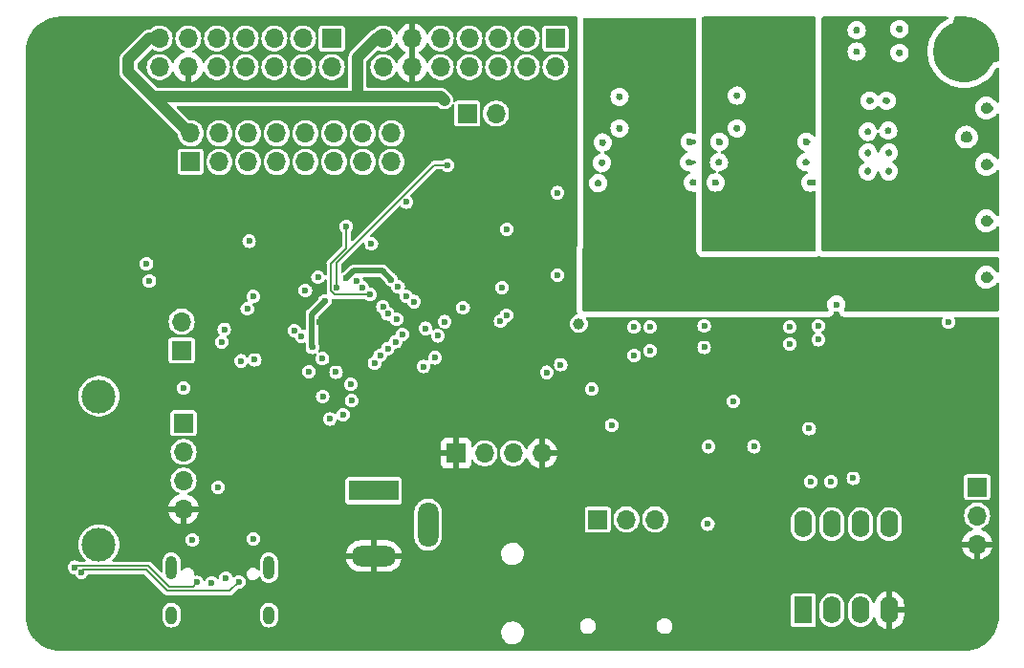
<source format=gbr>
%TF.GenerationSoftware,KiCad,Pcbnew,7.0.1*%
%TF.CreationDate,2024-02-21T01:36:57-05:00*%
%TF.ProjectId,12-30-23-Teacup.kicad_pcb-revC,31322d33-302d-4323-932d-546561637570,B*%
%TF.SameCoordinates,Original*%
%TF.FileFunction,Copper,L3,Inr*%
%TF.FilePolarity,Positive*%
%FSLAX46Y46*%
G04 Gerber Fmt 4.6, Leading zero omitted, Abs format (unit mm)*
G04 Created by KiCad (PCBNEW 7.0.1) date 2024-02-21 01:36:57*
%MOMM*%
%LPD*%
G01*
G04 APERTURE LIST*
%TA.AperFunction,ComponentPad*%
%ADD10C,0.800000*%
%TD*%
%TA.AperFunction,ComponentPad*%
%ADD11C,5.400000*%
%TD*%
%TA.AperFunction,ComponentPad*%
%ADD12R,1.700000X1.700000*%
%TD*%
%TA.AperFunction,ComponentPad*%
%ADD13O,1.700000X1.700000*%
%TD*%
%TA.AperFunction,ComponentPad*%
%ADD14O,1.000000X2.100000*%
%TD*%
%TA.AperFunction,ComponentPad*%
%ADD15O,1.000000X1.600000*%
%TD*%
%TA.AperFunction,ComponentPad*%
%ADD16C,3.000000*%
%TD*%
%TA.AperFunction,ComponentPad*%
%ADD17R,1.600000X2.400000*%
%TD*%
%TA.AperFunction,ComponentPad*%
%ADD18O,1.600000X2.400000*%
%TD*%
%TA.AperFunction,ComponentPad*%
%ADD19R,4.400000X1.800000*%
%TD*%
%TA.AperFunction,ComponentPad*%
%ADD20O,4.000000X1.800000*%
%TD*%
%TA.AperFunction,ComponentPad*%
%ADD21O,1.800000X4.000000*%
%TD*%
%TA.AperFunction,ViaPad*%
%ADD22C,0.600000*%
%TD*%
%TA.AperFunction,ViaPad*%
%ADD23C,1.000000*%
%TD*%
%TA.AperFunction,ViaPad*%
%ADD24C,3.000000*%
%TD*%
%TA.AperFunction,Conductor*%
%ADD25C,1.000000*%
%TD*%
%TA.AperFunction,Conductor*%
%ADD26C,0.500000*%
%TD*%
%TA.AperFunction,Conductor*%
%ADD27C,0.150000*%
%TD*%
%TA.AperFunction,Conductor*%
%ADD28C,0.200000*%
%TD*%
G04 APERTURE END LIST*
D10*
%TO.N,GND*%
%TO.C,H4*%
X242975000Y-55000000D03*
X243568109Y-53568109D03*
X243568109Y-56431891D03*
X245000000Y-52975000D03*
D11*
X245000000Y-55000000D03*
D10*
X245000000Y-57025000D03*
X246431891Y-53568109D03*
X246431891Y-56431891D03*
X247025000Y-55000000D03*
%TD*%
%TO.N,GND*%
%TO.C,H3*%
X242975000Y-105000000D03*
X243568109Y-103568109D03*
X243568109Y-106431891D03*
X245000000Y-102975000D03*
D11*
X245000000Y-105000000D03*
D10*
X245000000Y-107025000D03*
X246431891Y-103568109D03*
X246431891Y-106431891D03*
X247025000Y-105000000D03*
%TD*%
D12*
%TO.N,GND*%
%TO.C,J12*%
X200010000Y-90590000D03*
D13*
%TO.N,/HPOUTL*%
X202550000Y-90590000D03*
%TO.N,/MICLP*%
X205090000Y-90590000D03*
%TO.N,GND*%
X207630000Y-90590000D03*
%TD*%
D12*
%TO.N,/MDCK*%
%TO.C,J7*%
X208825000Y-53825000D03*
D13*
%TO.N,/MDIO*%
X208825000Y-56365000D03*
%TO.N,/RXD0*%
X206285000Y-53825000D03*
%TO.N,/RXDV*%
X206285000Y-56365000D03*
%TO.N,/TXCLK*%
X203745000Y-53825000D03*
%TO.N,/RXD1*%
X203745000Y-56365000D03*
%TO.N,/TXD0*%
X201205000Y-53825000D03*
%TO.N,/PHYCLK*%
X201205000Y-56365000D03*
%TO.N,/TXEN*%
X198665000Y-53825000D03*
%TO.N,/TXD1*%
X198665000Y-56365000D03*
%TO.N,GND*%
X196125000Y-53825000D03*
X196125000Y-56365000D03*
%TO.N,+3V3*%
X193585000Y-53825000D03*
%TO.N,+5V*%
X193585000Y-56365000D03*
%TD*%
D14*
%TO.N,Net-(J1-SHIELD)*%
%TO.C,J1*%
X174822500Y-100737500D03*
D15*
X174822500Y-104917500D03*
D14*
X183462500Y-100737500D03*
D15*
X183462500Y-104917500D03*
%TD*%
D12*
%TO.N,/UART0_RTS*%
%TO.C,J6*%
X189025000Y-53825000D03*
D13*
%TO.N,/UART0_CTS*%
X189025000Y-56365000D03*
%TO.N,/UART0_TXD*%
X186485000Y-53825000D03*
%TO.N,/UART0_RXD*%
X186485000Y-56365000D03*
%TO.N,/PB30*%
X183945000Y-53825000D03*
%TO.N,/PB31*%
X183945000Y-56365000D03*
%TO.N,/PB27*%
X181405000Y-53825000D03*
%TO.N,/PB28*%
X181405000Y-56365000D03*
%TO.N,/PB25*%
X178865000Y-53825000D03*
%TO.N,/PB26*%
X178865000Y-56365000D03*
%TO.N,/AUX0*%
X176325000Y-53825000D03*
%TO.N,GND*%
X176325000Y-56365000D03*
%TO.N,+3V3*%
X173785000Y-53825000D03*
%TO.N,+5V*%
X173785000Y-56365000D03*
%TD*%
D10*
%TO.N,GND*%
%TO.C,H1*%
X162975000Y-105000000D03*
X163568109Y-103568109D03*
X163568109Y-106431891D03*
X165000000Y-102975000D03*
D11*
X165000000Y-105000000D03*
D10*
X165000000Y-107025000D03*
X166431891Y-103568109D03*
X166431891Y-106431891D03*
X167025000Y-105000000D03*
%TD*%
D12*
%TO.N,/UART_TX*%
%TO.C,J5*%
X246170000Y-93570000D03*
D13*
%TO.N,/UART_RX*%
X246170000Y-96110000D03*
%TO.N,GND*%
X246170000Y-98650000D03*
%TD*%
D12*
%TO.N,/PA15*%
%TO.C,J4*%
X176525000Y-64775000D03*
D13*
%TO.N,+3V3*%
X176525000Y-62235000D03*
%TO.N,/PA18*%
X179065000Y-64775000D03*
%TO.N,+5V*%
X179065000Y-62235000D03*
%TO.N,/PA06*%
X181605000Y-64775000D03*
%TO.N,/PA07*%
X181605000Y-62235000D03*
%TO.N,/PA09*%
X184145000Y-64775000D03*
%TO.N,/PA08*%
X184145000Y-62235000D03*
%TO.N,/PA11*%
X186685000Y-64775000D03*
%TO.N,/PA10*%
X186685000Y-62235000D03*
%TO.N,/PA16*%
X189225000Y-64775000D03*
%TO.N,/PA14*%
X189225000Y-62235000D03*
%TO.N,/PA17*%
X191765000Y-64775000D03*
%TO.N,/PB29*%
X191765000Y-62235000D03*
%TO.N,/PB17*%
X194305000Y-64775000D03*
%TO.N,/PB18*%
X194305000Y-62235000D03*
%TD*%
D12*
%TO.N,+5V*%
%TO.C,J11*%
X175890000Y-87910000D03*
D13*
%TO.N,/USB_D-*%
X175890000Y-90450000D03*
%TO.N,/USB_D+*%
X175890000Y-92990000D03*
%TO.N,GND*%
X175890000Y-95530000D03*
%TD*%
D16*
%TO.N,Net-(J3-Shield)*%
%TO.C,J3*%
X168400000Y-85530000D03*
X168400000Y-98670000D03*
%TD*%
D10*
%TO.N,GND*%
%TO.C,H2*%
X162975000Y-55000000D03*
X163568109Y-53568109D03*
X163568109Y-56431891D03*
X165000000Y-52975000D03*
D11*
X165000000Y-55000000D03*
D10*
X165000000Y-57025000D03*
X166431891Y-53568109D03*
X166431891Y-56431891D03*
X167025000Y-55000000D03*
%TD*%
D12*
%TO.N,Net-(IC1-PPRST_)*%
%TO.C,J9*%
X201025000Y-60475000D03*
D13*
%TO.N,Net-(IC1-BOOT_SEL0_PC00)*%
X203565000Y-60475000D03*
%TD*%
D12*
%TO.N,/I2C0_SDA*%
%TO.C,J14*%
X175725000Y-81465000D03*
D13*
%TO.N,/I2C0_SCK*%
X175725000Y-78925000D03*
%TD*%
D17*
%TO.N,/NOR_CE1*%
%TO.C,U5*%
X230775000Y-104475000D03*
D18*
%TO.N,/NOR_DR*%
X233315000Y-104475000D03*
%TO.N,Net-(U4-IO2)*%
X235855000Y-104475000D03*
%TO.N,GND*%
X238395000Y-104475000D03*
%TO.N,/NOR_DT*%
X238395000Y-96855000D03*
%TO.N,/NOR_CK*%
X235855000Y-96855000D03*
%TO.N,Net-(U4-IO3)*%
X233315000Y-96855000D03*
%TO.N,+3V3*%
X230775000Y-96855000D03*
%TD*%
D19*
%TO.N,+5V*%
%TO.C,J8*%
X192740000Y-93900000D03*
D20*
%TO.N,GND*%
X192740000Y-99700000D03*
D21*
%TO.N,N/C*%
X197540000Y-96900000D03*
%TD*%
D12*
%TO.N,/NOR_CE1*%
%TO.C,J16*%
X212570000Y-96450000D03*
D13*
%TO.N,/NOR_CE*%
X215110000Y-96450000D03*
%TO.N,/NOR_CE2*%
X217650000Y-96450000D03*
%TD*%
D22*
%TO.N,GND*%
X212600000Y-66650000D03*
D23*
X185000000Y-107000000D03*
D22*
X185870000Y-86640000D03*
X194100000Y-71700000D03*
X223000000Y-66600000D03*
D23*
X163000000Y-70000000D03*
D22*
X193579500Y-79090000D03*
X238300000Y-62000000D03*
X185400000Y-73940000D03*
X168048000Y-66176000D03*
X194700000Y-72500000D03*
D23*
X247000000Y-65000000D03*
X190000000Y-107000000D03*
D22*
X184410000Y-98230000D03*
D23*
X244300000Y-84000000D03*
D22*
X227100000Y-78800000D03*
X220700000Y-63000000D03*
X188210000Y-69690000D03*
D23*
X195000000Y-107000000D03*
D22*
X185900000Y-73600000D03*
X196730000Y-74150000D03*
X197440000Y-74840000D03*
X196030000Y-73430000D03*
X184050000Y-69880000D03*
X236500000Y-63950000D03*
D23*
X163000000Y-90000000D03*
D22*
X229100000Y-91500000D03*
X220650000Y-64800000D03*
X214500000Y-59000000D03*
D23*
X213350000Y-107090000D03*
D22*
X221000000Y-66600000D03*
D23*
X163000000Y-65000000D03*
X163000000Y-75000001D03*
D22*
X191850000Y-90850000D03*
X186400000Y-73000000D03*
X191200000Y-87300000D03*
D23*
X163000000Y-84999999D03*
X163140000Y-58800000D03*
X236900000Y-86800000D03*
D22*
X238150000Y-59350000D03*
D23*
X163000000Y-95000000D03*
X180000000Y-107000000D03*
D22*
X168048000Y-68208000D03*
X236500000Y-62100000D03*
X168048000Y-64398000D03*
D23*
X245225000Y-62575000D03*
X209320000Y-107090000D03*
D22*
X183600000Y-84800000D03*
X235500000Y-53100000D03*
X183400000Y-71100000D03*
X223300000Y-64800000D03*
X231050000Y-63000000D03*
X196850000Y-85240000D03*
D23*
X240000000Y-107000000D03*
D22*
X220000000Y-83900000D03*
X187500000Y-88000000D03*
D23*
X163000000Y-100000000D03*
X170000000Y-107000000D03*
X230000000Y-107000000D03*
X225000000Y-107000000D03*
D22*
X238350000Y-65600000D03*
X186660000Y-87450000D03*
X204450000Y-65600000D03*
D24*
X190700000Y-79700000D03*
D22*
X188070000Y-79740000D03*
X185100000Y-85000000D03*
X235500000Y-55000000D03*
D23*
X246850000Y-90390000D03*
D22*
X239300000Y-53000000D03*
X188200000Y-68700000D03*
X231400000Y-66600000D03*
X187949500Y-78950000D03*
X189100000Y-71500000D03*
X197875500Y-75300000D03*
D23*
X170010000Y-105060000D03*
D22*
X213000000Y-63050000D03*
D23*
X247000000Y-60000000D03*
X235000000Y-107000000D03*
D22*
X214500000Y-61800000D03*
X199100000Y-66775000D03*
X212950000Y-64850000D03*
D23*
X247000000Y-75000000D03*
X220700000Y-107060000D03*
X163000000Y-80000001D03*
D22*
X192132863Y-77444315D03*
D23*
X247000000Y-70000000D03*
D22*
X224900000Y-61800000D03*
D23*
X216900000Y-107090000D03*
D22*
X194140000Y-79650000D03*
X197340000Y-84690000D03*
X184040000Y-92680000D03*
X223350000Y-63000000D03*
X224900000Y-58900000D03*
X188350000Y-80575000D03*
X231000000Y-64800000D03*
X202900000Y-72120000D03*
X239300000Y-55100000D03*
X190360000Y-82620000D03*
X236500000Y-65600000D03*
X193680000Y-80340000D03*
X168048000Y-69986000D03*
D23*
X198930000Y-105520000D03*
X175000000Y-107000000D03*
D22*
X236650000Y-59350000D03*
X238350000Y-63950000D03*
%TO.N,Net-(IC1-VREF)*%
X200650000Y-77685500D03*
X193550000Y-77625000D03*
%TO.N,+3V3*%
X193300000Y-81900000D03*
X204530000Y-70740000D03*
D23*
X198971776Y-59316856D03*
X212050000Y-75775000D03*
D22*
X222325000Y-96855000D03*
X212400000Y-74000000D03*
D23*
X227200000Y-73900000D03*
D22*
X235700000Y-75000000D03*
X243629240Y-78960996D03*
X231412500Y-93100000D03*
D23*
X212425000Y-60400000D03*
D22*
X220587500Y-74900000D03*
X228500000Y-75000000D03*
X211875000Y-70725000D03*
X212050000Y-84900000D03*
X192525500Y-72025000D03*
X233900000Y-75000000D03*
X191200000Y-75300000D03*
D23*
X239100000Y-73900000D03*
X216400000Y-70700000D03*
D22*
X213800000Y-88100000D03*
X241200000Y-75374500D03*
X224400000Y-74000000D03*
X218800000Y-74900000D03*
X172874000Y-75320000D03*
X189400000Y-83400000D03*
%TO.N,/USB_D-*%
X178390000Y-102070000D03*
X179630000Y-101640000D03*
%TO.N,/USB_D+*%
X178960000Y-93600000D03*
%TO.N,+1V8*%
X204105000Y-75905000D03*
D23*
X224100000Y-70700000D03*
D22*
X187800000Y-75000000D03*
X195600500Y-76666028D03*
X194287878Y-75202122D03*
X187000000Y-83350000D03*
X190010589Y-87160589D03*
X190300000Y-75100000D03*
X188200000Y-82200000D03*
X188221962Y-85539074D03*
%TO.N,+0V8*%
X188851886Y-87550000D03*
X187300000Y-81200000D03*
D23*
X237900000Y-70700000D03*
D22*
X192800000Y-82600000D03*
X188400000Y-77100000D03*
X191743815Y-75933824D03*
X196300000Y-77149114D03*
X194890901Y-75816528D03*
%TO.N,Net-(IC1-PPRST_)*%
X189454762Y-75945238D03*
X199280000Y-65060000D03*
%TO.N,/PA15*%
X181702603Y-71797397D03*
%TO.N,/MIPI_0_N*%
X182075500Y-76700000D03*
%TO.N,/MIPI_0_P*%
X181536000Y-77800000D03*
%TO.N,/MIPI_CLK_N*%
X179500000Y-79600000D03*
%TO.N,/MIPI_CLK_P*%
X179268790Y-80731759D03*
%TO.N,/MIPI_1_N*%
X182200000Y-82300000D03*
%TO.N,/MIPI_1_P*%
X181000000Y-82400000D03*
%TO.N,/NOR_DT*%
X235200000Y-92800000D03*
X231300000Y-88400000D03*
%TO.N,/MMC0_D1*%
X215800000Y-79400000D03*
X215800000Y-81900000D03*
%TO.N,/MMC0_D0*%
X217200000Y-81500000D03*
X217200000Y-79400000D03*
%TO.N,/MMC0_CLK*%
X222000000Y-81200000D03*
X222000000Y-79300000D03*
%TO.N,/MMC0_CMD*%
X229600000Y-79400000D03*
X229600000Y-80900000D03*
%TO.N,/MMC0_D3*%
X232100000Y-80524500D03*
X232100000Y-79300000D03*
%TO.N,/MICLP*%
X190770000Y-85910000D03*
X190700000Y-84480000D03*
%TO.N,/UART_RX*%
X208046538Y-83416538D03*
X199010886Y-78930000D03*
X194750000Y-78710000D03*
X203957184Y-78882684D03*
%TO.N,/UART_TX*%
X193977521Y-78240613D03*
X197320000Y-79520000D03*
X204487162Y-78352705D03*
X209290000Y-82730000D03*
%TO.N,/PB29*%
X190300000Y-70500000D03*
X192430000Y-76530000D03*
%TO.N,/PB27*%
X195631122Y-68331122D03*
X209000000Y-74800000D03*
X209000000Y-67500000D03*
X233700000Y-77400000D03*
%TO.N,+5V*%
X182080000Y-98160000D03*
D23*
X210900500Y-79100000D03*
D22*
X175900000Y-84800000D03*
X176692500Y-98252500D03*
%TO.N,/I2C0_SCK*%
X186300000Y-80200000D03*
%TO.N,/I2C0_SDA*%
X185700000Y-79700000D03*
%TO.N,Net-(U4-IO2)*%
X222400000Y-90000000D03*
X226400000Y-90000000D03*
%TO.N,/MDCK*%
X193976284Y-81301299D03*
X197168744Y-82900500D03*
%TO.N,/RXD0*%
X198166257Y-82124500D03*
X194700000Y-80700000D03*
%TO.N,/TXD1*%
X198400000Y-80175500D03*
X195270000Y-80050000D03*
%TO.N,/UART0_TXD*%
X166240000Y-100690000D03*
X177080000Y-102030000D03*
%TO.N,/UART0_RXD*%
X166847054Y-101129591D03*
X180780000Y-101980000D03*
%TO.N,Net-(U4-IO3)*%
X224600000Y-85975500D03*
X233237500Y-93100000D03*
%TO.N,/PA18*%
X186680000Y-76150000D03*
%TO.N,Net-(J15-Pin_2)*%
X172620000Y-73796000D03*
%TD*%
D25*
%TO.N,+3V3*%
X173200000Y-59000000D02*
X176435000Y-62235000D01*
X171000000Y-55700000D02*
X172875000Y-53825000D01*
X198654920Y-59000000D02*
X173200000Y-59000000D01*
X172875000Y-53825000D02*
X173785000Y-53825000D01*
X176435000Y-62235000D02*
X176525000Y-62235000D01*
X171000000Y-56800000D02*
X171000000Y-55700000D01*
X173200000Y-59000000D02*
X171000000Y-56800000D01*
X198971776Y-59316856D02*
X198654920Y-59000000D01*
X191300000Y-55500000D02*
X191300000Y-58990000D01*
X192975000Y-53825000D02*
X191300000Y-55500000D01*
D26*
%TO.N,+1V8*%
X190300000Y-75100000D02*
X190975000Y-74425000D01*
X190975000Y-74425000D02*
X193510756Y-74425000D01*
X193510756Y-74425000D02*
X194287878Y-75202122D01*
%TO.N,+0V8*%
X188400000Y-77100000D02*
X187249500Y-78250500D01*
X187249500Y-78250500D02*
X187249500Y-81149500D01*
X187249500Y-81149500D02*
X187300000Y-81200000D01*
D27*
%TO.N,Net-(IC1-PPRST_)*%
X189454762Y-75945238D02*
X189454762Y-73685238D01*
X189454762Y-73685238D02*
X198080000Y-65060000D01*
X198080000Y-65060000D02*
X199280000Y-65060000D01*
%TO.N,/PB29*%
X189297061Y-76530000D02*
X188929762Y-76162701D01*
X192430000Y-76530000D02*
X189297061Y-76530000D01*
X188929762Y-73785974D02*
X190300000Y-72415736D01*
X188929762Y-76162701D02*
X188929762Y-73785974D01*
X190300000Y-72415736D02*
X190300000Y-70500000D01*
D28*
%TO.N,/UART0_TXD*%
X176710000Y-102400000D02*
X177080000Y-102030000D01*
X172774974Y-100580000D02*
X174594974Y-102400000D01*
X166240000Y-100690000D02*
X166350000Y-100580000D01*
X174594974Y-102400000D02*
X176710000Y-102400000D01*
X166350000Y-100580000D02*
X172774974Y-100580000D01*
%TO.N,/UART0_RXD*%
X174470000Y-102770000D02*
X179990000Y-102770000D01*
X172630000Y-100930000D02*
X174470000Y-102770000D01*
X179990000Y-102770000D02*
X180780000Y-101980000D01*
X167046645Y-100930000D02*
X172630000Y-100930000D01*
X166847054Y-101129591D02*
X167046645Y-100930000D01*
%TD*%
%TA.AperFunction,Conductor*%
%TO.N,GND*%
G36*
X210756493Y-51916004D02*
G01*
X210793025Y-51957661D01*
X210801452Y-52012420D01*
X210800963Y-52016143D01*
X210786500Y-52125999D01*
X210786500Y-72153977D01*
X210781248Y-72185795D01*
X210776826Y-72194067D01*
X210777165Y-72194208D01*
X210720878Y-72330093D01*
X210703996Y-72393098D01*
X210686500Y-72525999D01*
X210686500Y-77874001D01*
X210703996Y-78006901D01*
X210720878Y-78069906D01*
X210769388Y-78187018D01*
X210775818Y-78239659D01*
X210754158Y-78288066D01*
X210710622Y-78318348D01*
X210550980Y-78374210D01*
X210550978Y-78374210D01*
X210550978Y-78374211D01*
X210514113Y-78397375D01*
X210398239Y-78470183D01*
X210270683Y-78597739D01*
X210174710Y-78750480D01*
X210115132Y-78920741D01*
X210094935Y-79099999D01*
X210115132Y-79279258D01*
X210159909Y-79407220D01*
X210174711Y-79449522D01*
X210270684Y-79602262D01*
X210398238Y-79729816D01*
X210550978Y-79825789D01*
X210639491Y-79856761D01*
X210721241Y-79885367D01*
X210721242Y-79885367D01*
X210721245Y-79885368D01*
X210900500Y-79905565D01*
X211079755Y-79885368D01*
X211250022Y-79825789D01*
X211402762Y-79729816D01*
X211530316Y-79602262D01*
X211626289Y-79449522D01*
X211643618Y-79399999D01*
X215194318Y-79399999D01*
X215214955Y-79556761D01*
X215275464Y-79702841D01*
X215371717Y-79828282D01*
X215467970Y-79902139D01*
X215497159Y-79924536D01*
X215643238Y-79985044D01*
X215800000Y-80005682D01*
X215956762Y-79985044D01*
X216102841Y-79924536D01*
X216228282Y-79828282D01*
X216324536Y-79702841D01*
X216385044Y-79556762D01*
X216401847Y-79429128D01*
X216414816Y-79399999D01*
X216585183Y-79399999D01*
X216598153Y-79429129D01*
X216614955Y-79556761D01*
X216675464Y-79702841D01*
X216771717Y-79828282D01*
X216867970Y-79902139D01*
X216897159Y-79924536D01*
X217043238Y-79985044D01*
X217200000Y-80005682D01*
X217356762Y-79985044D01*
X217502841Y-79924536D01*
X217628282Y-79828282D01*
X217724536Y-79702841D01*
X217785044Y-79556762D01*
X217805682Y-79400000D01*
X217785044Y-79243238D01*
X217724536Y-79097159D01*
X217702139Y-79067970D01*
X217628282Y-78971717D01*
X217502841Y-78875464D01*
X217356761Y-78814955D01*
X217200000Y-78794318D01*
X217043238Y-78814955D01*
X216897158Y-78875464D01*
X216771717Y-78971717D01*
X216675464Y-79097158D01*
X216614955Y-79243238D01*
X216598153Y-79370870D01*
X216585183Y-79399999D01*
X216414816Y-79399999D01*
X216401847Y-79370870D01*
X216385044Y-79243238D01*
X216385043Y-79243237D01*
X216324536Y-79097159D01*
X216302139Y-79067970D01*
X216228282Y-78971717D01*
X216102841Y-78875464D01*
X215956761Y-78814955D01*
X215800000Y-78794318D01*
X215643238Y-78814955D01*
X215497158Y-78875464D01*
X215371717Y-78971717D01*
X215275464Y-79097158D01*
X215214955Y-79243238D01*
X215194318Y-79399999D01*
X211643618Y-79399999D01*
X211685868Y-79279255D01*
X211706065Y-79100000D01*
X211685868Y-78920745D01*
X211670023Y-78875464D01*
X211641629Y-78794318D01*
X211626289Y-78750478D01*
X211572686Y-78665170D01*
X211557552Y-78615276D01*
X211569866Y-78564612D01*
X211606214Y-78527230D01*
X211656513Y-78513500D01*
X221863000Y-78513500D01*
X221919074Y-78530912D01*
X221955425Y-78577022D01*
X221959265Y-78635611D01*
X221929244Y-78686072D01*
X221875922Y-78710653D01*
X221843238Y-78714955D01*
X221697158Y-78775464D01*
X221571717Y-78871717D01*
X221475464Y-78997158D01*
X221414955Y-79143238D01*
X221394318Y-79300000D01*
X221414955Y-79456761D01*
X221475464Y-79602841D01*
X221571717Y-79728282D01*
X221667970Y-79802139D01*
X221697159Y-79824536D01*
X221843238Y-79885044D01*
X222000000Y-79905682D01*
X222156762Y-79885044D01*
X222302841Y-79824536D01*
X222428282Y-79728282D01*
X222524536Y-79602841D01*
X222585044Y-79456762D01*
X222592517Y-79399999D01*
X228994318Y-79399999D01*
X229014955Y-79556761D01*
X229075464Y-79702841D01*
X229171717Y-79828282D01*
X229267970Y-79902139D01*
X229297159Y-79924536D01*
X229443238Y-79985044D01*
X229600000Y-80005682D01*
X229756762Y-79985044D01*
X229902841Y-79924536D01*
X230028282Y-79828282D01*
X230124536Y-79702841D01*
X230185044Y-79556762D01*
X230205682Y-79400000D01*
X230185044Y-79243238D01*
X230124536Y-79097159D01*
X230102139Y-79067970D01*
X230028282Y-78971717D01*
X229902841Y-78875464D01*
X229756761Y-78814955D01*
X229600000Y-78794318D01*
X229443238Y-78814955D01*
X229297158Y-78875464D01*
X229171717Y-78971717D01*
X229075464Y-79097158D01*
X229014955Y-79243238D01*
X228994318Y-79399999D01*
X222592517Y-79399999D01*
X222605682Y-79300000D01*
X222585044Y-79143238D01*
X222524536Y-78997159D01*
X222476806Y-78934956D01*
X222428282Y-78871717D01*
X222302841Y-78775464D01*
X222156761Y-78714955D01*
X222124078Y-78710653D01*
X222070756Y-78686072D01*
X222040735Y-78635611D01*
X222044575Y-78577022D01*
X222080926Y-78530912D01*
X222137000Y-78513500D01*
X226972080Y-78513500D01*
X226975308Y-78513409D01*
X227000860Y-78512693D01*
X227014967Y-78511901D01*
X227043676Y-78509479D01*
X227043690Y-78509477D01*
X227043695Y-78509477D01*
X227056319Y-78508054D01*
X227088916Y-78504381D01*
X227111084Y-78504381D01*
X227137736Y-78507384D01*
X227156304Y-78509477D01*
X227156312Y-78509477D01*
X227156324Y-78509479D01*
X227185033Y-78511901D01*
X227199140Y-78512693D01*
X227224598Y-78513406D01*
X227227920Y-78513500D01*
X231963000Y-78513500D01*
X232019074Y-78530912D01*
X232055425Y-78577022D01*
X232059265Y-78635611D01*
X232029244Y-78686072D01*
X231975922Y-78710653D01*
X231943238Y-78714955D01*
X231797158Y-78775464D01*
X231671717Y-78871717D01*
X231575464Y-78997158D01*
X231514955Y-79143238D01*
X231494318Y-79300000D01*
X231514955Y-79456761D01*
X231575464Y-79602841D01*
X231671717Y-79728282D01*
X231807499Y-79832470D01*
X231805507Y-79835065D01*
X231832538Y-79857252D01*
X231849220Y-79912250D01*
X231832538Y-79967248D01*
X231805507Y-79989434D01*
X231807499Y-79992030D01*
X231671717Y-80096217D01*
X231575464Y-80221658D01*
X231514955Y-80367738D01*
X231494318Y-80524500D01*
X231514955Y-80681261D01*
X231575464Y-80827341D01*
X231671717Y-80952782D01*
X231731243Y-80998457D01*
X231797159Y-81049036D01*
X231943238Y-81109544D01*
X232100000Y-81130182D01*
X232256762Y-81109544D01*
X232402841Y-81049036D01*
X232528282Y-80952782D01*
X232624536Y-80827341D01*
X232685044Y-80681262D01*
X232705682Y-80524500D01*
X232685044Y-80367738D01*
X232624536Y-80221659D01*
X232589116Y-80175498D01*
X232528282Y-80096217D01*
X232392501Y-79992030D01*
X232394493Y-79989433D01*
X232367464Y-79967252D01*
X232350779Y-79912250D01*
X232367464Y-79857248D01*
X232394493Y-79835066D01*
X232392501Y-79832470D01*
X232528282Y-79728282D01*
X232547369Y-79703407D01*
X232624536Y-79602841D01*
X232685044Y-79456762D01*
X232705682Y-79300000D01*
X232685044Y-79143238D01*
X232624536Y-78997159D01*
X232576806Y-78934956D01*
X232528282Y-78871717D01*
X232402841Y-78775464D01*
X232256761Y-78714955D01*
X232224078Y-78710653D01*
X232170756Y-78686072D01*
X232140735Y-78635611D01*
X232144575Y-78577022D01*
X232180926Y-78530912D01*
X232237000Y-78513500D01*
X232894165Y-78513500D01*
X232894169Y-78513500D01*
X233029392Y-78495376D01*
X233093410Y-78477901D01*
X233219087Y-78424807D01*
X233326346Y-78340493D01*
X233372606Y-78292916D01*
X233453876Y-78183335D01*
X233503421Y-78056221D01*
X233503560Y-78055865D01*
X233527900Y-78019773D01*
X233565370Y-77997611D01*
X233608722Y-77993665D01*
X233700000Y-78005682D01*
X233791277Y-77993665D01*
X233834630Y-77997611D01*
X233872100Y-78019773D01*
X233896440Y-78055865D01*
X233901913Y-78069906D01*
X233946124Y-78183335D01*
X234027394Y-78292916D01*
X234073654Y-78340493D01*
X234180913Y-78424807D01*
X234306590Y-78477901D01*
X234370608Y-78495376D01*
X234505831Y-78513500D01*
X243016458Y-78513500D01*
X243063126Y-78525190D01*
X243098774Y-78557499D01*
X243114981Y-78602796D01*
X243107922Y-78650386D01*
X243044195Y-78804234D01*
X243023558Y-78960996D01*
X243044195Y-79117757D01*
X243104704Y-79263837D01*
X243200957Y-79389278D01*
X243279466Y-79449519D01*
X243326399Y-79485532D01*
X243472478Y-79546040D01*
X243629240Y-79566678D01*
X243786002Y-79546040D01*
X243932081Y-79485532D01*
X244057522Y-79389278D01*
X244153776Y-79263837D01*
X244214284Y-79117758D01*
X244234922Y-78960996D01*
X244214284Y-78804234D01*
X244153776Y-78658155D01*
X244150558Y-78650386D01*
X244143499Y-78602796D01*
X244159706Y-78557499D01*
X244195354Y-78525190D01*
X244242022Y-78513500D01*
X247973502Y-78513500D01*
X247987579Y-78511647D01*
X248042340Y-78520076D01*
X248083996Y-78556608D01*
X248099500Y-78609800D01*
X248099500Y-104997413D01*
X248099364Y-105002595D01*
X248092525Y-105133077D01*
X248092505Y-105133446D01*
X248081692Y-105325987D01*
X248080629Y-105335923D01*
X248056305Y-105489496D01*
X248056125Y-105490592D01*
X248027683Y-105657990D01*
X248025709Y-105667030D01*
X247984315Y-105821516D01*
X247983819Y-105823300D01*
X247938041Y-105982197D01*
X247935335Y-105990268D01*
X247877386Y-106141231D01*
X247876425Y-106143639D01*
X247813841Y-106294728D01*
X247810587Y-106301787D01*
X247736733Y-106446735D01*
X247735170Y-106449678D01*
X247656529Y-106591969D01*
X247652910Y-106598001D01*
X247564033Y-106734858D01*
X247561746Y-106738226D01*
X247467958Y-106870408D01*
X247464155Y-106875422D01*
X247361263Y-107002484D01*
X247358143Y-107006150D01*
X247250324Y-107126799D01*
X247246510Y-107130835D01*
X247130835Y-107246510D01*
X247126799Y-107250324D01*
X247006150Y-107358143D01*
X247002484Y-107361263D01*
X246875422Y-107464155D01*
X246870408Y-107467958D01*
X246738226Y-107561746D01*
X246734858Y-107564033D01*
X246598001Y-107652910D01*
X246591969Y-107656529D01*
X246449678Y-107735170D01*
X246446735Y-107736733D01*
X246301787Y-107810587D01*
X246294728Y-107813841D01*
X246143639Y-107876425D01*
X246141231Y-107877386D01*
X245990268Y-107935335D01*
X245982197Y-107938041D01*
X245823300Y-107983819D01*
X245821516Y-107984315D01*
X245667030Y-108025709D01*
X245657990Y-108027683D01*
X245490592Y-108056125D01*
X245489496Y-108056305D01*
X245335923Y-108080629D01*
X245325987Y-108081692D01*
X245133446Y-108092505D01*
X245133077Y-108092525D01*
X245002595Y-108099364D01*
X244997413Y-108099500D01*
X165002587Y-108099500D01*
X164997405Y-108099364D01*
X164866921Y-108092525D01*
X164866552Y-108092505D01*
X164674011Y-108081692D01*
X164664075Y-108080629D01*
X164510502Y-108056305D01*
X164509406Y-108056125D01*
X164342008Y-108027683D01*
X164332968Y-108025709D01*
X164178482Y-107984315D01*
X164176698Y-107983819D01*
X164017801Y-107938041D01*
X164009730Y-107935335D01*
X163976082Y-107922419D01*
X163858740Y-107877375D01*
X163856359Y-107876425D01*
X163705270Y-107813841D01*
X163698211Y-107810587D01*
X163553263Y-107736733D01*
X163550320Y-107735170D01*
X163408029Y-107656529D01*
X163401997Y-107652910D01*
X163265140Y-107564033D01*
X163261772Y-107561746D01*
X163129590Y-107467958D01*
X163124576Y-107464155D01*
X162997514Y-107361263D01*
X162993848Y-107358143D01*
X162873199Y-107250324D01*
X162869163Y-107246510D01*
X162753488Y-107130835D01*
X162749674Y-107126799D01*
X162735172Y-107110571D01*
X162641844Y-107006138D01*
X162638735Y-107002484D01*
X162535843Y-106875422D01*
X162532040Y-106870408D01*
X162438252Y-106738226D01*
X162435965Y-106734858D01*
X162379094Y-106647285D01*
X162347079Y-106597987D01*
X162343479Y-106591986D01*
X162318029Y-106545938D01*
X204025630Y-106545938D01*
X204056443Y-106747072D01*
X204127112Y-106937885D01*
X204234747Y-107110571D01*
X204363968Y-107246510D01*
X204374941Y-107258053D01*
X204541951Y-107374295D01*
X204728942Y-107454540D01*
X204928259Y-107495500D01*
X205080742Y-107495500D01*
X205080744Y-107495500D01*
X205156590Y-107487786D01*
X205232438Y-107480074D01*
X205426588Y-107419159D01*
X205604502Y-107320409D01*
X205758895Y-107187866D01*
X205883448Y-107026958D01*
X205973060Y-106844271D01*
X206024063Y-106647285D01*
X206034369Y-106444064D01*
X206031936Y-106428183D01*
X206003556Y-106242927D01*
X205932887Y-106052114D01*
X205891090Y-105985057D01*
X210999500Y-105985057D01*
X211040209Y-106150223D01*
X211119266Y-106300854D01*
X211215545Y-106409529D01*
X211232071Y-106428183D01*
X211372070Y-106524818D01*
X211531128Y-106585140D01*
X211594378Y-106592820D01*
X211657627Y-106600500D01*
X211657628Y-106600500D01*
X211742372Y-106600500D01*
X211742373Y-106600500D01*
X211784538Y-106595379D01*
X211868872Y-106585140D01*
X212027930Y-106524818D01*
X212167929Y-106428183D01*
X212279906Y-106301787D01*
X212280733Y-106300854D01*
X212301818Y-106260680D01*
X212359790Y-106150225D01*
X212396110Y-106002867D01*
X212400500Y-105985057D01*
X217799500Y-105985057D01*
X217840209Y-106150223D01*
X217919266Y-106300854D01*
X218015545Y-106409529D01*
X218032071Y-106428183D01*
X218172070Y-106524818D01*
X218331128Y-106585140D01*
X218394378Y-106592820D01*
X218457627Y-106600500D01*
X218457628Y-106600500D01*
X218542372Y-106600500D01*
X218542373Y-106600500D01*
X218584538Y-106595379D01*
X218668872Y-106585140D01*
X218827930Y-106524818D01*
X218967929Y-106428183D01*
X219079906Y-106301787D01*
X219080733Y-106300854D01*
X219101818Y-106260680D01*
X219159790Y-106150225D01*
X219196110Y-106002867D01*
X219200500Y-105985057D01*
X219200500Y-105814943D01*
X219177065Y-105719862D01*
X229674500Y-105719862D01*
X229677032Y-105741693D01*
X229677415Y-105744991D01*
X229697451Y-105790368D01*
X229722793Y-105847764D01*
X229722794Y-105847765D01*
X229802235Y-105927206D01*
X229905009Y-105972585D01*
X229930135Y-105975500D01*
X231619864Y-105975499D01*
X231644991Y-105972585D01*
X231747765Y-105927206D01*
X231827206Y-105847765D01*
X231872585Y-105744991D01*
X231875500Y-105719865D01*
X231875500Y-104927425D01*
X232214500Y-104927425D01*
X232221183Y-104997413D01*
X232229472Y-105084219D01*
X232288683Y-105285875D01*
X232384989Y-105472682D01*
X232514908Y-105637887D01*
X232673740Y-105775516D01*
X232673741Y-105775516D01*
X232673744Y-105775519D01*
X232855756Y-105880604D01*
X233054367Y-105949344D01*
X233113167Y-105957798D01*
X233262395Y-105979254D01*
X233262397Y-105979253D01*
X233262398Y-105979254D01*
X233472330Y-105969254D01*
X233579358Y-105943289D01*
X233676574Y-105919705D01*
X233702864Y-105907698D01*
X233867753Y-105832396D01*
X234025781Y-105719865D01*
X234038948Y-105710489D01*
X234038948Y-105710488D01*
X234038952Y-105710486D01*
X234183986Y-105558378D01*
X234297613Y-105381572D01*
X234301519Y-105371817D01*
X234375724Y-105186460D01*
X234386335Y-105131408D01*
X234415500Y-104980085D01*
X234415500Y-104927425D01*
X234754500Y-104927425D01*
X234761183Y-104997413D01*
X234769472Y-105084219D01*
X234828683Y-105285875D01*
X234924989Y-105472682D01*
X235054908Y-105637887D01*
X235213740Y-105775516D01*
X235213741Y-105775516D01*
X235213744Y-105775519D01*
X235395756Y-105880604D01*
X235594367Y-105949344D01*
X235653167Y-105957798D01*
X235802395Y-105979254D01*
X235802397Y-105979253D01*
X235802398Y-105979254D01*
X236012330Y-105969254D01*
X236119358Y-105943289D01*
X236216574Y-105919705D01*
X236242864Y-105907698D01*
X236407753Y-105832396D01*
X236565781Y-105719865D01*
X236578948Y-105710489D01*
X236578948Y-105710488D01*
X236578952Y-105710486D01*
X236723986Y-105558378D01*
X236837613Y-105381572D01*
X236841519Y-105371817D01*
X236904354Y-105214860D01*
X236915725Y-105186457D01*
X236925007Y-105138295D01*
X236948332Y-105091138D01*
X236992523Y-105062590D01*
X237045100Y-105060712D01*
X237091215Y-105086035D01*
X237117845Y-105131408D01*
X237168734Y-105321329D01*
X237264864Y-105527480D01*
X237395335Y-105713812D01*
X237556187Y-105874664D01*
X237742519Y-106005135D01*
X237948670Y-106101265D01*
X238145000Y-106153872D01*
X238645000Y-106153872D01*
X238841329Y-106101265D01*
X239047480Y-106005135D01*
X239233812Y-105874664D01*
X239394664Y-105713812D01*
X239525135Y-105527480D01*
X239621265Y-105321329D01*
X239680141Y-105101601D01*
X239695000Y-104931766D01*
X239695000Y-104725001D01*
X239694999Y-104725000D01*
X238645001Y-104725000D01*
X238645000Y-104725001D01*
X238645000Y-106153872D01*
X238145000Y-106153872D01*
X238145000Y-102796128D01*
X238645000Y-102796128D01*
X238645000Y-104224999D01*
X238645001Y-104225000D01*
X239694999Y-104225000D01*
X239695000Y-104224999D01*
X239695000Y-104018234D01*
X239680141Y-103848398D01*
X239621265Y-103628670D01*
X239525135Y-103422519D01*
X239394664Y-103236187D01*
X239233812Y-103075335D01*
X239047480Y-102944864D01*
X238841329Y-102848734D01*
X238645000Y-102796128D01*
X238145000Y-102796128D01*
X237948670Y-102848734D01*
X237742519Y-102944864D01*
X237556187Y-103075335D01*
X237395335Y-103236187D01*
X237264864Y-103422519D01*
X237168734Y-103628670D01*
X237117897Y-103818397D01*
X237092606Y-103862444D01*
X237048802Y-103888152D01*
X236998015Y-103888757D01*
X236953612Y-103864097D01*
X236927280Y-103820665D01*
X236881316Y-103664124D01*
X236785010Y-103477317D01*
X236655091Y-103312112D01*
X236496259Y-103174483D01*
X236496256Y-103174481D01*
X236314244Y-103069396D01*
X236115633Y-103000656D01*
X236115632Y-103000655D01*
X236115630Y-103000655D01*
X235907604Y-102970745D01*
X235697667Y-102980746D01*
X235493425Y-103030294D01*
X235302245Y-103117604D01*
X235131051Y-103239510D01*
X234986013Y-103391622D01*
X234872384Y-103568431D01*
X234794275Y-103763539D01*
X234762455Y-103928640D01*
X234754500Y-103969915D01*
X234754500Y-104927425D01*
X234415500Y-104927425D01*
X234415500Y-104022575D01*
X234400528Y-103865782D01*
X234341316Y-103664125D01*
X234341316Y-103664124D01*
X234245010Y-103477317D01*
X234115091Y-103312112D01*
X233956259Y-103174483D01*
X233956256Y-103174481D01*
X233774244Y-103069396D01*
X233575633Y-103000656D01*
X233575632Y-103000655D01*
X233575630Y-103000655D01*
X233367604Y-102970745D01*
X233157667Y-102980746D01*
X232953425Y-103030294D01*
X232762245Y-103117604D01*
X232591051Y-103239510D01*
X232446013Y-103391622D01*
X232332384Y-103568431D01*
X232254275Y-103763539D01*
X232222455Y-103928640D01*
X232214500Y-103969915D01*
X232214500Y-104927425D01*
X231875500Y-104927425D01*
X231875499Y-103230136D01*
X231872585Y-103205009D01*
X231827206Y-103102235D01*
X231747765Y-103022794D01*
X231747764Y-103022793D01*
X231644989Y-102977414D01*
X231619867Y-102974500D01*
X229930137Y-102974500D01*
X229905009Y-102977415D01*
X229802235Y-103022793D01*
X229722793Y-103102235D01*
X229677414Y-103205010D01*
X229674500Y-103230132D01*
X229674500Y-105719862D01*
X219177065Y-105719862D01*
X219177040Y-105719760D01*
X219159790Y-105649775D01*
X219111820Y-105558377D01*
X219080733Y-105499145D01*
X218967930Y-105371818D01*
X218967929Y-105371817D01*
X218827930Y-105275182D01*
X218730753Y-105238328D01*
X218668870Y-105214859D01*
X218542373Y-105199500D01*
X218542372Y-105199500D01*
X218457628Y-105199500D01*
X218457627Y-105199500D01*
X218331129Y-105214859D01*
X218172070Y-105275182D01*
X218032069Y-105371818D01*
X217919266Y-105499145D01*
X217840209Y-105649776D01*
X217799500Y-105814943D01*
X217799500Y-105985057D01*
X212400500Y-105985057D01*
X212400500Y-105814943D01*
X212377040Y-105719760D01*
X212359790Y-105649775D01*
X212311820Y-105558377D01*
X212280733Y-105499145D01*
X212167930Y-105371818D01*
X212167929Y-105371817D01*
X212027930Y-105275182D01*
X211930753Y-105238328D01*
X211868870Y-105214859D01*
X211742373Y-105199500D01*
X211742372Y-105199500D01*
X211657628Y-105199500D01*
X211657627Y-105199500D01*
X211531129Y-105214859D01*
X211372070Y-105275182D01*
X211232069Y-105371818D01*
X211119266Y-105499145D01*
X211040209Y-105649776D01*
X210999500Y-105814943D01*
X210999500Y-105985057D01*
X205891090Y-105985057D01*
X205825252Y-105879428D01*
X205685061Y-105731949D01*
X205685060Y-105731948D01*
X205685059Y-105731947D01*
X205518049Y-105615705D01*
X205518048Y-105615704D01*
X205518046Y-105615703D01*
X205331059Y-105535460D01*
X205264619Y-105521806D01*
X205131741Y-105494500D01*
X204979258Y-105494500D01*
X204979256Y-105494500D01*
X204827563Y-105509925D01*
X204633409Y-105570841D01*
X204455499Y-105669589D01*
X204301106Y-105802133D01*
X204301105Y-105802134D01*
X204291190Y-105814943D01*
X204176551Y-105963042D01*
X204086940Y-106145728D01*
X204035936Y-106342716D01*
X204025630Y-106545938D01*
X162318029Y-106545938D01*
X162264818Y-106449660D01*
X162263265Y-106446735D01*
X162253812Y-106428183D01*
X162189411Y-106301787D01*
X162186157Y-106294728D01*
X162164700Y-106242927D01*
X162123546Y-106143572D01*
X162122655Y-106141338D01*
X162064655Y-105990244D01*
X162061960Y-105982208D01*
X162016159Y-105823229D01*
X162015703Y-105821588D01*
X161974285Y-105667015D01*
X161972318Y-105658005D01*
X161943848Y-105490444D01*
X161943714Y-105489630D01*
X161919367Y-105335909D01*
X161918307Y-105326004D01*
X161914738Y-105262451D01*
X174022000Y-105262451D01*
X174037132Y-105396758D01*
X174085667Y-105535460D01*
X174096711Y-105567022D01*
X174192684Y-105719762D01*
X174320238Y-105847316D01*
X174472978Y-105943289D01*
X174565029Y-105975499D01*
X174643241Y-106002867D01*
X174643242Y-106002867D01*
X174643245Y-106002868D01*
X174822500Y-106023065D01*
X175001755Y-106002868D01*
X175172022Y-105943289D01*
X175324762Y-105847316D01*
X175452316Y-105719762D01*
X175548289Y-105567022D01*
X175607868Y-105396755D01*
X175623000Y-105262454D01*
X175623000Y-105262451D01*
X182662000Y-105262451D01*
X182677132Y-105396758D01*
X182725667Y-105535460D01*
X182736711Y-105567022D01*
X182832684Y-105719762D01*
X182960238Y-105847316D01*
X183112978Y-105943289D01*
X183205029Y-105975499D01*
X183283241Y-106002867D01*
X183283242Y-106002867D01*
X183283245Y-106002868D01*
X183462500Y-106023065D01*
X183641755Y-106002868D01*
X183812022Y-105943289D01*
X183964762Y-105847316D01*
X184092316Y-105719762D01*
X184188289Y-105567022D01*
X184247868Y-105396755D01*
X184263000Y-105262454D01*
X184263000Y-104572546D01*
X184247868Y-104438245D01*
X184188289Y-104267978D01*
X184092316Y-104115238D01*
X183964762Y-103987684D01*
X183812022Y-103891711D01*
X183801851Y-103888152D01*
X183641758Y-103832132D01*
X183462500Y-103811935D01*
X183283241Y-103832132D01*
X183112980Y-103891710D01*
X182960239Y-103987683D01*
X182832683Y-104115239D01*
X182736710Y-104267980D01*
X182677132Y-104438241D01*
X182662000Y-104572549D01*
X182662000Y-105262451D01*
X175623000Y-105262451D01*
X175623000Y-104572546D01*
X175607868Y-104438245D01*
X175548289Y-104267978D01*
X175452316Y-104115238D01*
X175324762Y-103987684D01*
X175172022Y-103891711D01*
X175161851Y-103888152D01*
X175001758Y-103832132D01*
X174822500Y-103811935D01*
X174643241Y-103832132D01*
X174472980Y-103891710D01*
X174320239Y-103987683D01*
X174192683Y-104115239D01*
X174096710Y-104267980D01*
X174037132Y-104438241D01*
X174022000Y-104572549D01*
X174022000Y-105262451D01*
X161914738Y-105262451D01*
X161907493Y-105133446D01*
X161900636Y-105002595D01*
X161900500Y-104997414D01*
X161900500Y-100689999D01*
X165634318Y-100689999D01*
X165654955Y-100846761D01*
X165715464Y-100992841D01*
X165811717Y-101118282D01*
X165907971Y-101192139D01*
X165937159Y-101214536D01*
X166083238Y-101275044D01*
X166210697Y-101291824D01*
X166258042Y-101311435D01*
X166289239Y-101352090D01*
X166322518Y-101432432D01*
X166322519Y-101432433D01*
X166418771Y-101557873D01*
X166475912Y-101601718D01*
X166544213Y-101654127D01*
X166690292Y-101714635D01*
X166847054Y-101735273D01*
X167003816Y-101714635D01*
X167149895Y-101654127D01*
X167275336Y-101557873D01*
X167371590Y-101432432D01*
X167388498Y-101391612D01*
X167424960Y-101347184D01*
X167479961Y-101330500D01*
X172423099Y-101330500D01*
X172460985Y-101338036D01*
X172493103Y-101359496D01*
X174209091Y-103075484D01*
X174209094Y-103075486D01*
X174231658Y-103098050D01*
X174253161Y-103109006D01*
X174266381Y-103117107D01*
X174285910Y-103131296D01*
X174285911Y-103131296D01*
X174285912Y-103131297D01*
X174308846Y-103138748D01*
X174323202Y-103144694D01*
X174344695Y-103155646D01*
X174352739Y-103156920D01*
X174368517Y-103159418D01*
X174383622Y-103163045D01*
X174406566Y-103170500D01*
X174406567Y-103170500D01*
X174438481Y-103170500D01*
X174533433Y-103170500D01*
X179926567Y-103170500D01*
X180021519Y-103170500D01*
X180053432Y-103170500D01*
X180053433Y-103170500D01*
X180076382Y-103163043D01*
X180091462Y-103159421D01*
X180115304Y-103155646D01*
X180136798Y-103144693D01*
X180151146Y-103138749D01*
X180174090Y-103131296D01*
X180193606Y-103117115D01*
X180206846Y-103109002D01*
X180228342Y-103098050D01*
X180239543Y-103086848D01*
X180239549Y-103086844D01*
X180381529Y-102944864D01*
X180710991Y-102615400D01*
X180737209Y-102596613D01*
X180768074Y-102587251D01*
X180779996Y-102585681D01*
X180780000Y-102585682D01*
X180936762Y-102565044D01*
X181082841Y-102504536D01*
X181208282Y-102408282D01*
X181304536Y-102282841D01*
X181365044Y-102136762D01*
X181385682Y-101980000D01*
X181365044Y-101823238D01*
X181304536Y-101677159D01*
X181277341Y-101641718D01*
X181208282Y-101551717D01*
X181082841Y-101455464D01*
X180936761Y-101394955D01*
X180780000Y-101374318D01*
X180623238Y-101394955D01*
X180477158Y-101455464D01*
X180371809Y-101536300D01*
X180324412Y-101555917D01*
X180273559Y-101549180D01*
X180232904Y-101517898D01*
X180223067Y-101494022D01*
X180220032Y-101495280D01*
X180208218Y-101466758D01*
X180154536Y-101337159D01*
X180122710Y-101295682D01*
X180101085Y-101267499D01*
X181452034Y-101267499D01*
X181471812Y-101417735D01*
X181529802Y-101557733D01*
X181622048Y-101677951D01*
X181696751Y-101735272D01*
X181742267Y-101770198D01*
X181836030Y-101809036D01*
X181882264Y-101828187D01*
X181994779Y-101843000D01*
X181994780Y-101843000D01*
X182070220Y-101843000D01*
X182070221Y-101843000D01*
X182165197Y-101830496D01*
X182182736Y-101828187D01*
X182322733Y-101770198D01*
X182442951Y-101677951D01*
X182535198Y-101557733D01*
X182535198Y-101557730D01*
X182543047Y-101547503D01*
X182584989Y-101515784D01*
X182637258Y-101510018D01*
X182685106Y-101531832D01*
X182715033Y-101575071D01*
X182736710Y-101637019D01*
X182736711Y-101637022D01*
X182832684Y-101789762D01*
X182960238Y-101917316D01*
X183112978Y-102013289D01*
X183221351Y-102051210D01*
X183283241Y-102072867D01*
X183283242Y-102072867D01*
X183283245Y-102072868D01*
X183462500Y-102093065D01*
X183641755Y-102072868D01*
X183812022Y-102013289D01*
X183964762Y-101917316D01*
X184092316Y-101789762D01*
X184188289Y-101637022D01*
X184247868Y-101466755D01*
X184263000Y-101332454D01*
X184263000Y-100142546D01*
X184247868Y-100008245D01*
X184227487Y-99950000D01*
X190261734Y-99950000D01*
X190296525Y-100111434D01*
X190385383Y-100332562D01*
X190510333Y-100535494D01*
X190667782Y-100714392D01*
X190853204Y-100864109D01*
X191061250Y-100980332D01*
X191285955Y-101059725D01*
X191520842Y-101100000D01*
X192489999Y-101100000D01*
X192490000Y-101099999D01*
X192990000Y-101099999D01*
X192990001Y-101100000D01*
X193899477Y-101100000D01*
X194077452Y-101084851D01*
X194308083Y-101024799D01*
X194525243Y-100926637D01*
X194722686Y-100793189D01*
X194894739Y-100628289D01*
X195036451Y-100436682D01*
X195143743Y-100223882D01*
X195213525Y-99996018D01*
X195219419Y-99950000D01*
X192990001Y-99950000D01*
X192990000Y-99950001D01*
X192990000Y-101099999D01*
X192490000Y-101099999D01*
X192490000Y-99950001D01*
X192489999Y-99950000D01*
X190261734Y-99950000D01*
X184227487Y-99950000D01*
X184188289Y-99837978D01*
X184092316Y-99685238D01*
X183964762Y-99557684D01*
X183946068Y-99545938D01*
X204025630Y-99545938D01*
X204056443Y-99747072D01*
X204127112Y-99937885D01*
X204234747Y-100110571D01*
X204374938Y-100258050D01*
X204374941Y-100258053D01*
X204541951Y-100374295D01*
X204728942Y-100454540D01*
X204928259Y-100495500D01*
X205080742Y-100495500D01*
X205080744Y-100495500D01*
X205156590Y-100487786D01*
X205232438Y-100480074D01*
X205426588Y-100419159D01*
X205604502Y-100320409D01*
X205758895Y-100187866D01*
X205883448Y-100026958D01*
X205973060Y-99844271D01*
X206024063Y-99647285D01*
X206034369Y-99444064D01*
X206028228Y-99403981D01*
X206003556Y-99242927D01*
X205932887Y-99052114D01*
X205838075Y-98900000D01*
X244839364Y-98900000D01*
X244896570Y-99113495D01*
X244996398Y-99327576D01*
X245131887Y-99521074D01*
X245298925Y-99688112D01*
X245492423Y-99823601D01*
X245706504Y-99923429D01*
X245920000Y-99980636D01*
X246420000Y-99980636D01*
X246633495Y-99923429D01*
X246847576Y-99823601D01*
X247041074Y-99688112D01*
X247208112Y-99521074D01*
X247343601Y-99327576D01*
X247443429Y-99113495D01*
X247500636Y-98900000D01*
X246420001Y-98900000D01*
X246420000Y-98900001D01*
X246420000Y-99980636D01*
X245920000Y-99980636D01*
X245920000Y-98900001D01*
X245919999Y-98900000D01*
X244839364Y-98900000D01*
X205838075Y-98900000D01*
X205825252Y-98879428D01*
X205685061Y-98731949D01*
X205685060Y-98731948D01*
X205685059Y-98731947D01*
X205518049Y-98615705D01*
X205518048Y-98615704D01*
X205518046Y-98615703D01*
X205331059Y-98535460D01*
X205264619Y-98521806D01*
X205131741Y-98494500D01*
X204979258Y-98494500D01*
X204979256Y-98494500D01*
X204827563Y-98509925D01*
X204633409Y-98570841D01*
X204455499Y-98669589D01*
X204330340Y-98777036D01*
X204301105Y-98802134D01*
X204278150Y-98831788D01*
X204176551Y-98963042D01*
X204086940Y-99145728D01*
X204035936Y-99342716D01*
X204025630Y-99545938D01*
X183946068Y-99545938D01*
X183812022Y-99461711D01*
X183778554Y-99450000D01*
X183778551Y-99449999D01*
X190260580Y-99449999D01*
X190260581Y-99450000D01*
X192489999Y-99450000D01*
X192490000Y-99449999D01*
X192990000Y-99449999D01*
X192990001Y-99450000D01*
X195218266Y-99450000D01*
X195218266Y-99449999D01*
X195183474Y-99288565D01*
X195094616Y-99067437D01*
X194969666Y-98864505D01*
X194812217Y-98685607D01*
X194626795Y-98535890D01*
X194418749Y-98419667D01*
X194194044Y-98340274D01*
X193959158Y-98300000D01*
X192990001Y-98300000D01*
X192990000Y-98300001D01*
X192990000Y-99449999D01*
X192490000Y-99449999D01*
X192490000Y-98300001D01*
X192489999Y-98300000D01*
X191580523Y-98300000D01*
X191402547Y-98315148D01*
X191171916Y-98375200D01*
X190954756Y-98473362D01*
X190757313Y-98606810D01*
X190585260Y-98771710D01*
X190443548Y-98963317D01*
X190336256Y-99176117D01*
X190266474Y-99403981D01*
X190260580Y-99449999D01*
X183778551Y-99449999D01*
X183641758Y-99402132D01*
X183462500Y-99381935D01*
X183283241Y-99402132D01*
X183112980Y-99461710D01*
X182960239Y-99557683D01*
X182832683Y-99685239D01*
X182736710Y-99837980D01*
X182677132Y-100008241D01*
X182671473Y-100058470D01*
X182665506Y-100111434D01*
X182662000Y-100142549D01*
X182662000Y-100850874D01*
X182643472Y-100908539D01*
X182594822Y-100944620D01*
X182534262Y-100945611D01*
X182484458Y-100911141D01*
X182442951Y-100857048D01*
X182322733Y-100764802D01*
X182182735Y-100706812D01*
X182070221Y-100692000D01*
X182070220Y-100692000D01*
X181994780Y-100692000D01*
X181994779Y-100692000D01*
X181882264Y-100706812D01*
X181742266Y-100764802D01*
X181622048Y-100857048D01*
X181529802Y-100977266D01*
X181471812Y-101117264D01*
X181452034Y-101267499D01*
X180101085Y-101267499D01*
X180058282Y-101211717D01*
X179932841Y-101115464D01*
X179786761Y-101054955D01*
X179630000Y-101034318D01*
X179473238Y-101054955D01*
X179327158Y-101115464D01*
X179201717Y-101211717D01*
X179105464Y-101337158D01*
X179044955Y-101483238D01*
X179025148Y-101633692D01*
X179001427Y-101686045D01*
X178952618Y-101716397D01*
X178895172Y-101714516D01*
X178848453Y-101681037D01*
X178818282Y-101641717D01*
X178692841Y-101545464D01*
X178546761Y-101484955D01*
X178390000Y-101464318D01*
X178233238Y-101484955D01*
X178087158Y-101545464D01*
X177961717Y-101641717D01*
X177865464Y-101767158D01*
X177834748Y-101841313D01*
X177798285Y-101885743D01*
X177743284Y-101902427D01*
X177688283Y-101885742D01*
X177651820Y-101841313D01*
X177647339Y-101830496D01*
X177604536Y-101727159D01*
X177604535Y-101727158D01*
X177604535Y-101727157D01*
X177508282Y-101601717D01*
X177382841Y-101505464D01*
X177236761Y-101444955D01*
X177100637Y-101427034D01*
X177080000Y-101424318D01*
X177079999Y-101424318D01*
X176935513Y-101443339D01*
X176876878Y-101433000D01*
X176834778Y-101390899D01*
X176824439Y-101332265D01*
X176832966Y-101267500D01*
X176813187Y-101117264D01*
X176755198Y-100977267D01*
X176716348Y-100926637D01*
X176662951Y-100857048D01*
X176542733Y-100764802D01*
X176402735Y-100706812D01*
X176290221Y-100692000D01*
X176290220Y-100692000D01*
X176214780Y-100692000D01*
X176214779Y-100692000D01*
X176102264Y-100706812D01*
X175962266Y-100764802D01*
X175842048Y-100857048D01*
X175800542Y-100911141D01*
X175750738Y-100945611D01*
X175690178Y-100944620D01*
X175641528Y-100908539D01*
X175623000Y-100850874D01*
X175623000Y-100142549D01*
X175620084Y-100116669D01*
X175607868Y-100008245D01*
X175548289Y-99837978D01*
X175452316Y-99685238D01*
X175324762Y-99557684D01*
X175172022Y-99461711D01*
X175138554Y-99450000D01*
X175001758Y-99402132D01*
X174822500Y-99381935D01*
X174643241Y-99402132D01*
X174472980Y-99461710D01*
X174320239Y-99557683D01*
X174192683Y-99685239D01*
X174096710Y-99837980D01*
X174037132Y-100008241D01*
X174031473Y-100058470D01*
X174025506Y-100111434D01*
X174022000Y-100142549D01*
X174022000Y-101021625D01*
X174005315Y-101076626D01*
X173960886Y-101113089D01*
X173903686Y-101118723D01*
X173852996Y-101091629D01*
X173030908Y-100269541D01*
X173030908Y-100269540D01*
X173030905Y-100269538D01*
X173013316Y-100251949D01*
X172991824Y-100240998D01*
X172978584Y-100232885D01*
X172959064Y-100218704D01*
X172936115Y-100211247D01*
X172921770Y-100205305D01*
X172900278Y-100194354D01*
X172900277Y-100194353D01*
X172900276Y-100194353D01*
X172876448Y-100190579D01*
X172861347Y-100186953D01*
X172838407Y-100179500D01*
X172806493Y-100179500D01*
X169672516Y-100179500D01*
X169616747Y-100162298D01*
X169580359Y-100116669D01*
X169575998Y-100058470D01*
X169605179Y-100007928D01*
X169723560Y-99898086D01*
X169771493Y-99837980D01*
X169891815Y-99687102D01*
X170026743Y-99453398D01*
X170125334Y-99202195D01*
X170185383Y-98939103D01*
X170205549Y-98670000D01*
X170185383Y-98400897D01*
X170151512Y-98252499D01*
X176086818Y-98252499D01*
X176107455Y-98409261D01*
X176167964Y-98555341D01*
X176264217Y-98680782D01*
X176330900Y-98731949D01*
X176389659Y-98777036D01*
X176535738Y-98837544D01*
X176692500Y-98858182D01*
X176849262Y-98837544D01*
X176995341Y-98777036D01*
X177120782Y-98680782D01*
X177217036Y-98555341D01*
X177277544Y-98409262D01*
X177298182Y-98252500D01*
X177286004Y-98160000D01*
X181474318Y-98160000D01*
X181494955Y-98316761D01*
X181555464Y-98462841D01*
X181651717Y-98588282D01*
X181687456Y-98615705D01*
X181777159Y-98684536D01*
X181923238Y-98745044D01*
X182080000Y-98765682D01*
X182236762Y-98745044D01*
X182382841Y-98684536D01*
X182508282Y-98588282D01*
X182604536Y-98462841D01*
X182665044Y-98316762D01*
X182685682Y-98160000D01*
X182671925Y-98055503D01*
X196339500Y-98055503D01*
X196354885Y-98221536D01*
X196411258Y-98419667D01*
X196415772Y-98435530D01*
X196514940Y-98634686D01*
X196514941Y-98634687D01*
X196514942Y-98634689D01*
X196649019Y-98812236D01*
X196813438Y-98962124D01*
X197002599Y-99079247D01*
X197210060Y-99159618D01*
X197210063Y-99159619D01*
X197428755Y-99200500D01*
X197428757Y-99200500D01*
X197651243Y-99200500D01*
X197651245Y-99200500D01*
X197869936Y-99159619D01*
X197869937Y-99159618D01*
X197869940Y-99159618D01*
X198077401Y-99079247D01*
X198266562Y-98962124D01*
X198430981Y-98812236D01*
X198565058Y-98634689D01*
X198664229Y-98435528D01*
X198674338Y-98400000D01*
X244839364Y-98400000D01*
X247500636Y-98400000D01*
X247443429Y-98186505D01*
X247343601Y-97972424D01*
X247208112Y-97778925D01*
X247041074Y-97611887D01*
X246847576Y-97476398D01*
X246633491Y-97376568D01*
X246602301Y-97368211D01*
X246551035Y-97334946D01*
X246529069Y-97277918D01*
X246544773Y-97218857D01*
X246592162Y-97180270D01*
X246685019Y-97144298D01*
X246866302Y-97032052D01*
X247023872Y-96888407D01*
X247152366Y-96718255D01*
X247247405Y-96527389D01*
X247305756Y-96322310D01*
X247325429Y-96110000D01*
X247305756Y-95897690D01*
X247247405Y-95692611D01*
X247152366Y-95501745D01*
X247152365Y-95501744D01*
X247152365Y-95501743D01*
X247023874Y-95331595D01*
X246866300Y-95187946D01*
X246685021Y-95075703D01*
X246685019Y-95075702D01*
X246642898Y-95059384D01*
X246486195Y-94998677D01*
X246276612Y-94959500D01*
X246276610Y-94959500D01*
X246063390Y-94959500D01*
X246063388Y-94959500D01*
X245853804Y-94998677D01*
X245654978Y-95075703D01*
X245473699Y-95187946D01*
X245316125Y-95331595D01*
X245187634Y-95501743D01*
X245092843Y-95692112D01*
X245092595Y-95692611D01*
X245034244Y-95897690D01*
X245014571Y-96110000D01*
X245034244Y-96322310D01*
X245070575Y-96449999D01*
X245092596Y-96527391D01*
X245187634Y-96718256D01*
X245316125Y-96888404D01*
X245473699Y-97032053D01*
X245593688Y-97106347D01*
X245654981Y-97144298D01*
X245747837Y-97180270D01*
X245795226Y-97218857D01*
X245810930Y-97277918D01*
X245788964Y-97334946D01*
X245737698Y-97368211D01*
X245706509Y-97376568D01*
X245492424Y-97476398D01*
X245298925Y-97611887D01*
X245131887Y-97778925D01*
X244996398Y-97972424D01*
X244896570Y-98186505D01*
X244839364Y-98400000D01*
X198674338Y-98400000D01*
X198725115Y-98221536D01*
X198740500Y-98055503D01*
X198740500Y-97344862D01*
X211419500Y-97344862D01*
X211419501Y-97344867D01*
X211422415Y-97369991D01*
X211425319Y-97376568D01*
X211467793Y-97472764D01*
X211467794Y-97472765D01*
X211547235Y-97552206D01*
X211650009Y-97597585D01*
X211675135Y-97600500D01*
X213464864Y-97600499D01*
X213489991Y-97597585D01*
X213592765Y-97552206D01*
X213672206Y-97472765D01*
X213717585Y-97369991D01*
X213720500Y-97344865D01*
X213720499Y-96450000D01*
X213954571Y-96450000D01*
X213974244Y-96662310D01*
X213990162Y-96718256D01*
X214032596Y-96867391D01*
X214127634Y-97058256D01*
X214256125Y-97228404D01*
X214256127Y-97228406D01*
X214256128Y-97228407D01*
X214291332Y-97260500D01*
X214413699Y-97372053D01*
X214526527Y-97441913D01*
X214594981Y-97484298D01*
X214751681Y-97545003D01*
X214793804Y-97561322D01*
X215003388Y-97600500D01*
X215003390Y-97600500D01*
X215216610Y-97600500D01*
X215216612Y-97600500D01*
X215426195Y-97561322D01*
X215426198Y-97561321D01*
X215625019Y-97484298D01*
X215806302Y-97372052D01*
X215963872Y-97228407D01*
X216092366Y-97058255D01*
X216187405Y-96867389D01*
X216245756Y-96662310D01*
X216265429Y-96450000D01*
X216494571Y-96450000D01*
X216514244Y-96662310D01*
X216530162Y-96718256D01*
X216572596Y-96867391D01*
X216667634Y-97058256D01*
X216796125Y-97228404D01*
X216796127Y-97228406D01*
X216796128Y-97228407D01*
X216831332Y-97260500D01*
X216953699Y-97372053D01*
X217066527Y-97441913D01*
X217134981Y-97484298D01*
X217291681Y-97545003D01*
X217333804Y-97561322D01*
X217543388Y-97600500D01*
X217543390Y-97600500D01*
X217756610Y-97600500D01*
X217756612Y-97600500D01*
X217966195Y-97561322D01*
X217966198Y-97561321D01*
X218165019Y-97484298D01*
X218346302Y-97372052D01*
X218503872Y-97228407D01*
X218632366Y-97058255D01*
X218727405Y-96867389D01*
X218730930Y-96855000D01*
X221719318Y-96855000D01*
X221739955Y-97011761D01*
X221800464Y-97157841D01*
X221896717Y-97283282D01*
X221964048Y-97334946D01*
X222022159Y-97379536D01*
X222168238Y-97440044D01*
X222325000Y-97460682D01*
X222481762Y-97440044D01*
X222627841Y-97379536D01*
X222721818Y-97307425D01*
X229674500Y-97307425D01*
X229681386Y-97379535D01*
X229689472Y-97464219D01*
X229748683Y-97665875D01*
X229844989Y-97852682D01*
X229974908Y-98017887D01*
X230133740Y-98155516D01*
X230133741Y-98155516D01*
X230133744Y-98155519D01*
X230315756Y-98260604D01*
X230514367Y-98329344D01*
X230590388Y-98340274D01*
X230722395Y-98359254D01*
X230722397Y-98359253D01*
X230722398Y-98359254D01*
X230932330Y-98349254D01*
X231072916Y-98315148D01*
X231136574Y-98299705D01*
X231162864Y-98287698D01*
X231327753Y-98212396D01*
X231498952Y-98090486D01*
X231643986Y-97938378D01*
X231757613Y-97761572D01*
X231795292Y-97667456D01*
X231835724Y-97566460D01*
X231836715Y-97561322D01*
X231875500Y-97360085D01*
X231875500Y-97307425D01*
X232214500Y-97307425D01*
X232221386Y-97379535D01*
X232229472Y-97464219D01*
X232288683Y-97665875D01*
X232384989Y-97852682D01*
X232514908Y-98017887D01*
X232673740Y-98155516D01*
X232673741Y-98155516D01*
X232673744Y-98155519D01*
X232855756Y-98260604D01*
X233054367Y-98329344D01*
X233130388Y-98340274D01*
X233262395Y-98359254D01*
X233262397Y-98359253D01*
X233262398Y-98359254D01*
X233472330Y-98349254D01*
X233612916Y-98315148D01*
X233676574Y-98299705D01*
X233702864Y-98287698D01*
X233867753Y-98212396D01*
X234038952Y-98090486D01*
X234183986Y-97938378D01*
X234297613Y-97761572D01*
X234335292Y-97667456D01*
X234375724Y-97566460D01*
X234376715Y-97561322D01*
X234415500Y-97360085D01*
X234415500Y-97307425D01*
X234754500Y-97307425D01*
X234761386Y-97379535D01*
X234769472Y-97464219D01*
X234828683Y-97665875D01*
X234924989Y-97852682D01*
X235054908Y-98017887D01*
X235213740Y-98155516D01*
X235213741Y-98155516D01*
X235213744Y-98155519D01*
X235395756Y-98260604D01*
X235594367Y-98329344D01*
X235670388Y-98340274D01*
X235802395Y-98359254D01*
X235802397Y-98359253D01*
X235802398Y-98359254D01*
X236012330Y-98349254D01*
X236152916Y-98315148D01*
X236216574Y-98299705D01*
X236242864Y-98287698D01*
X236407753Y-98212396D01*
X236578952Y-98090486D01*
X236723986Y-97938378D01*
X236837613Y-97761572D01*
X236875292Y-97667456D01*
X236915724Y-97566460D01*
X236916715Y-97561322D01*
X236955500Y-97360085D01*
X236955500Y-97307425D01*
X237294500Y-97307425D01*
X237301386Y-97379535D01*
X237309472Y-97464219D01*
X237368683Y-97665875D01*
X237464989Y-97852682D01*
X237594908Y-98017887D01*
X237753740Y-98155516D01*
X237753741Y-98155516D01*
X237753744Y-98155519D01*
X237935756Y-98260604D01*
X238134367Y-98329344D01*
X238210388Y-98340274D01*
X238342395Y-98359254D01*
X238342397Y-98359253D01*
X238342398Y-98359254D01*
X238552330Y-98349254D01*
X238692916Y-98315148D01*
X238756574Y-98299705D01*
X238782864Y-98287698D01*
X238947753Y-98212396D01*
X239118952Y-98090486D01*
X239263986Y-97938378D01*
X239377613Y-97761572D01*
X239415292Y-97667456D01*
X239455724Y-97566460D01*
X239456715Y-97561322D01*
X239495500Y-97360085D01*
X239495500Y-96402575D01*
X239480528Y-96245782D01*
X239421316Y-96044125D01*
X239421316Y-96044124D01*
X239325010Y-95857317D01*
X239312762Y-95841743D01*
X239264207Y-95780000D01*
X239195091Y-95692112D01*
X239036259Y-95554483D01*
X239036256Y-95554481D01*
X238854244Y-95449396D01*
X238655633Y-95380656D01*
X238655632Y-95380655D01*
X238655630Y-95380655D01*
X238447604Y-95350745D01*
X238237667Y-95360746D01*
X238033425Y-95410294D01*
X237842245Y-95497604D01*
X237671051Y-95619510D01*
X237526013Y-95771622D01*
X237412384Y-95948431D01*
X237334275Y-96143539D01*
X237309911Y-96269955D01*
X237294500Y-96349915D01*
X237294500Y-97307425D01*
X236955500Y-97307425D01*
X236955500Y-96402575D01*
X236940528Y-96245782D01*
X236881316Y-96044125D01*
X236881316Y-96044124D01*
X236785010Y-95857317D01*
X236772762Y-95841743D01*
X236724207Y-95780000D01*
X236655091Y-95692112D01*
X236496259Y-95554483D01*
X236496256Y-95554481D01*
X236314244Y-95449396D01*
X236115633Y-95380656D01*
X236115632Y-95380655D01*
X236115630Y-95380655D01*
X235907604Y-95350745D01*
X235697667Y-95360746D01*
X235493425Y-95410294D01*
X235302245Y-95497604D01*
X235131051Y-95619510D01*
X234986013Y-95771622D01*
X234872384Y-95948431D01*
X234794275Y-96143539D01*
X234769911Y-96269955D01*
X234754500Y-96349915D01*
X234754500Y-97307425D01*
X234415500Y-97307425D01*
X234415500Y-96402575D01*
X234400528Y-96245782D01*
X234341316Y-96044125D01*
X234341316Y-96044124D01*
X234245010Y-95857317D01*
X234232762Y-95841743D01*
X234184207Y-95780000D01*
X234115091Y-95692112D01*
X233956259Y-95554483D01*
X233956256Y-95554481D01*
X233774244Y-95449396D01*
X233575633Y-95380656D01*
X233575632Y-95380655D01*
X233575630Y-95380655D01*
X233367604Y-95350745D01*
X233157667Y-95360746D01*
X232953425Y-95410294D01*
X232762245Y-95497604D01*
X232591051Y-95619510D01*
X232446013Y-95771622D01*
X232332384Y-95948431D01*
X232254275Y-96143539D01*
X232229911Y-96269955D01*
X232214500Y-96349915D01*
X232214500Y-97307425D01*
X231875500Y-97307425D01*
X231875500Y-96402575D01*
X231860528Y-96245782D01*
X231801316Y-96044125D01*
X231801316Y-96044124D01*
X231705010Y-95857317D01*
X231692762Y-95841743D01*
X231644207Y-95780000D01*
X231575091Y-95692112D01*
X231416259Y-95554483D01*
X231416256Y-95554481D01*
X231234244Y-95449396D01*
X231035633Y-95380656D01*
X231035632Y-95380655D01*
X231035630Y-95380655D01*
X230827604Y-95350745D01*
X230617667Y-95360746D01*
X230413425Y-95410294D01*
X230222245Y-95497604D01*
X230051051Y-95619510D01*
X229906013Y-95771622D01*
X229792384Y-95948431D01*
X229714275Y-96143539D01*
X229689911Y-96269955D01*
X229674500Y-96349915D01*
X229674500Y-97307425D01*
X222721818Y-97307425D01*
X222753282Y-97283282D01*
X222849536Y-97157841D01*
X222910044Y-97011762D01*
X222930682Y-96855000D01*
X222910044Y-96698238D01*
X222849536Y-96552159D01*
X222771147Y-96450000D01*
X222753282Y-96426717D01*
X222627841Y-96330464D01*
X222481761Y-96269955D01*
X222325000Y-96249318D01*
X222168238Y-96269955D01*
X222022158Y-96330464D01*
X221896717Y-96426717D01*
X221800464Y-96552158D01*
X221739955Y-96698238D01*
X221719318Y-96855000D01*
X218730930Y-96855000D01*
X218785756Y-96662310D01*
X218805429Y-96450000D01*
X218785756Y-96237690D01*
X218727405Y-96032611D01*
X218632366Y-95841745D01*
X218632365Y-95841744D01*
X218632365Y-95841743D01*
X218503874Y-95671595D01*
X218346300Y-95527946D01*
X218165021Y-95415703D01*
X218165019Y-95415702D01*
X218122898Y-95399384D01*
X217966195Y-95338677D01*
X217756612Y-95299500D01*
X217756610Y-95299500D01*
X217543390Y-95299500D01*
X217543388Y-95299500D01*
X217333804Y-95338677D01*
X217134978Y-95415703D01*
X216953699Y-95527946D01*
X216796125Y-95671595D01*
X216667634Y-95841743D01*
X216572596Y-96032608D01*
X216514244Y-96237690D01*
X216499105Y-96401074D01*
X216494571Y-96450000D01*
X216265429Y-96450000D01*
X216245756Y-96237690D01*
X216187405Y-96032611D01*
X216092366Y-95841745D01*
X216092365Y-95841744D01*
X216092365Y-95841743D01*
X215963874Y-95671595D01*
X215806300Y-95527946D01*
X215625021Y-95415703D01*
X215625019Y-95415702D01*
X215582898Y-95399384D01*
X215426195Y-95338677D01*
X215216612Y-95299500D01*
X215216610Y-95299500D01*
X215003390Y-95299500D01*
X215003388Y-95299500D01*
X214793804Y-95338677D01*
X214594978Y-95415703D01*
X214413699Y-95527946D01*
X214256125Y-95671595D01*
X214127634Y-95841743D01*
X214032596Y-96032608D01*
X213974244Y-96237690D01*
X213959105Y-96401074D01*
X213954571Y-96450000D01*
X213720499Y-96450000D01*
X213720499Y-95555136D01*
X213717585Y-95530009D01*
X213672206Y-95427235D01*
X213592765Y-95347794D01*
X213592764Y-95347793D01*
X213489989Y-95302414D01*
X213464867Y-95299500D01*
X211675137Y-95299500D01*
X211650009Y-95302415D01*
X211547235Y-95347793D01*
X211467793Y-95427235D01*
X211422414Y-95530010D01*
X211419500Y-95555132D01*
X211419500Y-97344862D01*
X198740500Y-97344862D01*
X198740500Y-95744497D01*
X198725115Y-95578464D01*
X198664229Y-95364472D01*
X198565058Y-95165311D01*
X198430981Y-94987764D01*
X198266562Y-94837876D01*
X198077401Y-94720753D01*
X198077399Y-94720752D01*
X197869936Y-94640380D01*
X197651245Y-94599500D01*
X197651243Y-94599500D01*
X197428757Y-94599500D01*
X197428755Y-94599500D01*
X197210063Y-94640380D01*
X197002600Y-94720752D01*
X196813436Y-94837877D01*
X196680023Y-94959500D01*
X196649019Y-94987764D01*
X196604326Y-95046946D01*
X196514940Y-95165313D01*
X196417626Y-95360746D01*
X196415771Y-95364472D01*
X196354885Y-95578464D01*
X196339500Y-95744497D01*
X196339500Y-98055503D01*
X182671925Y-98055503D01*
X182665044Y-98003238D01*
X182604536Y-97857159D01*
X182531187Y-97761568D01*
X182508282Y-97731717D01*
X182382841Y-97635464D01*
X182236761Y-97574955D01*
X182080000Y-97554318D01*
X181923238Y-97574955D01*
X181777158Y-97635464D01*
X181651717Y-97731717D01*
X181555464Y-97857158D01*
X181494955Y-98003238D01*
X181474318Y-98160000D01*
X177286004Y-98160000D01*
X177277544Y-98095738D01*
X177217036Y-97949659D01*
X177168651Y-97886602D01*
X177120782Y-97824217D01*
X176995341Y-97727964D01*
X176849261Y-97667455D01*
X176692500Y-97646818D01*
X176535738Y-97667455D01*
X176389658Y-97727964D01*
X176264217Y-97824217D01*
X176167964Y-97949658D01*
X176107455Y-98095738D01*
X176086818Y-98252499D01*
X170151512Y-98252499D01*
X170125334Y-98137805D01*
X170106764Y-98090489D01*
X170026745Y-97886606D01*
X170009744Y-97857159D01*
X169891815Y-97652898D01*
X169818785Y-97561322D01*
X169723560Y-97441913D01*
X169525744Y-97258368D01*
X169525741Y-97258365D01*
X169302775Y-97106349D01*
X169059641Y-96989262D01*
X168942148Y-96953020D01*
X168801767Y-96909718D01*
X168534931Y-96869500D01*
X168534929Y-96869500D01*
X168265071Y-96869500D01*
X168265069Y-96869500D01*
X167998232Y-96909718D01*
X167740359Y-96989262D01*
X167497227Y-97106348D01*
X167497224Y-97106349D01*
X167497226Y-97106349D01*
X167318200Y-97228407D01*
X167274255Y-97258368D01*
X167076439Y-97441913D01*
X166908186Y-97652896D01*
X166773254Y-97886606D01*
X166674667Y-98137800D01*
X166614616Y-98400900D01*
X166594450Y-98669999D01*
X166614616Y-98939099D01*
X166674667Y-99202199D01*
X166773254Y-99453393D01*
X166773257Y-99453398D01*
X166908185Y-99687102D01*
X166942261Y-99729831D01*
X167076439Y-99898086D01*
X167194821Y-100007928D01*
X167224002Y-100058470D01*
X167219641Y-100116669D01*
X167183253Y-100162298D01*
X167127484Y-100179500D01*
X166594739Y-100179500D01*
X166562923Y-100174248D01*
X166555051Y-100170041D01*
X166554882Y-100170452D01*
X166542842Y-100165464D01*
X166542841Y-100165464D01*
X166486489Y-100142122D01*
X166396761Y-100104955D01*
X166240000Y-100084318D01*
X166083238Y-100104955D01*
X165937158Y-100165464D01*
X165811717Y-100261717D01*
X165715464Y-100387158D01*
X165654955Y-100533238D01*
X165634318Y-100689999D01*
X161900500Y-100689999D01*
X161900500Y-95780000D01*
X174559364Y-95780000D01*
X174616570Y-95993495D01*
X174716398Y-96207576D01*
X174851887Y-96401074D01*
X175018925Y-96568112D01*
X175212423Y-96703601D01*
X175426504Y-96803429D01*
X175640000Y-96860636D01*
X176140000Y-96860636D01*
X176353495Y-96803429D01*
X176567576Y-96703601D01*
X176761074Y-96568112D01*
X176928112Y-96401074D01*
X177063601Y-96207576D01*
X177163429Y-95993495D01*
X177220636Y-95780000D01*
X176140001Y-95780000D01*
X176140000Y-95780001D01*
X176140000Y-96860636D01*
X175640000Y-96860636D01*
X175640000Y-95780001D01*
X175639999Y-95780000D01*
X174559364Y-95780000D01*
X161900500Y-95780000D01*
X161900500Y-95280000D01*
X174559364Y-95280000D01*
X177220636Y-95280000D01*
X177163429Y-95066505D01*
X177063601Y-94852424D01*
X177058306Y-94844862D01*
X190239500Y-94844862D01*
X190242415Y-94869990D01*
X190287793Y-94972764D01*
X190287794Y-94972765D01*
X190367235Y-95052206D01*
X190470009Y-95097585D01*
X190495135Y-95100500D01*
X194984864Y-95100499D01*
X195009991Y-95097585D01*
X195112765Y-95052206D01*
X195192206Y-94972765D01*
X195237585Y-94869991D01*
X195240500Y-94844865D01*
X195240500Y-94464862D01*
X245019500Y-94464862D01*
X245019501Y-94464867D01*
X245022415Y-94489991D01*
X245042451Y-94535368D01*
X245067793Y-94592764D01*
X245067794Y-94592765D01*
X245147235Y-94672206D01*
X245250009Y-94717585D01*
X245275135Y-94720500D01*
X247064864Y-94720499D01*
X247089991Y-94717585D01*
X247192765Y-94672206D01*
X247272206Y-94592765D01*
X247317585Y-94489991D01*
X247320500Y-94464865D01*
X247320499Y-92675136D01*
X247317585Y-92650009D01*
X247272206Y-92547235D01*
X247192765Y-92467794D01*
X247192765Y-92467793D01*
X247192764Y-92467793D01*
X247089989Y-92422414D01*
X247064867Y-92419500D01*
X245275137Y-92419500D01*
X245250009Y-92422415D01*
X245147235Y-92467793D01*
X245067793Y-92547235D01*
X245022414Y-92650010D01*
X245019500Y-92675132D01*
X245019500Y-94464862D01*
X195240500Y-94464862D01*
X195240499Y-93100000D01*
X230806818Y-93100000D01*
X230827455Y-93256761D01*
X230887964Y-93402841D01*
X230984217Y-93528282D01*
X231075409Y-93598255D01*
X231109659Y-93624536D01*
X231255738Y-93685044D01*
X231412500Y-93705682D01*
X231569262Y-93685044D01*
X231715341Y-93624536D01*
X231840782Y-93528282D01*
X231937036Y-93402841D01*
X231997544Y-93256762D01*
X232018182Y-93100000D01*
X232631818Y-93100000D01*
X232652455Y-93256761D01*
X232712964Y-93402841D01*
X232809217Y-93528282D01*
X232900409Y-93598255D01*
X232934659Y-93624536D01*
X233080738Y-93685044D01*
X233237500Y-93705682D01*
X233394262Y-93685044D01*
X233540341Y-93624536D01*
X233665782Y-93528282D01*
X233762036Y-93402841D01*
X233822544Y-93256762D01*
X233843182Y-93100000D01*
X233822544Y-92943238D01*
X233763213Y-92800000D01*
X234594318Y-92800000D01*
X234614955Y-92956761D01*
X234675464Y-93102841D01*
X234771717Y-93228282D01*
X234867971Y-93302139D01*
X234897159Y-93324536D01*
X235043238Y-93385044D01*
X235200000Y-93405682D01*
X235356762Y-93385044D01*
X235502841Y-93324536D01*
X235628282Y-93228282D01*
X235724536Y-93102841D01*
X235785044Y-92956762D01*
X235805682Y-92800000D01*
X235785044Y-92643238D01*
X235724536Y-92497159D01*
X235667183Y-92422415D01*
X235628282Y-92371717D01*
X235502841Y-92275464D01*
X235356761Y-92214955D01*
X235200000Y-92194318D01*
X235043238Y-92214955D01*
X234897158Y-92275464D01*
X234771717Y-92371717D01*
X234675464Y-92497158D01*
X234614955Y-92643238D01*
X234594318Y-92800000D01*
X233763213Y-92800000D01*
X233762036Y-92797159D01*
X233687100Y-92699500D01*
X233665782Y-92671717D01*
X233540341Y-92575464D01*
X233394261Y-92514955D01*
X233237500Y-92494318D01*
X233080738Y-92514955D01*
X232934658Y-92575464D01*
X232809217Y-92671717D01*
X232712964Y-92797158D01*
X232652455Y-92943238D01*
X232631818Y-93100000D01*
X232018182Y-93100000D01*
X231997544Y-92943238D01*
X231937036Y-92797159D01*
X231862100Y-92699500D01*
X231840782Y-92671717D01*
X231715341Y-92575464D01*
X231569261Y-92514955D01*
X231412500Y-92494318D01*
X231255738Y-92514955D01*
X231109658Y-92575464D01*
X230984217Y-92671717D01*
X230887964Y-92797158D01*
X230827455Y-92943238D01*
X230806818Y-93100000D01*
X195240499Y-93100000D01*
X195240499Y-92955136D01*
X195237585Y-92930009D01*
X195192206Y-92827235D01*
X195112765Y-92747794D01*
X195112764Y-92747793D01*
X195009989Y-92702414D01*
X194984867Y-92699500D01*
X190495137Y-92699500D01*
X190470009Y-92702415D01*
X190367235Y-92747793D01*
X190287793Y-92827235D01*
X190242414Y-92930010D01*
X190239500Y-92955132D01*
X190239500Y-94844862D01*
X177058306Y-94844862D01*
X176928112Y-94658925D01*
X176761074Y-94491887D01*
X176567576Y-94356398D01*
X176353491Y-94256568D01*
X176322301Y-94248211D01*
X176271035Y-94214946D01*
X176249069Y-94157918D01*
X176264773Y-94098857D01*
X176312162Y-94060270D01*
X176405019Y-94024298D01*
X176586302Y-93912052D01*
X176743872Y-93768407D01*
X176871049Y-93599999D01*
X178354318Y-93599999D01*
X178374955Y-93756761D01*
X178435464Y-93902841D01*
X178531717Y-94028282D01*
X178623693Y-94098857D01*
X178657159Y-94124536D01*
X178803238Y-94185044D01*
X178960000Y-94205682D01*
X179116762Y-94185044D01*
X179262841Y-94124536D01*
X179388282Y-94028282D01*
X179484536Y-93902841D01*
X179545044Y-93756762D01*
X179565682Y-93600000D01*
X179545044Y-93443238D01*
X179484536Y-93297159D01*
X179431685Y-93228282D01*
X179388282Y-93171717D01*
X179262841Y-93075464D01*
X179116761Y-93014955D01*
X178960000Y-92994318D01*
X178803238Y-93014955D01*
X178657158Y-93075464D01*
X178531717Y-93171717D01*
X178435464Y-93297158D01*
X178374955Y-93443238D01*
X178354318Y-93599999D01*
X176871049Y-93599999D01*
X176872366Y-93598255D01*
X176967405Y-93407389D01*
X177025756Y-93202310D01*
X177045429Y-92990000D01*
X177025756Y-92777690D01*
X176967405Y-92572611D01*
X176872366Y-92381745D01*
X176872365Y-92381744D01*
X176872365Y-92381743D01*
X176743874Y-92211595D01*
X176586300Y-92067946D01*
X176405021Y-91955703D01*
X176405019Y-91955702D01*
X176347962Y-91933598D01*
X176206195Y-91878677D01*
X175996612Y-91839500D01*
X175996610Y-91839500D01*
X175783390Y-91839500D01*
X175783388Y-91839500D01*
X175573804Y-91878677D01*
X175374978Y-91955703D01*
X175193699Y-92067946D01*
X175036125Y-92211595D01*
X174907634Y-92381743D01*
X174812596Y-92572608D01*
X174812595Y-92572611D01*
X174754244Y-92777690D01*
X174734571Y-92990000D01*
X174754244Y-93202310D01*
X174812109Y-93405682D01*
X174812596Y-93407391D01*
X174907634Y-93598256D01*
X175036125Y-93768404D01*
X175193699Y-93912053D01*
X175325622Y-93993736D01*
X175374981Y-94024298D01*
X175467837Y-94060270D01*
X175515226Y-94098857D01*
X175530930Y-94157918D01*
X175508964Y-94214946D01*
X175457698Y-94248211D01*
X175426509Y-94256568D01*
X175212424Y-94356398D01*
X175018925Y-94491887D01*
X174851887Y-94658925D01*
X174716398Y-94852424D01*
X174616570Y-95066505D01*
X174559364Y-95280000D01*
X161900500Y-95280000D01*
X161900500Y-90450000D01*
X174734571Y-90450000D01*
X174754244Y-90662310D01*
X174804802Y-90840001D01*
X174812596Y-90867391D01*
X174907634Y-91058256D01*
X175036125Y-91228404D01*
X175193699Y-91372053D01*
X175325622Y-91453736D01*
X175374981Y-91484298D01*
X175531681Y-91545003D01*
X175573804Y-91561322D01*
X175783388Y-91600500D01*
X175783390Y-91600500D01*
X175996610Y-91600500D01*
X175996612Y-91600500D01*
X176206195Y-91561322D01*
X176206198Y-91561321D01*
X176395912Y-91487826D01*
X198660000Y-91487826D01*
X198666401Y-91547376D01*
X198716646Y-91682089D01*
X198802811Y-91797188D01*
X198917910Y-91883353D01*
X199052623Y-91933598D01*
X199112174Y-91940000D01*
X199759999Y-91940000D01*
X199760000Y-91939999D01*
X200260000Y-91939999D01*
X200260001Y-91940000D01*
X200907826Y-91940000D01*
X200967376Y-91933598D01*
X201102089Y-91883353D01*
X201217188Y-91797188D01*
X201303353Y-91682089D01*
X201353598Y-91547376D01*
X201360000Y-91487826D01*
X201360000Y-91202191D01*
X201373880Y-91151638D01*
X201411628Y-91115261D01*
X201462659Y-91103259D01*
X201512664Y-91118997D01*
X201547621Y-91158063D01*
X201567634Y-91198256D01*
X201696125Y-91368404D01*
X201696127Y-91368406D01*
X201696128Y-91368407D01*
X201797778Y-91461074D01*
X201853699Y-91512053D01*
X201985622Y-91593736D01*
X202034981Y-91624298D01*
X202184158Y-91682089D01*
X202233804Y-91701322D01*
X202443388Y-91740500D01*
X202443390Y-91740500D01*
X202656610Y-91740500D01*
X202656612Y-91740500D01*
X202866195Y-91701322D01*
X202866198Y-91701321D01*
X203065019Y-91624298D01*
X203246302Y-91512052D01*
X203403872Y-91368407D01*
X203532366Y-91198255D01*
X203627405Y-91007389D01*
X203685756Y-90802310D01*
X203705429Y-90590000D01*
X203934571Y-90590000D01*
X203954244Y-90802310D01*
X204004609Y-90979323D01*
X204012596Y-91007391D01*
X204107634Y-91198256D01*
X204236125Y-91368404D01*
X204236127Y-91368406D01*
X204236128Y-91368407D01*
X204337778Y-91461074D01*
X204393699Y-91512053D01*
X204525622Y-91593736D01*
X204574981Y-91624298D01*
X204724158Y-91682089D01*
X204773804Y-91701322D01*
X204983388Y-91740500D01*
X204983390Y-91740500D01*
X205196610Y-91740500D01*
X205196612Y-91740500D01*
X205406195Y-91701322D01*
X205406198Y-91701321D01*
X205605019Y-91624298D01*
X205786302Y-91512052D01*
X205943872Y-91368407D01*
X206072366Y-91198255D01*
X206165795Y-91010621D01*
X206206573Y-90968079D01*
X206264306Y-90956247D01*
X206318534Y-90979323D01*
X206350040Y-91029127D01*
X206356569Y-91053492D01*
X206456398Y-91267576D01*
X206591887Y-91461074D01*
X206758925Y-91628112D01*
X206952423Y-91763601D01*
X207166504Y-91863429D01*
X207380000Y-91920636D01*
X207880000Y-91920636D01*
X208093495Y-91863429D01*
X208307576Y-91763601D01*
X208501074Y-91628112D01*
X208668112Y-91461074D01*
X208803601Y-91267576D01*
X208903429Y-91053495D01*
X208960636Y-90840000D01*
X207880001Y-90840000D01*
X207880000Y-90840001D01*
X207880000Y-91920636D01*
X207380000Y-91920636D01*
X207380000Y-89259364D01*
X207880000Y-89259364D01*
X207880000Y-90339999D01*
X207880001Y-90340000D01*
X208960636Y-90340000D01*
X208903429Y-90126505D01*
X208844439Y-90000000D01*
X221794318Y-90000000D01*
X221814955Y-90156761D01*
X221875464Y-90302841D01*
X221971717Y-90428282D01*
X222067970Y-90502139D01*
X222097159Y-90524536D01*
X222243238Y-90585044D01*
X222400000Y-90605682D01*
X222556762Y-90585044D01*
X222702841Y-90524536D01*
X222828282Y-90428282D01*
X222924536Y-90302841D01*
X222985044Y-90156762D01*
X223005682Y-90000000D01*
X225794318Y-90000000D01*
X225814955Y-90156761D01*
X225875464Y-90302841D01*
X225971717Y-90428282D01*
X226067970Y-90502139D01*
X226097159Y-90524536D01*
X226243238Y-90585044D01*
X226400000Y-90605682D01*
X226556762Y-90585044D01*
X226702841Y-90524536D01*
X226828282Y-90428282D01*
X226924536Y-90302841D01*
X226985044Y-90156762D01*
X227005682Y-90000000D01*
X226985044Y-89843238D01*
X226924536Y-89697159D01*
X226875016Y-89632623D01*
X226828282Y-89571717D01*
X226702841Y-89475464D01*
X226556761Y-89414955D01*
X226400000Y-89394318D01*
X226243238Y-89414955D01*
X226097158Y-89475464D01*
X225971717Y-89571717D01*
X225875464Y-89697158D01*
X225814955Y-89843238D01*
X225794318Y-90000000D01*
X223005682Y-90000000D01*
X222985044Y-89843238D01*
X222924536Y-89697159D01*
X222875016Y-89632623D01*
X222828282Y-89571717D01*
X222702841Y-89475464D01*
X222556761Y-89414955D01*
X222400000Y-89394318D01*
X222243238Y-89414955D01*
X222097158Y-89475464D01*
X221971717Y-89571717D01*
X221875464Y-89697158D01*
X221814955Y-89843238D01*
X221794318Y-90000000D01*
X208844439Y-90000000D01*
X208803601Y-89912424D01*
X208668112Y-89718925D01*
X208501074Y-89551887D01*
X208307576Y-89416398D01*
X208093495Y-89316570D01*
X207880000Y-89259364D01*
X207380000Y-89259364D01*
X207166505Y-89316570D01*
X206952424Y-89416398D01*
X206758925Y-89551887D01*
X206591887Y-89718925D01*
X206456398Y-89912424D01*
X206356568Y-90126508D01*
X206350040Y-90150872D01*
X206318534Y-90200677D01*
X206264306Y-90223752D01*
X206206573Y-90211920D01*
X206165793Y-90169374D01*
X206097692Y-90032608D01*
X206072366Y-89981745D01*
X206020017Y-89912424D01*
X205943874Y-89811595D01*
X205786300Y-89667946D01*
X205605021Y-89555703D01*
X205605019Y-89555702D01*
X205533372Y-89527946D01*
X205406195Y-89478677D01*
X205196612Y-89439500D01*
X205196610Y-89439500D01*
X204983390Y-89439500D01*
X204983388Y-89439500D01*
X204773804Y-89478677D01*
X204574978Y-89555703D01*
X204393699Y-89667946D01*
X204236125Y-89811595D01*
X204107634Y-89981743D01*
X204012596Y-90172608D01*
X204012595Y-90172611D01*
X203954244Y-90377690D01*
X203934571Y-90590000D01*
X203705429Y-90590000D01*
X203685756Y-90377690D01*
X203627405Y-90172611D01*
X203532366Y-89981745D01*
X203532365Y-89981744D01*
X203532365Y-89981743D01*
X203403874Y-89811595D01*
X203246300Y-89667946D01*
X203065021Y-89555703D01*
X203065019Y-89555702D01*
X202993372Y-89527946D01*
X202866195Y-89478677D01*
X202656612Y-89439500D01*
X202656610Y-89439500D01*
X202443390Y-89439500D01*
X202443388Y-89439500D01*
X202233804Y-89478677D01*
X202034978Y-89555703D01*
X201853699Y-89667946D01*
X201696125Y-89811595D01*
X201567634Y-89981743D01*
X201547621Y-90021937D01*
X201512664Y-90061003D01*
X201462659Y-90076741D01*
X201411628Y-90064739D01*
X201373880Y-90028362D01*
X201360000Y-89977809D01*
X201360000Y-89692174D01*
X201353598Y-89632623D01*
X201303353Y-89497910D01*
X201217188Y-89382811D01*
X201102089Y-89296646D01*
X200967376Y-89246401D01*
X200907826Y-89240000D01*
X200260001Y-89240000D01*
X200260000Y-89240001D01*
X200260000Y-91939999D01*
X199760000Y-91939999D01*
X199760000Y-90840001D01*
X199759999Y-90840000D01*
X198660001Y-90840000D01*
X198660000Y-90840001D01*
X198660000Y-91487826D01*
X176395912Y-91487826D01*
X176405019Y-91484298D01*
X176586302Y-91372052D01*
X176743872Y-91228407D01*
X176872366Y-91058255D01*
X176967405Y-90867389D01*
X177025756Y-90662310D01*
X177045429Y-90450000D01*
X177035236Y-90339999D01*
X198660000Y-90339999D01*
X198660001Y-90340000D01*
X199759999Y-90340000D01*
X199760000Y-90339999D01*
X199760000Y-89240001D01*
X199759999Y-89240000D01*
X199112174Y-89240000D01*
X199052623Y-89246401D01*
X198917910Y-89296646D01*
X198802811Y-89382811D01*
X198716646Y-89497910D01*
X198666401Y-89632623D01*
X198660000Y-89692174D01*
X198660000Y-90339999D01*
X177035236Y-90339999D01*
X177025756Y-90237690D01*
X176967405Y-90032611D01*
X176872366Y-89841745D01*
X176872365Y-89841744D01*
X176872365Y-89841743D01*
X176743874Y-89671595D01*
X176739873Y-89667948D01*
X176616748Y-89555703D01*
X176586300Y-89527946D01*
X176405021Y-89415703D01*
X176405019Y-89415702D01*
X176320117Y-89382811D01*
X176206195Y-89338677D01*
X175996612Y-89299500D01*
X175996610Y-89299500D01*
X175783390Y-89299500D01*
X175783388Y-89299500D01*
X175573804Y-89338677D01*
X175374978Y-89415703D01*
X175193699Y-89527946D01*
X175036125Y-89671595D01*
X174907634Y-89841743D01*
X174812596Y-90032608D01*
X174812595Y-90032611D01*
X174754244Y-90237690D01*
X174734571Y-90450000D01*
X161900500Y-90450000D01*
X161900500Y-88804862D01*
X174739500Y-88804862D01*
X174742415Y-88829990D01*
X174787793Y-88932764D01*
X174787794Y-88932765D01*
X174867235Y-89012206D01*
X174970009Y-89057585D01*
X174995135Y-89060500D01*
X176784864Y-89060499D01*
X176809991Y-89057585D01*
X176912765Y-89012206D01*
X176992206Y-88932765D01*
X177037585Y-88829991D01*
X177040500Y-88804865D01*
X177040499Y-87550000D01*
X188246204Y-87550000D01*
X188266841Y-87706761D01*
X188327350Y-87852841D01*
X188423603Y-87978282D01*
X188519857Y-88052139D01*
X188549045Y-88074536D01*
X188695124Y-88135044D01*
X188851886Y-88155682D01*
X189008648Y-88135044D01*
X189093254Y-88099999D01*
X213194318Y-88099999D01*
X213214955Y-88256761D01*
X213275464Y-88402841D01*
X213371717Y-88528282D01*
X213467971Y-88602139D01*
X213497159Y-88624536D01*
X213643238Y-88685044D01*
X213800000Y-88705682D01*
X213956762Y-88685044D01*
X214102841Y-88624536D01*
X214228282Y-88528282D01*
X214324536Y-88402841D01*
X214325713Y-88399999D01*
X230694318Y-88399999D01*
X230714955Y-88556761D01*
X230775464Y-88702841D01*
X230871717Y-88828282D01*
X230967971Y-88902139D01*
X230997159Y-88924536D01*
X231143238Y-88985044D01*
X231300000Y-89005682D01*
X231456762Y-88985044D01*
X231602841Y-88924536D01*
X231728282Y-88828282D01*
X231824536Y-88702841D01*
X231885044Y-88556762D01*
X231905682Y-88400000D01*
X231885044Y-88243238D01*
X231824536Y-88097159D01*
X231733319Y-87978282D01*
X231728282Y-87971717D01*
X231602841Y-87875464D01*
X231456761Y-87814955D01*
X231300000Y-87794318D01*
X231143238Y-87814955D01*
X230997158Y-87875464D01*
X230871717Y-87971717D01*
X230775464Y-88097158D01*
X230714955Y-88243238D01*
X230694318Y-88399999D01*
X214325713Y-88399999D01*
X214385044Y-88256762D01*
X214405682Y-88100000D01*
X214385044Y-87943238D01*
X214324536Y-87797159D01*
X214284999Y-87745633D01*
X214228282Y-87671717D01*
X214102841Y-87575464D01*
X213956761Y-87514955D01*
X213800000Y-87494318D01*
X213643238Y-87514955D01*
X213497158Y-87575464D01*
X213371717Y-87671717D01*
X213275464Y-87797158D01*
X213214955Y-87943238D01*
X213194318Y-88099999D01*
X189093254Y-88099999D01*
X189154727Y-88074536D01*
X189280168Y-87978282D01*
X189376422Y-87852841D01*
X189436930Y-87706762D01*
X189441983Y-87668376D01*
X189461593Y-87621032D01*
X189502250Y-87589835D01*
X189553057Y-87583146D01*
X189600403Y-87602757D01*
X189624220Y-87621032D01*
X189707748Y-87685125D01*
X189853827Y-87745633D01*
X190010589Y-87766271D01*
X190167351Y-87745633D01*
X190313430Y-87685125D01*
X190438871Y-87588871D01*
X190535125Y-87463430D01*
X190595633Y-87317351D01*
X190616271Y-87160589D01*
X190595633Y-87003827D01*
X190535125Y-86857748D01*
X190458652Y-86758086D01*
X190438871Y-86732306D01*
X190313430Y-86636053D01*
X190167350Y-86575544D01*
X190010589Y-86554907D01*
X189853827Y-86575544D01*
X189707747Y-86636053D01*
X189582306Y-86732306D01*
X189486053Y-86857747D01*
X189425544Y-87003827D01*
X189420491Y-87042212D01*
X189400880Y-87089557D01*
X189360224Y-87120753D01*
X189309416Y-87127442D01*
X189262071Y-87107831D01*
X189154727Y-87025464D01*
X189008647Y-86964955D01*
X188851886Y-86944318D01*
X188695124Y-86964955D01*
X188549044Y-87025464D01*
X188423603Y-87121717D01*
X188327350Y-87247158D01*
X188266841Y-87393238D01*
X188246204Y-87550000D01*
X177040499Y-87550000D01*
X177040499Y-87015136D01*
X177037585Y-86990009D01*
X176992206Y-86887235D01*
X176912765Y-86807794D01*
X176912764Y-86807793D01*
X176809989Y-86762414D01*
X176784867Y-86759500D01*
X174995137Y-86759500D01*
X174970009Y-86762415D01*
X174867235Y-86807793D01*
X174787793Y-86887235D01*
X174742414Y-86990010D01*
X174739500Y-87015132D01*
X174739500Y-88804862D01*
X161900500Y-88804862D01*
X161900500Y-85530000D01*
X166594450Y-85530000D01*
X166614616Y-85799099D01*
X166674667Y-86062199D01*
X166773254Y-86313393D01*
X166773257Y-86313398D01*
X166890044Y-86515681D01*
X166908186Y-86547103D01*
X167076439Y-86758086D01*
X167183849Y-86857747D01*
X167274259Y-86941635D01*
X167497226Y-87093651D01*
X167740359Y-87210738D01*
X167998228Y-87290280D01*
X167998229Y-87290280D01*
X167998232Y-87290281D01*
X168265069Y-87330500D01*
X168265071Y-87330500D01*
X168534929Y-87330500D01*
X168534931Y-87330500D01*
X168801767Y-87290281D01*
X168801768Y-87290280D01*
X168801772Y-87290280D01*
X169059641Y-87210738D01*
X169302775Y-87093651D01*
X169525741Y-86941635D01*
X169723561Y-86758085D01*
X169891815Y-86547102D01*
X170026743Y-86313398D01*
X170125334Y-86062195D01*
X170185383Y-85799103D01*
X170204869Y-85539074D01*
X187616280Y-85539074D01*
X187636917Y-85695835D01*
X187697426Y-85841915D01*
X187793679Y-85967356D01*
X187804293Y-85975500D01*
X187919121Y-86063610D01*
X188065200Y-86124118D01*
X188221962Y-86144756D01*
X188378724Y-86124118D01*
X188524803Y-86063610D01*
X188650244Y-85967356D01*
X188694255Y-85909999D01*
X190164318Y-85909999D01*
X190184955Y-86066761D01*
X190245464Y-86212841D01*
X190341717Y-86338282D01*
X190427079Y-86403782D01*
X190467159Y-86434536D01*
X190613238Y-86495044D01*
X190770000Y-86515682D01*
X190926762Y-86495044D01*
X191072841Y-86434536D01*
X191198282Y-86338282D01*
X191294536Y-86212841D01*
X191355044Y-86066762D01*
X191367059Y-85975499D01*
X223994318Y-85975499D01*
X224014955Y-86132261D01*
X224075464Y-86278341D01*
X224171717Y-86403782D01*
X224267970Y-86477639D01*
X224297159Y-86500036D01*
X224443238Y-86560544D01*
X224600000Y-86581182D01*
X224756762Y-86560544D01*
X224902841Y-86500036D01*
X225028282Y-86403782D01*
X225124536Y-86278341D01*
X225185044Y-86132262D01*
X225205682Y-85975500D01*
X225185044Y-85818738D01*
X225124536Y-85672659D01*
X225102139Y-85643470D01*
X225028282Y-85547217D01*
X224902841Y-85450964D01*
X224756761Y-85390455D01*
X224600000Y-85369818D01*
X224443238Y-85390455D01*
X224297158Y-85450964D01*
X224171717Y-85547217D01*
X224075464Y-85672658D01*
X224014955Y-85818738D01*
X223994318Y-85975499D01*
X191367059Y-85975499D01*
X191375682Y-85910000D01*
X191355044Y-85753238D01*
X191294536Y-85607159D01*
X191235330Y-85530000D01*
X191198282Y-85481717D01*
X191072841Y-85385464D01*
X190926761Y-85324955D01*
X190770000Y-85304318D01*
X190613238Y-85324955D01*
X190467158Y-85385464D01*
X190341717Y-85481717D01*
X190245464Y-85607158D01*
X190184955Y-85753238D01*
X190164318Y-85909999D01*
X188694255Y-85909999D01*
X188746498Y-85841915D01*
X188807006Y-85695836D01*
X188827644Y-85539074D01*
X188807006Y-85382312D01*
X188746498Y-85236233D01*
X188724101Y-85207044D01*
X188650244Y-85110791D01*
X188524803Y-85014538D01*
X188378723Y-84954029D01*
X188221962Y-84933392D01*
X188065200Y-84954029D01*
X187919120Y-85014538D01*
X187793679Y-85110791D01*
X187697426Y-85236232D01*
X187636917Y-85382312D01*
X187616280Y-85539074D01*
X170204869Y-85539074D01*
X170205549Y-85530000D01*
X170185383Y-85260897D01*
X170125334Y-84997805D01*
X170108153Y-84954029D01*
X170047701Y-84800000D01*
X175294318Y-84800000D01*
X175314955Y-84956761D01*
X175375464Y-85102841D01*
X175471717Y-85228282D01*
X175567971Y-85302139D01*
X175597159Y-85324536D01*
X175743238Y-85385044D01*
X175900000Y-85405682D01*
X176056762Y-85385044D01*
X176202841Y-85324536D01*
X176328282Y-85228282D01*
X176424536Y-85102841D01*
X176485044Y-84956762D01*
X176505682Y-84800000D01*
X176485044Y-84643238D01*
X176424536Y-84497159D01*
X176411369Y-84479999D01*
X190094318Y-84479999D01*
X190114955Y-84636761D01*
X190175464Y-84782841D01*
X190271717Y-84908282D01*
X190367970Y-84982139D01*
X190397159Y-85004536D01*
X190543238Y-85065044D01*
X190700000Y-85085682D01*
X190856762Y-85065044D01*
X191002841Y-85004536D01*
X191128282Y-84908282D01*
X191134638Y-84899999D01*
X211444318Y-84899999D01*
X211464955Y-85056761D01*
X211525464Y-85202841D01*
X211621717Y-85328282D01*
X211702745Y-85390456D01*
X211747159Y-85424536D01*
X211893238Y-85485044D01*
X212050000Y-85505682D01*
X212206762Y-85485044D01*
X212352841Y-85424536D01*
X212478282Y-85328282D01*
X212574536Y-85202841D01*
X212635044Y-85056762D01*
X212655682Y-84900000D01*
X212635044Y-84743238D01*
X212574536Y-84597159D01*
X212552139Y-84567970D01*
X212478282Y-84471717D01*
X212352841Y-84375464D01*
X212206761Y-84314955D01*
X212050000Y-84294318D01*
X211893238Y-84314955D01*
X211747158Y-84375464D01*
X211621717Y-84471717D01*
X211525464Y-84597158D01*
X211464955Y-84743238D01*
X211444318Y-84899999D01*
X191134638Y-84899999D01*
X191224536Y-84782841D01*
X191285044Y-84636762D01*
X191305682Y-84480000D01*
X191285044Y-84323238D01*
X191224536Y-84177159D01*
X191179422Y-84118365D01*
X191128282Y-84051717D01*
X191002841Y-83955464D01*
X190856761Y-83894955D01*
X190700000Y-83874318D01*
X190543238Y-83894955D01*
X190397158Y-83955464D01*
X190271717Y-84051717D01*
X190175464Y-84177158D01*
X190114955Y-84323238D01*
X190094318Y-84479999D01*
X176411369Y-84479999D01*
X176402139Y-84467970D01*
X176328282Y-84371717D01*
X176202841Y-84275464D01*
X176056761Y-84214955D01*
X175900000Y-84194318D01*
X175743238Y-84214955D01*
X175597158Y-84275464D01*
X175471717Y-84371717D01*
X175375464Y-84497158D01*
X175314955Y-84643238D01*
X175294318Y-84800000D01*
X170047701Y-84800000D01*
X170026745Y-84746606D01*
X170026743Y-84746602D01*
X169891815Y-84512898D01*
X169782215Y-84375464D01*
X169723560Y-84301913D01*
X169525744Y-84118368D01*
X169525741Y-84118365D01*
X169302775Y-83966349D01*
X169059641Y-83849262D01*
X168942148Y-83813020D01*
X168801767Y-83769718D01*
X168534931Y-83729500D01*
X168534929Y-83729500D01*
X168265071Y-83729500D01*
X168265069Y-83729500D01*
X167998232Y-83769718D01*
X167740359Y-83849262D01*
X167497227Y-83966348D01*
X167274255Y-84118368D01*
X167076439Y-84301913D01*
X166908186Y-84512896D01*
X166773254Y-84746606D01*
X166674667Y-84997800D01*
X166614616Y-85260900D01*
X166594450Y-85530000D01*
X161900500Y-85530000D01*
X161900500Y-83350000D01*
X186394318Y-83350000D01*
X186414955Y-83506761D01*
X186475464Y-83652841D01*
X186571717Y-83778282D01*
X186636879Y-83828282D01*
X186697159Y-83874536D01*
X186843238Y-83935044D01*
X187000000Y-83955682D01*
X187156762Y-83935044D01*
X187302841Y-83874536D01*
X187428282Y-83778282D01*
X187524536Y-83652841D01*
X187585044Y-83506762D01*
X187599099Y-83400000D01*
X188794318Y-83400000D01*
X188814955Y-83556761D01*
X188875464Y-83702841D01*
X188971717Y-83828282D01*
X189058608Y-83894955D01*
X189097159Y-83924536D01*
X189243238Y-83985044D01*
X189400000Y-84005682D01*
X189556762Y-83985044D01*
X189702841Y-83924536D01*
X189828282Y-83828282D01*
X189924536Y-83702841D01*
X189985044Y-83556762D01*
X190005682Y-83400000D01*
X189985044Y-83243238D01*
X189924536Y-83097159D01*
X189871685Y-83028282D01*
X189828282Y-82971717D01*
X189702841Y-82875464D01*
X189556761Y-82814955D01*
X189400000Y-82794318D01*
X189243238Y-82814955D01*
X189097158Y-82875464D01*
X188971717Y-82971717D01*
X188875464Y-83097158D01*
X188814955Y-83243238D01*
X188794318Y-83400000D01*
X187599099Y-83400000D01*
X187605682Y-83350000D01*
X187585044Y-83193238D01*
X187524536Y-83047159D01*
X187479338Y-82988256D01*
X187428282Y-82921717D01*
X187302841Y-82825464D01*
X187156761Y-82764955D01*
X187000000Y-82744318D01*
X186843238Y-82764955D01*
X186697158Y-82825464D01*
X186571717Y-82921717D01*
X186475464Y-83047158D01*
X186414955Y-83193238D01*
X186394318Y-83350000D01*
X161900500Y-83350000D01*
X161900500Y-82359862D01*
X174574500Y-82359862D01*
X174574501Y-82359867D01*
X174577415Y-82384991D01*
X174596034Y-82427159D01*
X174622793Y-82487764D01*
X174622794Y-82487765D01*
X174702235Y-82567206D01*
X174805009Y-82612585D01*
X174830135Y-82615500D01*
X176619864Y-82615499D01*
X176644991Y-82612585D01*
X176747765Y-82567206D01*
X176827206Y-82487765D01*
X176865958Y-82400000D01*
X180394318Y-82400000D01*
X180414955Y-82556761D01*
X180475464Y-82702841D01*
X180571717Y-82828282D01*
X180647931Y-82886762D01*
X180697159Y-82924536D01*
X180843238Y-82985044D01*
X181000000Y-83005682D01*
X181156762Y-82985044D01*
X181302841Y-82924536D01*
X181428282Y-82828282D01*
X181524536Y-82702841D01*
X181538727Y-82668578D01*
X181569923Y-82627923D01*
X181617269Y-82608312D01*
X181668077Y-82615001D01*
X181708733Y-82646198D01*
X181771717Y-82728282D01*
X181820288Y-82765551D01*
X181897159Y-82824536D01*
X182043238Y-82885044D01*
X182200000Y-82905682D01*
X182356762Y-82885044D01*
X182502841Y-82824536D01*
X182628282Y-82728282D01*
X182724536Y-82602841D01*
X182785044Y-82456762D01*
X182805682Y-82300000D01*
X182785044Y-82143238D01*
X182724536Y-81997159D01*
X182666331Y-81921304D01*
X182628282Y-81871717D01*
X182502841Y-81775464D01*
X182356761Y-81714955D01*
X182200000Y-81694318D01*
X182043238Y-81714955D01*
X181897158Y-81775464D01*
X181771717Y-81871717D01*
X181675463Y-81997160D01*
X181661271Y-82031421D01*
X181630074Y-82072077D01*
X181582729Y-82091687D01*
X181531921Y-82084998D01*
X181491268Y-82053803D01*
X181428282Y-81971718D01*
X181428280Y-81971716D01*
X181428279Y-81971715D01*
X181302841Y-81875464D01*
X181156761Y-81814955D01*
X181000000Y-81794318D01*
X180843238Y-81814955D01*
X180697158Y-81875464D01*
X180571717Y-81971717D01*
X180475464Y-82097158D01*
X180414955Y-82243238D01*
X180394318Y-82400000D01*
X176865958Y-82400000D01*
X176872585Y-82384991D01*
X176875500Y-82359865D01*
X176875499Y-80731759D01*
X178663108Y-80731759D01*
X178683745Y-80888520D01*
X178744254Y-81034600D01*
X178840507Y-81160041D01*
X178896286Y-81202841D01*
X178965949Y-81256295D01*
X179112028Y-81316803D01*
X179268790Y-81337441D01*
X179425552Y-81316803D01*
X179571631Y-81256295D01*
X179697072Y-81160041D01*
X179793326Y-81034600D01*
X179853834Y-80888521D01*
X179874472Y-80731759D01*
X179853834Y-80574997D01*
X179793326Y-80428918D01*
X179768005Y-80395919D01*
X179696933Y-80303295D01*
X179676569Y-80247346D01*
X179691979Y-80189835D01*
X179737588Y-80151564D01*
X179802841Y-80124536D01*
X179928282Y-80028282D01*
X180024536Y-79902841D01*
X180085044Y-79756762D01*
X180092517Y-79699999D01*
X185094318Y-79699999D01*
X185114955Y-79856761D01*
X185175464Y-80002841D01*
X185271717Y-80128282D01*
X185367971Y-80202139D01*
X185397159Y-80224536D01*
X185543238Y-80285044D01*
X185636772Y-80297357D01*
X185684116Y-80316968D01*
X185715313Y-80357624D01*
X185775464Y-80502841D01*
X185871717Y-80628282D01*
X185959471Y-80695617D01*
X185997159Y-80724536D01*
X186143238Y-80785044D01*
X186300000Y-80805682D01*
X186456762Y-80785044D01*
X186562116Y-80741404D01*
X186609703Y-80734346D01*
X186655001Y-80750553D01*
X186687310Y-80786201D01*
X186699000Y-80832869D01*
X186699000Y-81138418D01*
X186698942Y-81141802D01*
X186698040Y-81168177D01*
X186697251Y-81177712D01*
X186694317Y-81199997D01*
X186714955Y-81356761D01*
X186775464Y-81502841D01*
X186871717Y-81628282D01*
X186919945Y-81665288D01*
X186997159Y-81724536D01*
X187143238Y-81785044D01*
X187300000Y-81805682D01*
X187456762Y-81785044D01*
X187562128Y-81741399D01*
X187612933Y-81734711D01*
X187660278Y-81754321D01*
X187691475Y-81794976D01*
X187698165Y-81845783D01*
X187678556Y-81893128D01*
X187675465Y-81897155D01*
X187614955Y-82043238D01*
X187594318Y-82199999D01*
X187614955Y-82356761D01*
X187675464Y-82502841D01*
X187771717Y-82628282D01*
X187831412Y-82674087D01*
X187897159Y-82724536D01*
X188043238Y-82785044D01*
X188200000Y-82805682D01*
X188356762Y-82785044D01*
X188502841Y-82724536D01*
X188628282Y-82628282D01*
X188649983Y-82600000D01*
X192194318Y-82600000D01*
X192196359Y-82615500D01*
X192214955Y-82756761D01*
X192275464Y-82902841D01*
X192371717Y-83028282D01*
X192467971Y-83102139D01*
X192497159Y-83124536D01*
X192643238Y-83185044D01*
X192800000Y-83205682D01*
X192956762Y-83185044D01*
X193102841Y-83124536D01*
X193228282Y-83028282D01*
X193324536Y-82902841D01*
X193325506Y-82900499D01*
X196563062Y-82900499D01*
X196583699Y-83057261D01*
X196644208Y-83203341D01*
X196740461Y-83328782D01*
X196833275Y-83400000D01*
X196865903Y-83425036D01*
X197011982Y-83485544D01*
X197168744Y-83506182D01*
X197325506Y-83485544D01*
X197471585Y-83425036D01*
X197482661Y-83416537D01*
X207440856Y-83416537D01*
X207461493Y-83573299D01*
X207522002Y-83719379D01*
X207618255Y-83844820D01*
X207714509Y-83918677D01*
X207743697Y-83941074D01*
X207889776Y-84001582D01*
X208046538Y-84022220D01*
X208203300Y-84001582D01*
X208349379Y-83941074D01*
X208474820Y-83844820D01*
X208571074Y-83719379D01*
X208631582Y-83573300D01*
X208652220Y-83416538D01*
X208631582Y-83259776D01*
X208571074Y-83113697D01*
X208520017Y-83047158D01*
X208474820Y-82988255D01*
X208349379Y-82892002D01*
X208203299Y-82831493D01*
X208046538Y-82810856D01*
X207889776Y-82831493D01*
X207743696Y-82892002D01*
X207618255Y-82988255D01*
X207522002Y-83113696D01*
X207461493Y-83259776D01*
X207440856Y-83416537D01*
X197482661Y-83416537D01*
X197597026Y-83328782D01*
X197693280Y-83203341D01*
X197753788Y-83057262D01*
X197774426Y-82900500D01*
X197756659Y-82765548D01*
X197763348Y-82714744D01*
X197794545Y-82674087D01*
X197841890Y-82654476D01*
X197892697Y-82661164D01*
X198009495Y-82709544D01*
X198166257Y-82730182D01*
X198167639Y-82730000D01*
X208684318Y-82730000D01*
X208704955Y-82886761D01*
X208765464Y-83032841D01*
X208861717Y-83158282D01*
X208923491Y-83205682D01*
X208987159Y-83254536D01*
X209133238Y-83315044D01*
X209290000Y-83335682D01*
X209446762Y-83315044D01*
X209592841Y-83254536D01*
X209718282Y-83158282D01*
X209814536Y-83032841D01*
X209875044Y-82886762D01*
X209895682Y-82730000D01*
X209875044Y-82573238D01*
X209814536Y-82427159D01*
X209792139Y-82397971D01*
X209718282Y-82301717D01*
X209592841Y-82205464D01*
X209446761Y-82144955D01*
X209290000Y-82124318D01*
X209133238Y-82144955D01*
X208987158Y-82205464D01*
X208861717Y-82301717D01*
X208765464Y-82427158D01*
X208704955Y-82573238D01*
X208684318Y-82730000D01*
X198167639Y-82730000D01*
X198323019Y-82709544D01*
X198469098Y-82649036D01*
X198594539Y-82552782D01*
X198690793Y-82427341D01*
X198751301Y-82281262D01*
X198771939Y-82124500D01*
X198751301Y-81967738D01*
X198723243Y-81899999D01*
X215194318Y-81899999D01*
X215214955Y-82056761D01*
X215275464Y-82202841D01*
X215371717Y-82328282D01*
X215445623Y-82384991D01*
X215497159Y-82424536D01*
X215643238Y-82485044D01*
X215800000Y-82505682D01*
X215956762Y-82485044D01*
X216102841Y-82424536D01*
X216228282Y-82328282D01*
X216324536Y-82202841D01*
X216385044Y-82056762D01*
X216405682Y-81900000D01*
X216385044Y-81743238D01*
X216324536Y-81597159D01*
X216280259Y-81539456D01*
X216249983Y-81499999D01*
X216594318Y-81499999D01*
X216614955Y-81656761D01*
X216675464Y-81802841D01*
X216771717Y-81928282D01*
X216861482Y-81997160D01*
X216897159Y-82024536D01*
X217043238Y-82085044D01*
X217200000Y-82105682D01*
X217356762Y-82085044D01*
X217502841Y-82024536D01*
X217628282Y-81928282D01*
X217724536Y-81802841D01*
X217785044Y-81656762D01*
X217805682Y-81500000D01*
X217785044Y-81343238D01*
X217725712Y-81199999D01*
X221394318Y-81199999D01*
X221414955Y-81356761D01*
X221475464Y-81502841D01*
X221571717Y-81628282D01*
X221619945Y-81665288D01*
X221697159Y-81724536D01*
X221843238Y-81785044D01*
X222000000Y-81805682D01*
X222156762Y-81785044D01*
X222302841Y-81724536D01*
X222428282Y-81628282D01*
X222524536Y-81502841D01*
X222585044Y-81356762D01*
X222605682Y-81200000D01*
X222585044Y-81043238D01*
X222525713Y-80900000D01*
X228994318Y-80900000D01*
X229014955Y-81056761D01*
X229075464Y-81202841D01*
X229171717Y-81328282D01*
X229267971Y-81402139D01*
X229297159Y-81424536D01*
X229443238Y-81485044D01*
X229600000Y-81505682D01*
X229756762Y-81485044D01*
X229902841Y-81424536D01*
X230028282Y-81328282D01*
X230124536Y-81202841D01*
X230185044Y-81056762D01*
X230205682Y-80900000D01*
X230185044Y-80743238D01*
X230124536Y-80597159D01*
X230068783Y-80524500D01*
X230028282Y-80471717D01*
X229902841Y-80375464D01*
X229756761Y-80314955D01*
X229600000Y-80294318D01*
X229443238Y-80314955D01*
X229297158Y-80375464D01*
X229171717Y-80471717D01*
X229075464Y-80597158D01*
X229014955Y-80743238D01*
X228994318Y-80900000D01*
X222525713Y-80900000D01*
X222524536Y-80897159D01*
X222470963Y-80827341D01*
X222428282Y-80771717D01*
X222302841Y-80675464D01*
X222156761Y-80614955D01*
X222000000Y-80594318D01*
X221843238Y-80614955D01*
X221697158Y-80675464D01*
X221571717Y-80771717D01*
X221475464Y-80897158D01*
X221414955Y-81043238D01*
X221394318Y-81199999D01*
X217725712Y-81199999D01*
X217724536Y-81197159D01*
X217657307Y-81109544D01*
X217628282Y-81071717D01*
X217502841Y-80975464D01*
X217356761Y-80914955D01*
X217200000Y-80894318D01*
X217043238Y-80914955D01*
X216897158Y-80975464D01*
X216771717Y-81071717D01*
X216675464Y-81197158D01*
X216614955Y-81343238D01*
X216594318Y-81499999D01*
X216249983Y-81499999D01*
X216228282Y-81471717D01*
X216102841Y-81375464D01*
X215956761Y-81314955D01*
X215800000Y-81294318D01*
X215643238Y-81314955D01*
X215497158Y-81375464D01*
X215371717Y-81471717D01*
X215275464Y-81597158D01*
X215214955Y-81743238D01*
X215194318Y-81899999D01*
X198723243Y-81899999D01*
X198690793Y-81821659D01*
X198662697Y-81785044D01*
X198594539Y-81696217D01*
X198469098Y-81599964D01*
X198323018Y-81539455D01*
X198166257Y-81518818D01*
X198009495Y-81539455D01*
X197863415Y-81599964D01*
X197737974Y-81696217D01*
X197641721Y-81821658D01*
X197581212Y-81967738D01*
X197560575Y-82124500D01*
X197578341Y-82259448D01*
X197571652Y-82310256D01*
X197540455Y-82350912D01*
X197493110Y-82370523D01*
X197442303Y-82363834D01*
X197325507Y-82315455D01*
X197168744Y-82294818D01*
X197011982Y-82315455D01*
X196865902Y-82375964D01*
X196740461Y-82472217D01*
X196644208Y-82597658D01*
X196583699Y-82743738D01*
X196563062Y-82900499D01*
X193325506Y-82900499D01*
X193385044Y-82756762D01*
X193405682Y-82600000D01*
X193403887Y-82586367D01*
X193407622Y-82543676D01*
X193429049Y-82506563D01*
X193464154Y-82481982D01*
X193602841Y-82424536D01*
X193728282Y-82328282D01*
X193824536Y-82202841D01*
X193885044Y-82056762D01*
X193893586Y-81991877D01*
X193908243Y-81951607D01*
X193938546Y-81921304D01*
X193978814Y-81906647D01*
X194133046Y-81886343D01*
X194279125Y-81825835D01*
X194404566Y-81729581D01*
X194500820Y-81604140D01*
X194561328Y-81458061D01*
X194570487Y-81388483D01*
X194590098Y-81341140D01*
X194630755Y-81309943D01*
X194681560Y-81303254D01*
X194700000Y-81305682D01*
X194856762Y-81285044D01*
X195002841Y-81224536D01*
X195128282Y-81128282D01*
X195224536Y-81002841D01*
X195285044Y-80856762D01*
X195302333Y-80725433D01*
X195316990Y-80685164D01*
X195347294Y-80654861D01*
X195387564Y-80640204D01*
X195426762Y-80635044D01*
X195572841Y-80574536D01*
X195698282Y-80478282D01*
X195794536Y-80352841D01*
X195855044Y-80206762D01*
X195875682Y-80050000D01*
X195855044Y-79893238D01*
X195794536Y-79747159D01*
X195738201Y-79673741D01*
X195698282Y-79621717D01*
X195572841Y-79525464D01*
X195559647Y-79519999D01*
X196714318Y-79519999D01*
X196734955Y-79676761D01*
X196795464Y-79822841D01*
X196891717Y-79948282D01*
X196959071Y-79999964D01*
X197017159Y-80044536D01*
X197163238Y-80105044D01*
X197320000Y-80125682D01*
X197476762Y-80105044D01*
X197622841Y-80044536D01*
X197643151Y-80028951D01*
X197696939Y-80008706D01*
X197752914Y-80021757D01*
X197792206Y-80063706D01*
X197801569Y-80120414D01*
X197794317Y-80175498D01*
X197814955Y-80332261D01*
X197875464Y-80478341D01*
X197971717Y-80603782D01*
X198045189Y-80660158D01*
X198097159Y-80700036D01*
X198243238Y-80760544D01*
X198400000Y-80781182D01*
X198556762Y-80760544D01*
X198702841Y-80700036D01*
X198828282Y-80603782D01*
X198924536Y-80478341D01*
X198985044Y-80332262D01*
X199005682Y-80175500D01*
X198985044Y-80018738D01*
X198924536Y-79872659D01*
X198893698Y-79832470D01*
X198828282Y-79747217D01*
X198737048Y-79677211D01*
X198703993Y-79631716D01*
X198701051Y-79575557D01*
X198729169Y-79526856D01*
X198779276Y-79501326D01*
X198835200Y-79507205D01*
X198854124Y-79515044D01*
X199010886Y-79535682D01*
X199167648Y-79515044D01*
X199313727Y-79454536D01*
X199439168Y-79358282D01*
X199535422Y-79232841D01*
X199595930Y-79086762D01*
X199616568Y-78930000D01*
X199610339Y-78882684D01*
X203351502Y-78882684D01*
X203372139Y-79039445D01*
X203432648Y-79185525D01*
X203528901Y-79310966D01*
X203625154Y-79384823D01*
X203654343Y-79407220D01*
X203800422Y-79467728D01*
X203957184Y-79488366D01*
X204113946Y-79467728D01*
X204260025Y-79407220D01*
X204385466Y-79310966D01*
X204481720Y-79185525D01*
X204542228Y-79039446D01*
X204544143Y-79024896D01*
X204558800Y-78984625D01*
X204589104Y-78954321D01*
X204629377Y-78939664D01*
X204629927Y-78939591D01*
X204643924Y-78937749D01*
X204790003Y-78877241D01*
X204915444Y-78780987D01*
X205011698Y-78655546D01*
X205072206Y-78509467D01*
X205092844Y-78352705D01*
X205072206Y-78195943D01*
X205011698Y-78049864D01*
X204982610Y-78011956D01*
X204915444Y-77924422D01*
X204790003Y-77828169D01*
X204643923Y-77767660D01*
X204487162Y-77747023D01*
X204330400Y-77767660D01*
X204184320Y-77828169D01*
X204058879Y-77924422D01*
X203962626Y-78049863D01*
X203902117Y-78195942D01*
X203900201Y-78210497D01*
X203885543Y-78250765D01*
X203855241Y-78281067D01*
X203814972Y-78295724D01*
X203800422Y-78297639D01*
X203654342Y-78358148D01*
X203528901Y-78454401D01*
X203432648Y-78579842D01*
X203372139Y-78725922D01*
X203351502Y-78882684D01*
X199610339Y-78882684D01*
X199595930Y-78773238D01*
X199535422Y-78627159D01*
X199499115Y-78579843D01*
X199439168Y-78501717D01*
X199313727Y-78405464D01*
X199167647Y-78344955D01*
X199010886Y-78324318D01*
X198854124Y-78344955D01*
X198708044Y-78405464D01*
X198582603Y-78501717D01*
X198486350Y-78627158D01*
X198425841Y-78773238D01*
X198406423Y-78920741D01*
X198405204Y-78930000D01*
X198406224Y-78937749D01*
X198425841Y-79086761D01*
X198486350Y-79232841D01*
X198582603Y-79358282D01*
X198673837Y-79428288D01*
X198706891Y-79473783D01*
X198709835Y-79529941D01*
X198681717Y-79578642D01*
X198631611Y-79604172D01*
X198575684Y-79598294D01*
X198566086Y-79594318D01*
X198556761Y-79590455D01*
X198400000Y-79569818D01*
X198243238Y-79590455D01*
X198097158Y-79650964D01*
X198076849Y-79666548D01*
X198023057Y-79686793D01*
X197967082Y-79673741D01*
X197927792Y-79631791D01*
X197918430Y-79575083D01*
X197919477Y-79567131D01*
X197925682Y-79520000D01*
X197905044Y-79363238D01*
X197844536Y-79217159D01*
X197783266Y-79137310D01*
X197748282Y-79091717D01*
X197622841Y-78995464D01*
X197476761Y-78934955D01*
X197320000Y-78914318D01*
X197163238Y-78934955D01*
X197017158Y-78995464D01*
X196891717Y-79091717D01*
X196795464Y-79217158D01*
X196734955Y-79363238D01*
X196714318Y-79519999D01*
X195559647Y-79519999D01*
X195426761Y-79464955D01*
X195270000Y-79444318D01*
X195113238Y-79464955D01*
X194967158Y-79525464D01*
X194841717Y-79621717D01*
X194745464Y-79747158D01*
X194684955Y-79893238D01*
X194667666Y-80024564D01*
X194653009Y-80064835D01*
X194622706Y-80095138D01*
X194582436Y-80109795D01*
X194543238Y-80114955D01*
X194397158Y-80175464D01*
X194271717Y-80271717D01*
X194175464Y-80397158D01*
X194114955Y-80543238D01*
X194105796Y-80612813D01*
X194086185Y-80660158D01*
X194045530Y-80691355D01*
X193994722Y-80698044D01*
X193976285Y-80695617D01*
X193976284Y-80695617D01*
X193958047Y-80698017D01*
X193819522Y-80716254D01*
X193673442Y-80776763D01*
X193548001Y-80873016D01*
X193451748Y-80998457D01*
X193391239Y-81144537D01*
X193382697Y-81209421D01*
X193368039Y-81249691D01*
X193337736Y-81279994D01*
X193297466Y-81294651D01*
X193143238Y-81314955D01*
X192997158Y-81375464D01*
X192871717Y-81471717D01*
X192775464Y-81597158D01*
X192714955Y-81743238D01*
X192694317Y-81900002D01*
X192696112Y-81913634D01*
X192692377Y-81956324D01*
X192670949Y-81993437D01*
X192635846Y-82018017D01*
X192497157Y-82075465D01*
X192371717Y-82171717D01*
X192275464Y-82297158D01*
X192214955Y-82443238D01*
X192194626Y-82597658D01*
X192194318Y-82600000D01*
X188649983Y-82600000D01*
X188724536Y-82502841D01*
X188785044Y-82356762D01*
X188805682Y-82200000D01*
X188785044Y-82043238D01*
X188724536Y-81897159D01*
X188685114Y-81845783D01*
X188628282Y-81771717D01*
X188502841Y-81675464D01*
X188356761Y-81614955D01*
X188200000Y-81594318D01*
X188043236Y-81614955D01*
X187937872Y-81658599D01*
X187887064Y-81665288D01*
X187839718Y-81645676D01*
X187808522Y-81605019D01*
X187801834Y-81554210D01*
X187821445Y-81506868D01*
X187824536Y-81502841D01*
X187885044Y-81356762D01*
X187905682Y-81200000D01*
X187885044Y-81043238D01*
X187824536Y-80897159D01*
X187820458Y-80891845D01*
X187805254Y-80863401D01*
X187800000Y-80831578D01*
X187800000Y-78519533D01*
X187807536Y-78481647D01*
X187828996Y-78449530D01*
X188605521Y-77673003D01*
X188637636Y-77651543D01*
X188701723Y-77624999D01*
X192944318Y-77624999D01*
X192964955Y-77781761D01*
X193025464Y-77927841D01*
X193121717Y-78053282D01*
X193247157Y-78149535D01*
X193247158Y-78149535D01*
X193247159Y-78149536D01*
X193313542Y-78177032D01*
X193354197Y-78208229D01*
X193373808Y-78255574D01*
X193392476Y-78397374D01*
X193452985Y-78543454D01*
X193549238Y-78668895D01*
X193609267Y-78714956D01*
X193674680Y-78765149D01*
X193820759Y-78825657D01*
X193977521Y-78846295D01*
X194071911Y-78833868D01*
X194114599Y-78837603D01*
X194151713Y-78859030D01*
X194176294Y-78894135D01*
X194225464Y-79012841D01*
X194321717Y-79138282D01*
X194383286Y-79185525D01*
X194447159Y-79234536D01*
X194593238Y-79295044D01*
X194750000Y-79315682D01*
X194906762Y-79295044D01*
X195052841Y-79234536D01*
X195178282Y-79138282D01*
X195274536Y-79012841D01*
X195335044Y-78866762D01*
X195355682Y-78710000D01*
X195335044Y-78553238D01*
X195274536Y-78407159D01*
X195232752Y-78352705D01*
X195178282Y-78281717D01*
X195052841Y-78185464D01*
X194906761Y-78124955D01*
X194770637Y-78107034D01*
X194750000Y-78104318D01*
X194749999Y-78104318D01*
X194655612Y-78116744D01*
X194612920Y-78113009D01*
X194575807Y-78091581D01*
X194551226Y-78056477D01*
X194548486Y-78049863D01*
X194502057Y-77937772D01*
X194502056Y-77937771D01*
X194502056Y-77937770D01*
X194405803Y-77812330D01*
X194280362Y-77716077D01*
X194213979Y-77688580D01*
X194173323Y-77657383D01*
X194153712Y-77610038D01*
X194138851Y-77497159D01*
X194135044Y-77468238D01*
X194074536Y-77322159D01*
X194035825Y-77271710D01*
X193978282Y-77196717D01*
X193852841Y-77100464D01*
X193706761Y-77039955D01*
X193550000Y-77019318D01*
X193393238Y-77039955D01*
X193247158Y-77100464D01*
X193121717Y-77196717D01*
X193025464Y-77322158D01*
X192964955Y-77468238D01*
X192944318Y-77624999D01*
X188701723Y-77624999D01*
X188702841Y-77624536D01*
X188702841Y-77624535D01*
X188702843Y-77624535D01*
X188828282Y-77528282D01*
X188874355Y-77468238D01*
X188924536Y-77402841D01*
X188985044Y-77256762D01*
X189005682Y-77100000D01*
X188989304Y-76975598D01*
X188995045Y-76927170D01*
X189023213Y-76887356D01*
X189066973Y-76865822D01*
X189115704Y-76867795D01*
X189129861Y-76872009D01*
X189129862Y-76872010D01*
X189180533Y-76887095D01*
X189184383Y-76888329D01*
X189234401Y-76905500D01*
X189234402Y-76905500D01*
X189239171Y-76907137D01*
X189244932Y-76907976D01*
X189249970Y-76907767D01*
X189249972Y-76907768D01*
X189302760Y-76905585D01*
X189306852Y-76905500D01*
X191912395Y-76905500D01*
X191956182Y-76915710D01*
X191990937Y-76944233D01*
X192001717Y-76958282D01*
X192081262Y-77019318D01*
X192127159Y-77054536D01*
X192273238Y-77115044D01*
X192430000Y-77135682D01*
X192586762Y-77115044D01*
X192732841Y-77054536D01*
X192858282Y-76958282D01*
X192954536Y-76832841D01*
X193015044Y-76686762D01*
X193035682Y-76530000D01*
X193015044Y-76373238D01*
X192954536Y-76227159D01*
X192895330Y-76150000D01*
X192858282Y-76101717D01*
X192732841Y-76005464D01*
X192586761Y-75944955D01*
X192422119Y-75923280D01*
X192381848Y-75908623D01*
X192351545Y-75878319D01*
X192336888Y-75838049D01*
X192328859Y-75777062D01*
X192312945Y-75738642D01*
X192268351Y-75630983D01*
X192233101Y-75585044D01*
X192172097Y-75505541D01*
X192046656Y-75409288D01*
X191900576Y-75348779D01*
X191885854Y-75346841D01*
X191845585Y-75332182D01*
X191815283Y-75301879D01*
X191800628Y-75261612D01*
X191786952Y-75157730D01*
X191785044Y-75143236D01*
X191772265Y-75112385D01*
X191765206Y-75064796D01*
X191781414Y-75019498D01*
X191817061Y-74987190D01*
X191863729Y-74975500D01*
X193241723Y-74975500D01*
X193279609Y-74983036D01*
X193311727Y-75004496D01*
X193714873Y-75407642D01*
X193736332Y-75439759D01*
X193756248Y-75487838D01*
X193763342Y-75504963D01*
X193778360Y-75524535D01*
X193859595Y-75630404D01*
X193945788Y-75696541D01*
X193985037Y-75726658D01*
X194106723Y-75777062D01*
X194131116Y-75787166D01*
X194208686Y-75797378D01*
X194248957Y-75812035D01*
X194279260Y-75842338D01*
X194293918Y-75882609D01*
X194305856Y-75973289D01*
X194366365Y-76119369D01*
X194462618Y-76244810D01*
X194558872Y-76318667D01*
X194588060Y-76341064D01*
X194734139Y-76401572D01*
X194890901Y-76422210D01*
X194901401Y-76420827D01*
X194960033Y-76431165D01*
X195002135Y-76473266D01*
X195012475Y-76531901D01*
X194994818Y-76666027D01*
X195015455Y-76822789D01*
X195075964Y-76968869D01*
X195172217Y-77094310D01*
X195243639Y-77149113D01*
X195297659Y-77190564D01*
X195443738Y-77251072D01*
X195600500Y-77271710D01*
X195620304Y-77269102D01*
X195662991Y-77272836D01*
X195700106Y-77294264D01*
X195724687Y-77329369D01*
X195775464Y-77451955D01*
X195871717Y-77577396D01*
X195933757Y-77625000D01*
X195997159Y-77673650D01*
X196143238Y-77734158D01*
X196300000Y-77754796D01*
X196456762Y-77734158D01*
X196574233Y-77685500D01*
X200044318Y-77685500D01*
X200064955Y-77842261D01*
X200125464Y-77988341D01*
X200221717Y-78113782D01*
X200301281Y-78174833D01*
X200347159Y-78210036D01*
X200493238Y-78270544D01*
X200650000Y-78291182D01*
X200806762Y-78270544D01*
X200952841Y-78210036D01*
X201078282Y-78113782D01*
X201174536Y-77988341D01*
X201235044Y-77842262D01*
X201255682Y-77685500D01*
X201235044Y-77528738D01*
X201174536Y-77382659D01*
X201128112Y-77322158D01*
X201078282Y-77257217D01*
X200952841Y-77160964D01*
X200806761Y-77100455D01*
X200650000Y-77079818D01*
X200493238Y-77100455D01*
X200347158Y-77160964D01*
X200221717Y-77257217D01*
X200125464Y-77382658D01*
X200064955Y-77528738D01*
X200044318Y-77685500D01*
X196574233Y-77685500D01*
X196602841Y-77673650D01*
X196728282Y-77577396D01*
X196824536Y-77451955D01*
X196885044Y-77305876D01*
X196905682Y-77149114D01*
X196885044Y-76992352D01*
X196824536Y-76846273D01*
X196798240Y-76812003D01*
X196728282Y-76720831D01*
X196602841Y-76624578D01*
X196456761Y-76564069D01*
X196300000Y-76543432D01*
X196280195Y-76546039D01*
X196237504Y-76542302D01*
X196200392Y-76520875D01*
X196175812Y-76485771D01*
X196153193Y-76431165D01*
X196125036Y-76363187D01*
X196081739Y-76306761D01*
X196028782Y-76237745D01*
X195903341Y-76141492D01*
X195757261Y-76080983D01*
X195600497Y-76060345D01*
X195589998Y-76061728D01*
X195531364Y-76051388D01*
X195489264Y-76009287D01*
X195478925Y-75950653D01*
X195479675Y-75944955D01*
X195484935Y-75904999D01*
X203499318Y-75904999D01*
X203519955Y-76061761D01*
X203580464Y-76207841D01*
X203676717Y-76333282D01*
X203772971Y-76407139D01*
X203802159Y-76429536D01*
X203948238Y-76490044D01*
X204105000Y-76510682D01*
X204261762Y-76490044D01*
X204407841Y-76429536D01*
X204533282Y-76333282D01*
X204629536Y-76207841D01*
X204690044Y-76061762D01*
X204710682Y-75905000D01*
X204690044Y-75748238D01*
X204629536Y-75602159D01*
X204600989Y-75564956D01*
X204533282Y-75476717D01*
X204407841Y-75380464D01*
X204261761Y-75319955D01*
X204105000Y-75299318D01*
X203948238Y-75319955D01*
X203802158Y-75380464D01*
X203676717Y-75476717D01*
X203580464Y-75602158D01*
X203519955Y-75748238D01*
X203499318Y-75904999D01*
X195484935Y-75904999D01*
X195496583Y-75816528D01*
X195475945Y-75659766D01*
X195415437Y-75513687D01*
X195370356Y-75454936D01*
X195319183Y-75388245D01*
X195193742Y-75291992D01*
X195047662Y-75231483D01*
X194970091Y-75221271D01*
X194929820Y-75206614D01*
X194899517Y-75176310D01*
X194884860Y-75136040D01*
X194883499Y-75125705D01*
X194872922Y-75045360D01*
X194812414Y-74899281D01*
X194790017Y-74870092D01*
X194736234Y-74800000D01*
X208394318Y-74800000D01*
X208414955Y-74956761D01*
X208475464Y-75102841D01*
X208571717Y-75228282D01*
X208634351Y-75276342D01*
X208697159Y-75324536D01*
X208843238Y-75385044D01*
X209000000Y-75405682D01*
X209156762Y-75385044D01*
X209302841Y-75324536D01*
X209428282Y-75228282D01*
X209524536Y-75102841D01*
X209585044Y-74956762D01*
X209605682Y-74800000D01*
X209585044Y-74643238D01*
X209524536Y-74497159D01*
X209461195Y-74414611D01*
X209428282Y-74371717D01*
X209302841Y-74275464D01*
X209156761Y-74214955D01*
X209000000Y-74194318D01*
X208843238Y-74214955D01*
X208697158Y-74275464D01*
X208571717Y-74371717D01*
X208475464Y-74497158D01*
X208414955Y-74643238D01*
X208394318Y-74800000D01*
X194736234Y-74800000D01*
X194716160Y-74773839D01*
X194616226Y-74697158D01*
X194590719Y-74677586D01*
X194590717Y-74677585D01*
X194525515Y-74650576D01*
X194493398Y-74629117D01*
X193907852Y-74043571D01*
X193905504Y-74041141D01*
X193861434Y-73993954D01*
X193825241Y-73971945D01*
X193816862Y-73966243D01*
X193812448Y-73962896D01*
X193783098Y-73940639D01*
X193783097Y-73940638D01*
X193783095Y-73940637D01*
X193764409Y-73933268D01*
X193749295Y-73925761D01*
X193748599Y-73925337D01*
X193732138Y-73915328D01*
X193713827Y-73910197D01*
X193691340Y-73903896D01*
X193681735Y-73900666D01*
X193642322Y-73885124D01*
X193629182Y-73883772D01*
X193622334Y-73883068D01*
X193605759Y-73879917D01*
X193586421Y-73874500D01*
X193544056Y-73874500D01*
X193533932Y-73873981D01*
X193531393Y-73873720D01*
X193491784Y-73869647D01*
X193477399Y-73872128D01*
X193471992Y-73873060D01*
X193455173Y-73874500D01*
X190986079Y-73874500D01*
X190982699Y-73874442D01*
X190918173Y-73872237D01*
X190877020Y-73882266D01*
X190867063Y-73884159D01*
X190825080Y-73889930D01*
X190806657Y-73897932D01*
X190790658Y-73903312D01*
X190771149Y-73908066D01*
X190734221Y-73928829D01*
X190725148Y-73933335D01*
X190686278Y-73950220D01*
X190670697Y-73962896D01*
X190656744Y-73972393D01*
X190639239Y-73982235D01*
X190609280Y-74012193D01*
X190601760Y-74018980D01*
X190568889Y-74045724D01*
X190557307Y-74062131D01*
X190546435Y-74075039D01*
X190094478Y-74526996D01*
X190062361Y-74548456D01*
X189997159Y-74575463D01*
X189997159Y-74575464D01*
X189989527Y-74581320D01*
X189938966Y-74601300D01*
X189885476Y-74591568D01*
X189845191Y-74555056D01*
X189830262Y-74502777D01*
X189830262Y-73881783D01*
X189837798Y-73843897D01*
X189859258Y-73811779D01*
X190777286Y-72893751D01*
X191755103Y-71915933D01*
X191808979Y-71888260D01*
X191868892Y-71897147D01*
X191912416Y-71939269D01*
X191923259Y-71998859D01*
X191919818Y-72024998D01*
X191940455Y-72181761D01*
X192000964Y-72327841D01*
X192097217Y-72453282D01*
X192191985Y-72525999D01*
X192222659Y-72549536D01*
X192368738Y-72610044D01*
X192525500Y-72630682D01*
X192682262Y-72610044D01*
X192828341Y-72549536D01*
X192953782Y-72453282D01*
X193050036Y-72327841D01*
X193110544Y-72181762D01*
X193131182Y-72025000D01*
X193110544Y-71868238D01*
X193050036Y-71722159D01*
X192987481Y-71640635D01*
X192953782Y-71596717D01*
X192828341Y-71500464D01*
X192682261Y-71439955D01*
X192551637Y-71422759D01*
X192525500Y-71419318D01*
X192525499Y-71419318D01*
X192499359Y-71422759D01*
X192439769Y-71411916D01*
X192397647Y-71368392D01*
X192388760Y-71308479D01*
X192416433Y-71254603D01*
X192931036Y-70740000D01*
X203924318Y-70740000D01*
X203944955Y-70896761D01*
X204005464Y-71042841D01*
X204101717Y-71168282D01*
X204197970Y-71242139D01*
X204227159Y-71264536D01*
X204373238Y-71325044D01*
X204530000Y-71345682D01*
X204686762Y-71325044D01*
X204832841Y-71264536D01*
X204958282Y-71168282D01*
X205054536Y-71042841D01*
X205115044Y-70896762D01*
X205135682Y-70740000D01*
X205115044Y-70583238D01*
X205054536Y-70437159D01*
X205016166Y-70387154D01*
X204958282Y-70311717D01*
X204832841Y-70215464D01*
X204686761Y-70154955D01*
X204550637Y-70137034D01*
X204530000Y-70134318D01*
X204529999Y-70134318D01*
X204373238Y-70154955D01*
X204227158Y-70215464D01*
X204101717Y-70311717D01*
X204005464Y-70437158D01*
X203944955Y-70583238D01*
X203924318Y-70740000D01*
X192931036Y-70740000D01*
X194996583Y-68674452D01*
X195045158Y-68647805D01*
X195100445Y-68651429D01*
X195145127Y-68684191D01*
X195202839Y-68759404D01*
X195299092Y-68833261D01*
X195328281Y-68855658D01*
X195474360Y-68916166D01*
X195631122Y-68936804D01*
X195787884Y-68916166D01*
X195933963Y-68855658D01*
X196059404Y-68759404D01*
X196155658Y-68633963D01*
X196216166Y-68487884D01*
X196236804Y-68331122D01*
X196216166Y-68174360D01*
X196155658Y-68028281D01*
X196133261Y-67999092D01*
X196059404Y-67902839D01*
X195984191Y-67845127D01*
X195951429Y-67800445D01*
X195947805Y-67745158D01*
X195974452Y-67696583D01*
X196171036Y-67499999D01*
X208394318Y-67499999D01*
X208414955Y-67656761D01*
X208475464Y-67802841D01*
X208571717Y-67928282D01*
X208667970Y-68002139D01*
X208697159Y-68024536D01*
X208843238Y-68085044D01*
X209000000Y-68105682D01*
X209156762Y-68085044D01*
X209302841Y-68024536D01*
X209428282Y-67928282D01*
X209524536Y-67802841D01*
X209585044Y-67656762D01*
X209605682Y-67500000D01*
X209585044Y-67343238D01*
X209524536Y-67197159D01*
X209502139Y-67167970D01*
X209428282Y-67071717D01*
X209302841Y-66975464D01*
X209156761Y-66914955D01*
X209000000Y-66894318D01*
X208843238Y-66914955D01*
X208697158Y-66975464D01*
X208571717Y-67071717D01*
X208475464Y-67197158D01*
X208414955Y-67343238D01*
X208394318Y-67499999D01*
X196171036Y-67499999D01*
X198206540Y-65464496D01*
X198238659Y-65443036D01*
X198276545Y-65435500D01*
X198762395Y-65435500D01*
X198806182Y-65445710D01*
X198840937Y-65474233D01*
X198851717Y-65488282D01*
X198936587Y-65553404D01*
X198977159Y-65584536D01*
X199123238Y-65645044D01*
X199280000Y-65665682D01*
X199436762Y-65645044D01*
X199582841Y-65584536D01*
X199708282Y-65488282D01*
X199804536Y-65362841D01*
X199865044Y-65216762D01*
X199885682Y-65060000D01*
X199865044Y-64903238D01*
X199804536Y-64757159D01*
X199773040Y-64716113D01*
X199708282Y-64631717D01*
X199582841Y-64535464D01*
X199436761Y-64474955D01*
X199280000Y-64454318D01*
X199123238Y-64474955D01*
X198977158Y-64535464D01*
X198851717Y-64631717D01*
X198840937Y-64645767D01*
X198806182Y-64674290D01*
X198762395Y-64684500D01*
X198129211Y-64684500D01*
X198108895Y-64682393D01*
X198095732Y-64679633D01*
X198062783Y-64683740D01*
X198050538Y-64684500D01*
X198048883Y-64684500D01*
X198027892Y-64688002D01*
X198023849Y-64688591D01*
X197966384Y-64695755D01*
X197960822Y-64697536D01*
X197909914Y-64725086D01*
X197906278Y-64726957D01*
X197854265Y-64752384D01*
X197849587Y-64755873D01*
X197810394Y-64798447D01*
X197807562Y-64801399D01*
X190844504Y-71764458D01*
X190793814Y-71791552D01*
X190736614Y-71785918D01*
X190692185Y-71749455D01*
X190675500Y-71694454D01*
X190675500Y-71017605D01*
X190685710Y-70973818D01*
X190714233Y-70939063D01*
X190728282Y-70928282D01*
X190752469Y-70896761D01*
X190824536Y-70802841D01*
X190885044Y-70656762D01*
X190905682Y-70500000D01*
X190885044Y-70343238D01*
X190824536Y-70197159D01*
X190756741Y-70108806D01*
X190728282Y-70071717D01*
X190602841Y-69975464D01*
X190456761Y-69914955D01*
X190300000Y-69894318D01*
X190143238Y-69914955D01*
X189997158Y-69975464D01*
X189871717Y-70071717D01*
X189775464Y-70197158D01*
X189714955Y-70343238D01*
X189694318Y-70500000D01*
X189714955Y-70656761D01*
X189775464Y-70802841D01*
X189871717Y-70928282D01*
X189885767Y-70939063D01*
X189914290Y-70973818D01*
X189924500Y-71017605D01*
X189924500Y-72219191D01*
X189916964Y-72257077D01*
X189895503Y-72289195D01*
X188699032Y-73485663D01*
X188683181Y-73498536D01*
X188671924Y-73505891D01*
X188651528Y-73532094D01*
X188643420Y-73541278D01*
X188642242Y-73542455D01*
X188629852Y-73559809D01*
X188627408Y-73563086D01*
X188591857Y-73608762D01*
X188589189Y-73613945D01*
X188572673Y-73669422D01*
X188571426Y-73673315D01*
X188552624Y-73728085D01*
X188551785Y-73733846D01*
X188554177Y-73791675D01*
X188554262Y-73795766D01*
X188554262Y-74754060D01*
X188539673Y-74805787D01*
X188500207Y-74842270D01*
X188447495Y-74852755D01*
X188397071Y-74834153D01*
X188363798Y-74791946D01*
X188342282Y-74740002D01*
X188324536Y-74697159D01*
X188283010Y-74643041D01*
X188228282Y-74571717D01*
X188102841Y-74475464D01*
X187956761Y-74414955D01*
X187800000Y-74394318D01*
X187643238Y-74414955D01*
X187497158Y-74475464D01*
X187371717Y-74571717D01*
X187275464Y-74697158D01*
X187214955Y-74843238D01*
X187194318Y-74999999D01*
X187214955Y-75156761D01*
X187275464Y-75302841D01*
X187371717Y-75428282D01*
X187449333Y-75487838D01*
X187497159Y-75524536D01*
X187643238Y-75585044D01*
X187800000Y-75605682D01*
X187956762Y-75585044D01*
X188102841Y-75524536D01*
X188228282Y-75428282D01*
X188324536Y-75302841D01*
X188363798Y-75208053D01*
X188397071Y-75165847D01*
X188447495Y-75147245D01*
X188500207Y-75157730D01*
X188539673Y-75194213D01*
X188554262Y-75245940D01*
X188554262Y-76113490D01*
X188552155Y-76133806D01*
X188549395Y-76146968D01*
X188553502Y-76179918D01*
X188554262Y-76192163D01*
X188554262Y-76193819D01*
X188557765Y-76214816D01*
X188558355Y-76218860D01*
X188565518Y-76276323D01*
X188567298Y-76281879D01*
X188594850Y-76332792D01*
X188596721Y-76336428D01*
X188611740Y-76367149D01*
X188621448Y-76418974D01*
X188603173Y-76468433D01*
X188562100Y-76501496D01*
X188509879Y-76508783D01*
X188400000Y-76494318D01*
X188243238Y-76514955D01*
X188097158Y-76575464D01*
X187971717Y-76671717D01*
X187875463Y-76797160D01*
X187848455Y-76862360D01*
X187826996Y-76894477D01*
X186868069Y-77853404D01*
X186865640Y-77855751D01*
X186818456Y-77899819D01*
X186796442Y-77936018D01*
X186790742Y-77944392D01*
X186765140Y-77978155D01*
X186765138Y-77978158D01*
X186765139Y-77978158D01*
X186757767Y-77996848D01*
X186750264Y-78011956D01*
X186739826Y-78029120D01*
X186728394Y-78069920D01*
X186725165Y-78079524D01*
X186709622Y-78118939D01*
X186707568Y-78138917D01*
X186704418Y-78155492D01*
X186699000Y-78174833D01*
X186699000Y-78217200D01*
X186698481Y-78227325D01*
X186694147Y-78269471D01*
X186697560Y-78289259D01*
X186699000Y-78306083D01*
X186699000Y-79567131D01*
X186687310Y-79613799D01*
X186655001Y-79649447D01*
X186609703Y-79665654D01*
X186562116Y-79658595D01*
X186497224Y-79631716D01*
X186456761Y-79614955D01*
X186363228Y-79602642D01*
X186315883Y-79583031D01*
X186284687Y-79542376D01*
X186224536Y-79397159D01*
X186224535Y-79397158D01*
X186224535Y-79397157D01*
X186128282Y-79271717D01*
X186002841Y-79175464D01*
X185856761Y-79114955D01*
X185700000Y-79094318D01*
X185543238Y-79114955D01*
X185397158Y-79175464D01*
X185271717Y-79271717D01*
X185175464Y-79397158D01*
X185114955Y-79543238D01*
X185094318Y-79699999D01*
X180092517Y-79699999D01*
X180105682Y-79600000D01*
X180085044Y-79443238D01*
X180024536Y-79297159D01*
X179963150Y-79217159D01*
X179928282Y-79171717D01*
X179802841Y-79075464D01*
X179656761Y-79014955D01*
X179500000Y-78994318D01*
X179343238Y-79014955D01*
X179197158Y-79075464D01*
X179071717Y-79171717D01*
X178975464Y-79297158D01*
X178914955Y-79443238D01*
X178894318Y-79600000D01*
X178914955Y-79756761D01*
X178975464Y-79902841D01*
X179071856Y-80028463D01*
X179092220Y-80084411D01*
X179076810Y-80141922D01*
X179031201Y-80180193D01*
X178965950Y-80207222D01*
X178840507Y-80303476D01*
X178744254Y-80428917D01*
X178683745Y-80574997D01*
X178663108Y-80731759D01*
X176875499Y-80731759D01*
X176875499Y-80570136D01*
X176872585Y-80545009D01*
X176827206Y-80442235D01*
X176747765Y-80362794D01*
X176747764Y-80362793D01*
X176644989Y-80317414D01*
X176619867Y-80314500D01*
X174830137Y-80314500D01*
X174805009Y-80317415D01*
X174702235Y-80362793D01*
X174622793Y-80442235D01*
X174577414Y-80545010D01*
X174574500Y-80570132D01*
X174574500Y-82359862D01*
X161900500Y-82359862D01*
X161900500Y-78925000D01*
X174569571Y-78925000D01*
X174589244Y-79137310D01*
X174638654Y-79310966D01*
X174647596Y-79342391D01*
X174742634Y-79533256D01*
X174871125Y-79703404D01*
X174871127Y-79703406D01*
X174871128Y-79703407D01*
X174919185Y-79747217D01*
X175028699Y-79847053D01*
X175118800Y-79902841D01*
X175209981Y-79959298D01*
X175329713Y-80005682D01*
X175408804Y-80036322D01*
X175618388Y-80075500D01*
X175618390Y-80075500D01*
X175831610Y-80075500D01*
X175831612Y-80075500D01*
X176041195Y-80036322D01*
X176041198Y-80036321D01*
X176240019Y-79959298D01*
X176421302Y-79847052D01*
X176578872Y-79703407D01*
X176707366Y-79533255D01*
X176802405Y-79342389D01*
X176860756Y-79137310D01*
X176880429Y-78925000D01*
X176860756Y-78712690D01*
X176802405Y-78507611D01*
X176707366Y-78316745D01*
X176707365Y-78316744D01*
X176707365Y-78316743D01*
X176578874Y-78146595D01*
X176555137Y-78124956D01*
X176421302Y-78002948D01*
X176421300Y-78002946D01*
X176240021Y-77890703D01*
X176240019Y-77890702D01*
X176196906Y-77874000D01*
X176041195Y-77813677D01*
X175968028Y-77800000D01*
X180930318Y-77800000D01*
X180950955Y-77956761D01*
X181011464Y-78102841D01*
X181107717Y-78228282D01*
X181161398Y-78269472D01*
X181233159Y-78324536D01*
X181379238Y-78385044D01*
X181536000Y-78405682D01*
X181692762Y-78385044D01*
X181838841Y-78324536D01*
X181964282Y-78228282D01*
X182060536Y-78102841D01*
X182121044Y-77956762D01*
X182141682Y-77800000D01*
X182121044Y-77643238D01*
X182060536Y-77497159D01*
X182032849Y-77461076D01*
X182013239Y-77413731D01*
X182019928Y-77362923D01*
X182051125Y-77322267D01*
X182098468Y-77302658D01*
X182232262Y-77285044D01*
X182378341Y-77224536D01*
X182503782Y-77128282D01*
X182600036Y-77002841D01*
X182660544Y-76856762D01*
X182681182Y-76700000D01*
X182660544Y-76543238D01*
X182600036Y-76397159D01*
X182550646Y-76332792D01*
X182503782Y-76271717D01*
X182378341Y-76175464D01*
X182316866Y-76150000D01*
X186074318Y-76150000D01*
X186094955Y-76306761D01*
X186155464Y-76452841D01*
X186251717Y-76578282D01*
X186312052Y-76624578D01*
X186377159Y-76674536D01*
X186523238Y-76735044D01*
X186680000Y-76755682D01*
X186836762Y-76735044D01*
X186982841Y-76674536D01*
X187108282Y-76578282D01*
X187204536Y-76452841D01*
X187265044Y-76306762D01*
X187285682Y-76150000D01*
X187265044Y-75993238D01*
X187204536Y-75847159D01*
X187181031Y-75816527D01*
X187108282Y-75721717D01*
X186982841Y-75625464D01*
X186836761Y-75564955D01*
X186680000Y-75544318D01*
X186523238Y-75564955D01*
X186377158Y-75625464D01*
X186251717Y-75721717D01*
X186155464Y-75847158D01*
X186094955Y-75993238D01*
X186074318Y-76150000D01*
X182316866Y-76150000D01*
X182232261Y-76114955D01*
X182075500Y-76094318D01*
X181918738Y-76114955D01*
X181772658Y-76175464D01*
X181647217Y-76271717D01*
X181550964Y-76397158D01*
X181490455Y-76543238D01*
X181469818Y-76700000D01*
X181490455Y-76856761D01*
X181550964Y-77002841D01*
X181578650Y-77038923D01*
X181598260Y-77086268D01*
X181591571Y-77137075D01*
X181560374Y-77177731D01*
X181513029Y-77197342D01*
X181379238Y-77214955D01*
X181233158Y-77275464D01*
X181107717Y-77371717D01*
X181011464Y-77497158D01*
X180950955Y-77643238D01*
X180930318Y-77800000D01*
X175968028Y-77800000D01*
X175831612Y-77774500D01*
X175831610Y-77774500D01*
X175618390Y-77774500D01*
X175618388Y-77774500D01*
X175408804Y-77813677D01*
X175209978Y-77890703D01*
X175028699Y-78002946D01*
X174871125Y-78146595D01*
X174742634Y-78316743D01*
X174650529Y-78501718D01*
X174647595Y-78507611D01*
X174589244Y-78712690D01*
X174569571Y-78925000D01*
X161900500Y-78925000D01*
X161900500Y-75319999D01*
X172268318Y-75319999D01*
X172288955Y-75476761D01*
X172349464Y-75622841D01*
X172445717Y-75748282D01*
X172509701Y-75797378D01*
X172571159Y-75844536D01*
X172717238Y-75905044D01*
X172874000Y-75925682D01*
X173030762Y-75905044D01*
X173176841Y-75844536D01*
X173302282Y-75748282D01*
X173398536Y-75622841D01*
X173459044Y-75476762D01*
X173479682Y-75320000D01*
X173459044Y-75163238D01*
X173398536Y-75017159D01*
X173326411Y-74923163D01*
X173302282Y-74891717D01*
X173176841Y-74795464D01*
X173030761Y-74734955D01*
X172874000Y-74714318D01*
X172717238Y-74734955D01*
X172571158Y-74795464D01*
X172445717Y-74891717D01*
X172349464Y-75017158D01*
X172288955Y-75163238D01*
X172268318Y-75319999D01*
X161900500Y-75319999D01*
X161900500Y-73796000D01*
X172014318Y-73796000D01*
X172034955Y-73952761D01*
X172095464Y-74098841D01*
X172191717Y-74224282D01*
X172258420Y-74275464D01*
X172317159Y-74320536D01*
X172463238Y-74381044D01*
X172620000Y-74401682D01*
X172776762Y-74381044D01*
X172922841Y-74320536D01*
X173048282Y-74224282D01*
X173144536Y-74098841D01*
X173205044Y-73952762D01*
X173225682Y-73796000D01*
X173205044Y-73639238D01*
X173144536Y-73493159D01*
X173122139Y-73463970D01*
X173048282Y-73367717D01*
X172922841Y-73271464D01*
X172776761Y-73210955D01*
X172620000Y-73190318D01*
X172463238Y-73210955D01*
X172317158Y-73271464D01*
X172191717Y-73367717D01*
X172095464Y-73493158D01*
X172034955Y-73639238D01*
X172014318Y-73796000D01*
X161900500Y-73796000D01*
X161900500Y-71797397D01*
X181096921Y-71797397D01*
X181117558Y-71954158D01*
X181178067Y-72100238D01*
X181274320Y-72225679D01*
X181319308Y-72260199D01*
X181399762Y-72321933D01*
X181545841Y-72382441D01*
X181702603Y-72403079D01*
X181859365Y-72382441D01*
X182005444Y-72321933D01*
X182130885Y-72225679D01*
X182227139Y-72100238D01*
X182287647Y-71954159D01*
X182308285Y-71797397D01*
X182287647Y-71640635D01*
X182227139Y-71494556D01*
X182185242Y-71439955D01*
X182130885Y-71369114D01*
X182005444Y-71272861D01*
X181859364Y-71212352D01*
X181702603Y-71191715D01*
X181545841Y-71212352D01*
X181399761Y-71272861D01*
X181274320Y-71369114D01*
X181178067Y-71494555D01*
X181117558Y-71640635D01*
X181096921Y-71797397D01*
X161900500Y-71797397D01*
X161900500Y-65669862D01*
X175374500Y-65669862D01*
X175377032Y-65691693D01*
X175377415Y-65694991D01*
X175392345Y-65728805D01*
X175422793Y-65797764D01*
X175422794Y-65797764D01*
X175422794Y-65797765D01*
X175502235Y-65877206D01*
X175605009Y-65922585D01*
X175630135Y-65925500D01*
X177419864Y-65925499D01*
X177444991Y-65922585D01*
X177547765Y-65877206D01*
X177627206Y-65797765D01*
X177672585Y-65694991D01*
X177675500Y-65669865D01*
X177675499Y-64775000D01*
X177909571Y-64775000D01*
X177929244Y-64987310D01*
X177987013Y-65190344D01*
X177987596Y-65192391D01*
X178082634Y-65383256D01*
X178211125Y-65553404D01*
X178211127Y-65553406D01*
X178211128Y-65553407D01*
X178250076Y-65588913D01*
X178368699Y-65697053D01*
X178435233Y-65738249D01*
X178549981Y-65809298D01*
X178700139Y-65867469D01*
X178748804Y-65886322D01*
X178958388Y-65925500D01*
X178958390Y-65925500D01*
X179171610Y-65925500D01*
X179171612Y-65925500D01*
X179381195Y-65886322D01*
X179382700Y-65885739D01*
X179580019Y-65809298D01*
X179761302Y-65697052D01*
X179918872Y-65553407D01*
X180047366Y-65383255D01*
X180142405Y-65192389D01*
X180200756Y-64987310D01*
X180220429Y-64775000D01*
X180449571Y-64775000D01*
X180469244Y-64987310D01*
X180527013Y-65190344D01*
X180527596Y-65192391D01*
X180622634Y-65383256D01*
X180751125Y-65553404D01*
X180751127Y-65553406D01*
X180751128Y-65553407D01*
X180790076Y-65588913D01*
X180908699Y-65697053D01*
X180975233Y-65738249D01*
X181089981Y-65809298D01*
X181240139Y-65867469D01*
X181288804Y-65886322D01*
X181498388Y-65925500D01*
X181498390Y-65925500D01*
X181711610Y-65925500D01*
X181711612Y-65925500D01*
X181921195Y-65886322D01*
X181922700Y-65885739D01*
X182120019Y-65809298D01*
X182301302Y-65697052D01*
X182458872Y-65553407D01*
X182587366Y-65383255D01*
X182682405Y-65192389D01*
X182740756Y-64987310D01*
X182760429Y-64775000D01*
X182989571Y-64775000D01*
X183009244Y-64987310D01*
X183067013Y-65190344D01*
X183067596Y-65192391D01*
X183162634Y-65383256D01*
X183291125Y-65553404D01*
X183291127Y-65553406D01*
X183291128Y-65553407D01*
X183330076Y-65588913D01*
X183448699Y-65697053D01*
X183515233Y-65738249D01*
X183629981Y-65809298D01*
X183780139Y-65867469D01*
X183828804Y-65886322D01*
X184038388Y-65925500D01*
X184038390Y-65925500D01*
X184251610Y-65925500D01*
X184251612Y-65925500D01*
X184461195Y-65886322D01*
X184462700Y-65885739D01*
X184660019Y-65809298D01*
X184841302Y-65697052D01*
X184998872Y-65553407D01*
X185127366Y-65383255D01*
X185222405Y-65192389D01*
X185280756Y-64987310D01*
X185300429Y-64775000D01*
X185529571Y-64775000D01*
X185549244Y-64987310D01*
X185607013Y-65190344D01*
X185607596Y-65192391D01*
X185702634Y-65383256D01*
X185831125Y-65553404D01*
X185831127Y-65553406D01*
X185831128Y-65553407D01*
X185870076Y-65588913D01*
X185988699Y-65697053D01*
X186055233Y-65738249D01*
X186169981Y-65809298D01*
X186320139Y-65867469D01*
X186368804Y-65886322D01*
X186578388Y-65925500D01*
X186578390Y-65925500D01*
X186791610Y-65925500D01*
X186791612Y-65925500D01*
X187001195Y-65886322D01*
X187002700Y-65885739D01*
X187200019Y-65809298D01*
X187381302Y-65697052D01*
X187538872Y-65553407D01*
X187667366Y-65383255D01*
X187762405Y-65192389D01*
X187820756Y-64987310D01*
X187840429Y-64775000D01*
X188069571Y-64775000D01*
X188089244Y-64987310D01*
X188147013Y-65190344D01*
X188147596Y-65192391D01*
X188242634Y-65383256D01*
X188371125Y-65553404D01*
X188371127Y-65553406D01*
X188371128Y-65553407D01*
X188410076Y-65588913D01*
X188528699Y-65697053D01*
X188595233Y-65738249D01*
X188709981Y-65809298D01*
X188860139Y-65867469D01*
X188908804Y-65886322D01*
X189118388Y-65925500D01*
X189118390Y-65925500D01*
X189331610Y-65925500D01*
X189331612Y-65925500D01*
X189541195Y-65886322D01*
X189542700Y-65885739D01*
X189740019Y-65809298D01*
X189921302Y-65697052D01*
X190078872Y-65553407D01*
X190207366Y-65383255D01*
X190302405Y-65192389D01*
X190360756Y-64987310D01*
X190380429Y-64775000D01*
X190609571Y-64775000D01*
X190629244Y-64987310D01*
X190687013Y-65190344D01*
X190687596Y-65192391D01*
X190782634Y-65383256D01*
X190911125Y-65553404D01*
X190911127Y-65553406D01*
X190911128Y-65553407D01*
X190950076Y-65588913D01*
X191068699Y-65697053D01*
X191135233Y-65738249D01*
X191249981Y-65809298D01*
X191400139Y-65867469D01*
X191448804Y-65886322D01*
X191658388Y-65925500D01*
X191658390Y-65925500D01*
X191871610Y-65925500D01*
X191871612Y-65925500D01*
X192081195Y-65886322D01*
X192082700Y-65885739D01*
X192280019Y-65809298D01*
X192461302Y-65697052D01*
X192618872Y-65553407D01*
X192747366Y-65383255D01*
X192842405Y-65192389D01*
X192900756Y-64987310D01*
X192920429Y-64775000D01*
X193149571Y-64775000D01*
X193169244Y-64987310D01*
X193227013Y-65190344D01*
X193227596Y-65192391D01*
X193322634Y-65383256D01*
X193451125Y-65553404D01*
X193451127Y-65553406D01*
X193451128Y-65553407D01*
X193490076Y-65588913D01*
X193608699Y-65697053D01*
X193675233Y-65738249D01*
X193789981Y-65809298D01*
X193940139Y-65867469D01*
X193988804Y-65886322D01*
X194198388Y-65925500D01*
X194198390Y-65925500D01*
X194411610Y-65925500D01*
X194411612Y-65925500D01*
X194621195Y-65886322D01*
X194622700Y-65885739D01*
X194820019Y-65809298D01*
X195001302Y-65697052D01*
X195158872Y-65553407D01*
X195287366Y-65383255D01*
X195382405Y-65192389D01*
X195440756Y-64987310D01*
X195460429Y-64775000D01*
X195440756Y-64562690D01*
X195382405Y-64357611D01*
X195287366Y-64166745D01*
X195287365Y-64166744D01*
X195287365Y-64166743D01*
X195158874Y-63996595D01*
X195001300Y-63852946D01*
X194820021Y-63740703D01*
X194820019Y-63740702D01*
X194761160Y-63717900D01*
X194621195Y-63663677D01*
X194411612Y-63624500D01*
X194411610Y-63624500D01*
X194198390Y-63624500D01*
X194198388Y-63624500D01*
X193988804Y-63663677D01*
X193789978Y-63740703D01*
X193608699Y-63852946D01*
X193451125Y-63996595D01*
X193322634Y-64166743D01*
X193227596Y-64357608D01*
X193169244Y-64562690D01*
X193152814Y-64740007D01*
X193149571Y-64775000D01*
X192920429Y-64775000D01*
X192900756Y-64562690D01*
X192842405Y-64357611D01*
X192747366Y-64166745D01*
X192747365Y-64166744D01*
X192747365Y-64166743D01*
X192618874Y-63996595D01*
X192461300Y-63852946D01*
X192280021Y-63740703D01*
X192280019Y-63740702D01*
X192221160Y-63717900D01*
X192081195Y-63663677D01*
X191871612Y-63624500D01*
X191871610Y-63624500D01*
X191658390Y-63624500D01*
X191658388Y-63624500D01*
X191448804Y-63663677D01*
X191249978Y-63740703D01*
X191068699Y-63852946D01*
X190911125Y-63996595D01*
X190782634Y-64166743D01*
X190687596Y-64357608D01*
X190629244Y-64562690D01*
X190612814Y-64740007D01*
X190609571Y-64775000D01*
X190380429Y-64775000D01*
X190360756Y-64562690D01*
X190302405Y-64357611D01*
X190207366Y-64166745D01*
X190207365Y-64166744D01*
X190207365Y-64166743D01*
X190078874Y-63996595D01*
X189921300Y-63852946D01*
X189740021Y-63740703D01*
X189740019Y-63740702D01*
X189681160Y-63717900D01*
X189541195Y-63663677D01*
X189331612Y-63624500D01*
X189331610Y-63624500D01*
X189118390Y-63624500D01*
X189118388Y-63624500D01*
X188908804Y-63663677D01*
X188709978Y-63740703D01*
X188528699Y-63852946D01*
X188371125Y-63996595D01*
X188242634Y-64166743D01*
X188147596Y-64357608D01*
X188089244Y-64562690D01*
X188072814Y-64740007D01*
X188069571Y-64775000D01*
X187840429Y-64775000D01*
X187820756Y-64562690D01*
X187762405Y-64357611D01*
X187667366Y-64166745D01*
X187667365Y-64166744D01*
X187667365Y-64166743D01*
X187538874Y-63996595D01*
X187381300Y-63852946D01*
X187200021Y-63740703D01*
X187200019Y-63740702D01*
X187141160Y-63717900D01*
X187001195Y-63663677D01*
X186791612Y-63624500D01*
X186791610Y-63624500D01*
X186578390Y-63624500D01*
X186578388Y-63624500D01*
X186368804Y-63663677D01*
X186169978Y-63740703D01*
X185988699Y-63852946D01*
X185831125Y-63996595D01*
X185702634Y-64166743D01*
X185607596Y-64357608D01*
X185549244Y-64562690D01*
X185532814Y-64740007D01*
X185529571Y-64775000D01*
X185300429Y-64775000D01*
X185280756Y-64562690D01*
X185222405Y-64357611D01*
X185127366Y-64166745D01*
X185127365Y-64166744D01*
X185127365Y-64166743D01*
X184998874Y-63996595D01*
X184841300Y-63852946D01*
X184660021Y-63740703D01*
X184660019Y-63740702D01*
X184601160Y-63717900D01*
X184461195Y-63663677D01*
X184251612Y-63624500D01*
X184251610Y-63624500D01*
X184038390Y-63624500D01*
X184038388Y-63624500D01*
X183828804Y-63663677D01*
X183629978Y-63740703D01*
X183448699Y-63852946D01*
X183291125Y-63996595D01*
X183162634Y-64166743D01*
X183067596Y-64357608D01*
X183009244Y-64562690D01*
X182992814Y-64740007D01*
X182989571Y-64775000D01*
X182760429Y-64775000D01*
X182740756Y-64562690D01*
X182682405Y-64357611D01*
X182587366Y-64166745D01*
X182587365Y-64166744D01*
X182587365Y-64166743D01*
X182458874Y-63996595D01*
X182301300Y-63852946D01*
X182120021Y-63740703D01*
X182120019Y-63740702D01*
X182061160Y-63717900D01*
X181921195Y-63663677D01*
X181711612Y-63624500D01*
X181711610Y-63624500D01*
X181498390Y-63624500D01*
X181498388Y-63624500D01*
X181288804Y-63663677D01*
X181089978Y-63740703D01*
X180908699Y-63852946D01*
X180751125Y-63996595D01*
X180622634Y-64166743D01*
X180527596Y-64357608D01*
X180469244Y-64562690D01*
X180452814Y-64740007D01*
X180449571Y-64775000D01*
X180220429Y-64775000D01*
X180200756Y-64562690D01*
X180142405Y-64357611D01*
X180047366Y-64166745D01*
X180047365Y-64166744D01*
X180047365Y-64166743D01*
X179918874Y-63996595D01*
X179761300Y-63852946D01*
X179580021Y-63740703D01*
X179580019Y-63740702D01*
X179521160Y-63717900D01*
X179381195Y-63663677D01*
X179171612Y-63624500D01*
X179171610Y-63624500D01*
X178958390Y-63624500D01*
X178958388Y-63624500D01*
X178748804Y-63663677D01*
X178549978Y-63740703D01*
X178368699Y-63852946D01*
X178211125Y-63996595D01*
X178082634Y-64166743D01*
X177987596Y-64357608D01*
X177929244Y-64562690D01*
X177912814Y-64740007D01*
X177909571Y-64775000D01*
X177675499Y-64775000D01*
X177675499Y-63880136D01*
X177672585Y-63855009D01*
X177627206Y-63752235D01*
X177547765Y-63672794D01*
X177547765Y-63672793D01*
X177547764Y-63672793D01*
X177444989Y-63627414D01*
X177419867Y-63624500D01*
X175630137Y-63624500D01*
X175605009Y-63627415D01*
X175502235Y-63672793D01*
X175422793Y-63752235D01*
X175377414Y-63855010D01*
X175374500Y-63880132D01*
X175374500Y-65669862D01*
X161900500Y-65669862D01*
X161900500Y-56890197D01*
X170199500Y-56890197D01*
X170208329Y-56928883D01*
X170210188Y-56939823D01*
X170214631Y-56979253D01*
X170227735Y-57016704D01*
X170230806Y-57027366D01*
X170239638Y-57066059D01*
X170256856Y-57101812D01*
X170261104Y-57112067D01*
X170274211Y-57149524D01*
X170295325Y-57183127D01*
X170300692Y-57192837D01*
X170317909Y-57228587D01*
X170342648Y-57259609D01*
X170349068Y-57268657D01*
X170370183Y-57302262D01*
X170402173Y-57334252D01*
X170402173Y-57334251D01*
X175351101Y-62283179D01*
X175370714Y-62311113D01*
X175379675Y-62344048D01*
X175382187Y-62371151D01*
X175389244Y-62447310D01*
X175428336Y-62584703D01*
X175447596Y-62652391D01*
X175542634Y-62843256D01*
X175671125Y-63013404D01*
X175671127Y-63013406D01*
X175671128Y-63013407D01*
X175728884Y-63066059D01*
X175828699Y-63157053D01*
X175937163Y-63224211D01*
X176009981Y-63269298D01*
X176143830Y-63321151D01*
X176208804Y-63346322D01*
X176418388Y-63385500D01*
X176418390Y-63385500D01*
X176631610Y-63385500D01*
X176631612Y-63385500D01*
X176841195Y-63346322D01*
X176841198Y-63346321D01*
X177040019Y-63269298D01*
X177221302Y-63157052D01*
X177378872Y-63013407D01*
X177507366Y-62843255D01*
X177602405Y-62652389D01*
X177660756Y-62447310D01*
X177680429Y-62235000D01*
X177909571Y-62235000D01*
X177929244Y-62447310D01*
X177968336Y-62584703D01*
X177987596Y-62652391D01*
X178082634Y-62843256D01*
X178211125Y-63013404D01*
X178211127Y-63013406D01*
X178211128Y-63013407D01*
X178268884Y-63066059D01*
X178368699Y-63157053D01*
X178477163Y-63224211D01*
X178549981Y-63269298D01*
X178683830Y-63321151D01*
X178748804Y-63346322D01*
X178958388Y-63385500D01*
X178958390Y-63385500D01*
X179171610Y-63385500D01*
X179171612Y-63385500D01*
X179381195Y-63346322D01*
X179381198Y-63346321D01*
X179580019Y-63269298D01*
X179761302Y-63157052D01*
X179918872Y-63013407D01*
X180047366Y-62843255D01*
X180142405Y-62652389D01*
X180200756Y-62447310D01*
X180220429Y-62235000D01*
X180449571Y-62235000D01*
X180469244Y-62447310D01*
X180508336Y-62584703D01*
X180527596Y-62652391D01*
X180622634Y-62843256D01*
X180751125Y-63013404D01*
X180751127Y-63013406D01*
X180751128Y-63013407D01*
X180808884Y-63066059D01*
X180908699Y-63157053D01*
X181017163Y-63224211D01*
X181089981Y-63269298D01*
X181223830Y-63321151D01*
X181288804Y-63346322D01*
X181498388Y-63385500D01*
X181498390Y-63385500D01*
X181711610Y-63385500D01*
X181711612Y-63385500D01*
X181921195Y-63346322D01*
X181921198Y-63346321D01*
X182120019Y-63269298D01*
X182301302Y-63157052D01*
X182458872Y-63013407D01*
X182587366Y-62843255D01*
X182682405Y-62652389D01*
X182740756Y-62447310D01*
X182760429Y-62235000D01*
X182989571Y-62235000D01*
X183009244Y-62447310D01*
X183048336Y-62584703D01*
X183067596Y-62652391D01*
X183162634Y-62843256D01*
X183291125Y-63013404D01*
X183291127Y-63013406D01*
X183291128Y-63013407D01*
X183348884Y-63066059D01*
X183448699Y-63157053D01*
X183557163Y-63224211D01*
X183629981Y-63269298D01*
X183763830Y-63321151D01*
X183828804Y-63346322D01*
X184038388Y-63385500D01*
X184038390Y-63385500D01*
X184251610Y-63385500D01*
X184251612Y-63385500D01*
X184461195Y-63346322D01*
X184461198Y-63346321D01*
X184660019Y-63269298D01*
X184841302Y-63157052D01*
X184998872Y-63013407D01*
X185127366Y-62843255D01*
X185222405Y-62652389D01*
X185280756Y-62447310D01*
X185300429Y-62235000D01*
X185529571Y-62235000D01*
X185549244Y-62447310D01*
X185588336Y-62584703D01*
X185607596Y-62652391D01*
X185702634Y-62843256D01*
X185831125Y-63013404D01*
X185831127Y-63013406D01*
X185831128Y-63013407D01*
X185888884Y-63066059D01*
X185988699Y-63157053D01*
X186097163Y-63224211D01*
X186169981Y-63269298D01*
X186303830Y-63321151D01*
X186368804Y-63346322D01*
X186578388Y-63385500D01*
X186578390Y-63385500D01*
X186791610Y-63385500D01*
X186791612Y-63385500D01*
X187001195Y-63346322D01*
X187001198Y-63346321D01*
X187200019Y-63269298D01*
X187381302Y-63157052D01*
X187538872Y-63013407D01*
X187667366Y-62843255D01*
X187762405Y-62652389D01*
X187820756Y-62447310D01*
X187840429Y-62235000D01*
X188069571Y-62235000D01*
X188089244Y-62447310D01*
X188128336Y-62584703D01*
X188147596Y-62652391D01*
X188242634Y-62843256D01*
X188371125Y-63013404D01*
X188371127Y-63013406D01*
X188371128Y-63013407D01*
X188428884Y-63066059D01*
X188528699Y-63157053D01*
X188637163Y-63224211D01*
X188709981Y-63269298D01*
X188843830Y-63321151D01*
X188908804Y-63346322D01*
X189118388Y-63385500D01*
X189118390Y-63385500D01*
X189331610Y-63385500D01*
X189331612Y-63385500D01*
X189541195Y-63346322D01*
X189541198Y-63346321D01*
X189740019Y-63269298D01*
X189921302Y-63157052D01*
X190078872Y-63013407D01*
X190207366Y-62843255D01*
X190302405Y-62652389D01*
X190360756Y-62447310D01*
X190380429Y-62235000D01*
X190609571Y-62235000D01*
X190629244Y-62447310D01*
X190668336Y-62584703D01*
X190687596Y-62652391D01*
X190782634Y-62843256D01*
X190911125Y-63013404D01*
X190911127Y-63013406D01*
X190911128Y-63013407D01*
X190968884Y-63066059D01*
X191068699Y-63157053D01*
X191177163Y-63224211D01*
X191249981Y-63269298D01*
X191383830Y-63321151D01*
X191448804Y-63346322D01*
X191658388Y-63385500D01*
X191658390Y-63385500D01*
X191871610Y-63385500D01*
X191871612Y-63385500D01*
X192081195Y-63346322D01*
X192081198Y-63346321D01*
X192280019Y-63269298D01*
X192461302Y-63157052D01*
X192618872Y-63013407D01*
X192747366Y-62843255D01*
X192842405Y-62652389D01*
X192900756Y-62447310D01*
X192920429Y-62235000D01*
X193149571Y-62235000D01*
X193169244Y-62447310D01*
X193208336Y-62584703D01*
X193227596Y-62652391D01*
X193322634Y-62843256D01*
X193451125Y-63013404D01*
X193451127Y-63013406D01*
X193451128Y-63013407D01*
X193508884Y-63066059D01*
X193608699Y-63157053D01*
X193717163Y-63224211D01*
X193789981Y-63269298D01*
X193923830Y-63321151D01*
X193988804Y-63346322D01*
X194198388Y-63385500D01*
X194198390Y-63385500D01*
X194411610Y-63385500D01*
X194411612Y-63385500D01*
X194621195Y-63346322D01*
X194621198Y-63346321D01*
X194820019Y-63269298D01*
X195001302Y-63157052D01*
X195158872Y-63013407D01*
X195287366Y-62843255D01*
X195382405Y-62652389D01*
X195440756Y-62447310D01*
X195460429Y-62235000D01*
X195440756Y-62022690D01*
X195382405Y-61817611D01*
X195287366Y-61626745D01*
X195287365Y-61626744D01*
X195287365Y-61626743D01*
X195158874Y-61456595D01*
X195001300Y-61312946D01*
X194820021Y-61200703D01*
X194820019Y-61200702D01*
X194777898Y-61184384D01*
X194621195Y-61123677D01*
X194411612Y-61084500D01*
X194411610Y-61084500D01*
X194198390Y-61084500D01*
X194198388Y-61084500D01*
X193988804Y-61123677D01*
X193789978Y-61200703D01*
X193608699Y-61312946D01*
X193451125Y-61456595D01*
X193322634Y-61626743D01*
X193228943Y-61814903D01*
X193227595Y-61817611D01*
X193216964Y-61854974D01*
X193169244Y-62022690D01*
X193154196Y-62185092D01*
X193149571Y-62235000D01*
X192920429Y-62235000D01*
X192900756Y-62022690D01*
X192842405Y-61817611D01*
X192747366Y-61626745D01*
X192747365Y-61626744D01*
X192747365Y-61626743D01*
X192618874Y-61456595D01*
X192461300Y-61312946D01*
X192280021Y-61200703D01*
X192280019Y-61200702D01*
X192237898Y-61184384D01*
X192081195Y-61123677D01*
X191871612Y-61084500D01*
X191871610Y-61084500D01*
X191658390Y-61084500D01*
X191658388Y-61084500D01*
X191448804Y-61123677D01*
X191249978Y-61200703D01*
X191068699Y-61312946D01*
X190911125Y-61456595D01*
X190782634Y-61626743D01*
X190688943Y-61814903D01*
X190687595Y-61817611D01*
X190676964Y-61854974D01*
X190629244Y-62022690D01*
X190614196Y-62185092D01*
X190609571Y-62235000D01*
X190380429Y-62235000D01*
X190360756Y-62022690D01*
X190302405Y-61817611D01*
X190207366Y-61626745D01*
X190207365Y-61626744D01*
X190207365Y-61626743D01*
X190078874Y-61456595D01*
X189921300Y-61312946D01*
X189740021Y-61200703D01*
X189740019Y-61200702D01*
X189697898Y-61184384D01*
X189541195Y-61123677D01*
X189331612Y-61084500D01*
X189331610Y-61084500D01*
X189118390Y-61084500D01*
X189118388Y-61084500D01*
X188908804Y-61123677D01*
X188709978Y-61200703D01*
X188528699Y-61312946D01*
X188371125Y-61456595D01*
X188242634Y-61626743D01*
X188148943Y-61814903D01*
X188147595Y-61817611D01*
X188136964Y-61854974D01*
X188089244Y-62022690D01*
X188074196Y-62185092D01*
X188069571Y-62235000D01*
X187840429Y-62235000D01*
X187820756Y-62022690D01*
X187762405Y-61817611D01*
X187667366Y-61626745D01*
X187667365Y-61626744D01*
X187667365Y-61626743D01*
X187538874Y-61456595D01*
X187381300Y-61312946D01*
X187200021Y-61200703D01*
X187200019Y-61200702D01*
X187157898Y-61184384D01*
X187001195Y-61123677D01*
X186791612Y-61084500D01*
X186791610Y-61084500D01*
X186578390Y-61084500D01*
X186578388Y-61084500D01*
X186368804Y-61123677D01*
X186169978Y-61200703D01*
X185988699Y-61312946D01*
X185831125Y-61456595D01*
X185702634Y-61626743D01*
X185608943Y-61814903D01*
X185607595Y-61817611D01*
X185596964Y-61854974D01*
X185549244Y-62022690D01*
X185534196Y-62185092D01*
X185529571Y-62235000D01*
X185300429Y-62235000D01*
X185280756Y-62022690D01*
X185222405Y-61817611D01*
X185127366Y-61626745D01*
X185127365Y-61626744D01*
X185127365Y-61626743D01*
X184998874Y-61456595D01*
X184841300Y-61312946D01*
X184660021Y-61200703D01*
X184660019Y-61200702D01*
X184617898Y-61184384D01*
X184461195Y-61123677D01*
X184251612Y-61084500D01*
X184251610Y-61084500D01*
X184038390Y-61084500D01*
X184038388Y-61084500D01*
X183828804Y-61123677D01*
X183629978Y-61200703D01*
X183448699Y-61312946D01*
X183291125Y-61456595D01*
X183162634Y-61626743D01*
X183068943Y-61814903D01*
X183067595Y-61817611D01*
X183056964Y-61854974D01*
X183009244Y-62022690D01*
X182994196Y-62185092D01*
X182989571Y-62235000D01*
X182760429Y-62235000D01*
X182740756Y-62022690D01*
X182682405Y-61817611D01*
X182587366Y-61626745D01*
X182587365Y-61626744D01*
X182587365Y-61626743D01*
X182458874Y-61456595D01*
X182301300Y-61312946D01*
X182120021Y-61200703D01*
X182120019Y-61200702D01*
X182077898Y-61184384D01*
X181921195Y-61123677D01*
X181711612Y-61084500D01*
X181711610Y-61084500D01*
X181498390Y-61084500D01*
X181498388Y-61084500D01*
X181288804Y-61123677D01*
X181089978Y-61200703D01*
X180908699Y-61312946D01*
X180751125Y-61456595D01*
X180622634Y-61626743D01*
X180528943Y-61814903D01*
X180527595Y-61817611D01*
X180516964Y-61854974D01*
X180469244Y-62022690D01*
X180454196Y-62185092D01*
X180449571Y-62235000D01*
X180220429Y-62235000D01*
X180200756Y-62022690D01*
X180142405Y-61817611D01*
X180047366Y-61626745D01*
X180047365Y-61626744D01*
X180047365Y-61626743D01*
X179918874Y-61456595D01*
X179761300Y-61312946D01*
X179580021Y-61200703D01*
X179580019Y-61200702D01*
X179537898Y-61184384D01*
X179381195Y-61123677D01*
X179171612Y-61084500D01*
X179171610Y-61084500D01*
X178958390Y-61084500D01*
X178958388Y-61084500D01*
X178748804Y-61123677D01*
X178549978Y-61200703D01*
X178368699Y-61312946D01*
X178211125Y-61456595D01*
X178082634Y-61626743D01*
X177988943Y-61814903D01*
X177987595Y-61817611D01*
X177976964Y-61854974D01*
X177929244Y-62022690D01*
X177914196Y-62185092D01*
X177909571Y-62235000D01*
X177680429Y-62235000D01*
X177660756Y-62022690D01*
X177602405Y-61817611D01*
X177507366Y-61626745D01*
X177507365Y-61626744D01*
X177507365Y-61626743D01*
X177378874Y-61456595D01*
X177221300Y-61312946D01*
X177040021Y-61200703D01*
X177040019Y-61200702D01*
X176997898Y-61184384D01*
X176841195Y-61123677D01*
X176631612Y-61084500D01*
X176631610Y-61084500D01*
X176457586Y-61084500D01*
X176419700Y-61076964D01*
X176387582Y-61055504D01*
X175301582Y-59969504D01*
X175274488Y-59918814D01*
X175280122Y-59861614D01*
X175316585Y-59817185D01*
X175371586Y-59800500D01*
X198282334Y-59800500D01*
X198320219Y-59808036D01*
X198352337Y-59829496D01*
X198469514Y-59946672D01*
X198503113Y-59967784D01*
X198512167Y-59974208D01*
X198543190Y-59998948D01*
X198578934Y-60016161D01*
X198588647Y-60021528D01*
X198622254Y-60042645D01*
X198654979Y-60054095D01*
X198659700Y-60055748D01*
X198669956Y-60059996D01*
X198690185Y-60069737D01*
X198705715Y-60077216D01*
X198744405Y-60086046D01*
X198755066Y-60089118D01*
X198792521Y-60102224D01*
X198831964Y-60106668D01*
X198842882Y-60108523D01*
X198881582Y-60117356D01*
X198921259Y-60117356D01*
X198932342Y-60117978D01*
X198934488Y-60118219D01*
X198971776Y-60122421D01*
X199009063Y-60118219D01*
X199011210Y-60117978D01*
X199022293Y-60117356D01*
X199061968Y-60117356D01*
X199061970Y-60117356D01*
X199100669Y-60108523D01*
X199111589Y-60106667D01*
X199151031Y-60102224D01*
X199188494Y-60089114D01*
X199199144Y-60086046D01*
X199237837Y-60077216D01*
X199273595Y-60059995D01*
X199283834Y-60055753D01*
X199321298Y-60042645D01*
X199354908Y-60021525D01*
X199364602Y-60016167D01*
X199400363Y-59998947D01*
X199431386Y-59974205D01*
X199440425Y-59967791D01*
X199474038Y-59946672D01*
X199502106Y-59918602D01*
X199510377Y-59911213D01*
X199541396Y-59886476D01*
X199566133Y-59855457D01*
X199573522Y-59847186D01*
X199601592Y-59819118D01*
X199622711Y-59785505D01*
X199629127Y-59776464D01*
X199653867Y-59745443D01*
X199671087Y-59709682D01*
X199676445Y-59699988D01*
X199691677Y-59675747D01*
X199728589Y-59641243D01*
X199777723Y-59629448D01*
X199826278Y-59643437D01*
X199861605Y-59679566D01*
X199874500Y-59728423D01*
X199874500Y-61369862D01*
X199874501Y-61369867D01*
X199877415Y-61394991D01*
X199897451Y-61440369D01*
X199922793Y-61497764D01*
X199922794Y-61497765D01*
X200002235Y-61577206D01*
X200105009Y-61622585D01*
X200130135Y-61625500D01*
X201919864Y-61625499D01*
X201944991Y-61622585D01*
X202047765Y-61577206D01*
X202127206Y-61497765D01*
X202172585Y-61394991D01*
X202175500Y-61369865D01*
X202175499Y-60475000D01*
X202409571Y-60475000D01*
X202429244Y-60687309D01*
X202487596Y-60892391D01*
X202582634Y-61083256D01*
X202711125Y-61253404D01*
X202868699Y-61397053D01*
X202964860Y-61456593D01*
X203049981Y-61509298D01*
X203185926Y-61561963D01*
X203248804Y-61586322D01*
X203458388Y-61625500D01*
X203458390Y-61625500D01*
X203671610Y-61625500D01*
X203671612Y-61625500D01*
X203881195Y-61586322D01*
X203881198Y-61586321D01*
X204080019Y-61509298D01*
X204261302Y-61397052D01*
X204418872Y-61253407D01*
X204547366Y-61083255D01*
X204642405Y-60892389D01*
X204700756Y-60687310D01*
X204720429Y-60475000D01*
X204700756Y-60262690D01*
X204642405Y-60057611D01*
X204547366Y-59866745D01*
X204547365Y-59866744D01*
X204547365Y-59866743D01*
X204418874Y-59696595D01*
X204364325Y-59646867D01*
X204293278Y-59582098D01*
X204261300Y-59552946D01*
X204080021Y-59440703D01*
X204080019Y-59440702D01*
X204003793Y-59411172D01*
X203881195Y-59363677D01*
X203671612Y-59324500D01*
X203671610Y-59324500D01*
X203458390Y-59324500D01*
X203458388Y-59324500D01*
X203248804Y-59363677D01*
X203049978Y-59440703D01*
X202868699Y-59552946D01*
X202711125Y-59696595D01*
X202582634Y-59866743D01*
X202488521Y-60055751D01*
X202487595Y-60057611D01*
X202473460Y-60107289D01*
X202429244Y-60262690D01*
X202409571Y-60475000D01*
X202175499Y-60475000D01*
X202175499Y-59580136D01*
X202172585Y-59555009D01*
X202127206Y-59452235D01*
X202047765Y-59372794D01*
X202047765Y-59372793D01*
X202047764Y-59372793D01*
X201944989Y-59327414D01*
X201919867Y-59324500D01*
X200130137Y-59324500D01*
X200105009Y-59327415D01*
X200002233Y-59372794D01*
X199941739Y-59433288D01*
X199888319Y-59460885D01*
X199828781Y-59452480D01*
X199785089Y-59411172D01*
X199773358Y-59352202D01*
X199777341Y-59316856D01*
X199772898Y-59277422D01*
X199772276Y-59266339D01*
X199772276Y-59226664D01*
X199771716Y-59224209D01*
X199763443Y-59187962D01*
X199761588Y-59177044D01*
X199757144Y-59137601D01*
X199744038Y-59100146D01*
X199740966Y-59089483D01*
X199740734Y-59088465D01*
X199732136Y-59050795D01*
X199721545Y-59028803D01*
X199714916Y-59015036D01*
X199710668Y-59004780D01*
X199705116Y-58988913D01*
X199697565Y-58967334D01*
X199676448Y-58933727D01*
X199671081Y-58924014D01*
X199653868Y-58888270D01*
X199629128Y-58857247D01*
X199622704Y-58848193D01*
X199601592Y-58814594D01*
X199474038Y-58687039D01*
X199474038Y-58687040D01*
X199189172Y-58402174D01*
X199189173Y-58402174D01*
X199157182Y-58370183D01*
X199123577Y-58349068D01*
X199114529Y-58342648D01*
X199083507Y-58317909D01*
X199047757Y-58300692D01*
X199038047Y-58295325D01*
X199004444Y-58274211D01*
X198966987Y-58261104D01*
X198956732Y-58256856D01*
X198920979Y-58239638D01*
X198882286Y-58230806D01*
X198871624Y-58227735D01*
X198834173Y-58214631D01*
X198794743Y-58210188D01*
X198783803Y-58208329D01*
X198745117Y-58199500D01*
X198745114Y-58199500D01*
X198699874Y-58199500D01*
X192199500Y-58199500D01*
X192150000Y-58186237D01*
X192113763Y-58150000D01*
X192100500Y-58100500D01*
X192100500Y-55872585D01*
X192108036Y-55834699D01*
X192129496Y-55802582D01*
X192277032Y-55655046D01*
X193026384Y-54905691D01*
X193075952Y-54878828D01*
X193132146Y-54883380D01*
X193262656Y-54933940D01*
X193268805Y-54936322D01*
X193478388Y-54975500D01*
X193478390Y-54975500D01*
X193691610Y-54975500D01*
X193691612Y-54975500D01*
X193901195Y-54936322D01*
X193907344Y-54933940D01*
X194100019Y-54859298D01*
X194281302Y-54747052D01*
X194438872Y-54603407D01*
X194567366Y-54433255D01*
X194660795Y-54245621D01*
X194701573Y-54203079D01*
X194759306Y-54191247D01*
X194813534Y-54214323D01*
X194845040Y-54264127D01*
X194851569Y-54288492D01*
X194951398Y-54502576D01*
X195086887Y-54696074D01*
X195253925Y-54863112D01*
X195447418Y-54998598D01*
X195461737Y-55005275D01*
X195503393Y-55041807D01*
X195518898Y-55094999D01*
X195503394Y-55148192D01*
X195461738Y-55184724D01*
X195447422Y-55191399D01*
X195253925Y-55326887D01*
X195086887Y-55493925D01*
X194951398Y-55687424D01*
X194851568Y-55901508D01*
X194845040Y-55925872D01*
X194813534Y-55975677D01*
X194759306Y-55998752D01*
X194701573Y-55986920D01*
X194660793Y-55944374D01*
X194633792Y-55890149D01*
X194567366Y-55756745D01*
X194456402Y-55609806D01*
X194438874Y-55586595D01*
X194415952Y-55565699D01*
X194325550Y-55483286D01*
X194281300Y-55442946D01*
X194100021Y-55330703D01*
X194100019Y-55330702D01*
X194052185Y-55312171D01*
X193901195Y-55253677D01*
X193691612Y-55214500D01*
X193691610Y-55214500D01*
X193478390Y-55214500D01*
X193478388Y-55214500D01*
X193268804Y-55253677D01*
X193069978Y-55330703D01*
X192888699Y-55442946D01*
X192731125Y-55586595D01*
X192602634Y-55756743D01*
X192509206Y-55944375D01*
X192507595Y-55947611D01*
X192449244Y-56152690D01*
X192429571Y-56365000D01*
X192449244Y-56577310D01*
X192499609Y-56754323D01*
X192507596Y-56782391D01*
X192602634Y-56973256D01*
X192731125Y-57143404D01*
X192731127Y-57143406D01*
X192731128Y-57143407D01*
X192779855Y-57187828D01*
X192888699Y-57287053D01*
X192964927Y-57334251D01*
X193069981Y-57399298D01*
X193226681Y-57460003D01*
X193268804Y-57476322D01*
X193478388Y-57515500D01*
X193478390Y-57515500D01*
X193691610Y-57515500D01*
X193691612Y-57515500D01*
X193901195Y-57476322D01*
X193901198Y-57476321D01*
X194100019Y-57399298D01*
X194281302Y-57287052D01*
X194438872Y-57143407D01*
X194567366Y-56973255D01*
X194660795Y-56785621D01*
X194701573Y-56743079D01*
X194759306Y-56731247D01*
X194813534Y-56754323D01*
X194845040Y-56804127D01*
X194851569Y-56828492D01*
X194951398Y-57042576D01*
X195086887Y-57236074D01*
X195253925Y-57403112D01*
X195447423Y-57538601D01*
X195661504Y-57638429D01*
X195875000Y-57695636D01*
X195875000Y-52494364D01*
X196375000Y-52494364D01*
X196375000Y-57695636D01*
X196588495Y-57638429D01*
X196802576Y-57538601D01*
X196996074Y-57403112D01*
X197163112Y-57236074D01*
X197298601Y-57042576D01*
X197398429Y-56828494D01*
X197404958Y-56804130D01*
X197436463Y-56754324D01*
X197490691Y-56731248D01*
X197548426Y-56743079D01*
X197589206Y-56785624D01*
X197682634Y-56973256D01*
X197811125Y-57143404D01*
X197811127Y-57143406D01*
X197811128Y-57143407D01*
X197859855Y-57187828D01*
X197968699Y-57287053D01*
X198044927Y-57334251D01*
X198149981Y-57399298D01*
X198306681Y-57460003D01*
X198348804Y-57476322D01*
X198558388Y-57515500D01*
X198558390Y-57515500D01*
X198771610Y-57515500D01*
X198771612Y-57515500D01*
X198981195Y-57476322D01*
X198981198Y-57476321D01*
X199180019Y-57399298D01*
X199361302Y-57287052D01*
X199518872Y-57143407D01*
X199647366Y-56973255D01*
X199742405Y-56782389D01*
X199800756Y-56577310D01*
X199820429Y-56365000D01*
X200049571Y-56365000D01*
X200069244Y-56577310D01*
X200119609Y-56754323D01*
X200127596Y-56782391D01*
X200222634Y-56973256D01*
X200351125Y-57143404D01*
X200351127Y-57143406D01*
X200351128Y-57143407D01*
X200399855Y-57187828D01*
X200508699Y-57287053D01*
X200584927Y-57334251D01*
X200689981Y-57399298D01*
X200846681Y-57460003D01*
X200888804Y-57476322D01*
X201098388Y-57515500D01*
X201098390Y-57515500D01*
X201311610Y-57515500D01*
X201311612Y-57515500D01*
X201521195Y-57476322D01*
X201521198Y-57476321D01*
X201720019Y-57399298D01*
X201901302Y-57287052D01*
X202058872Y-57143407D01*
X202187366Y-56973255D01*
X202282405Y-56782389D01*
X202340756Y-56577310D01*
X202360429Y-56365000D01*
X202589571Y-56365000D01*
X202609244Y-56577310D01*
X202659609Y-56754323D01*
X202667596Y-56782391D01*
X202762634Y-56973256D01*
X202891125Y-57143404D01*
X202891127Y-57143406D01*
X202891128Y-57143407D01*
X202939855Y-57187828D01*
X203048699Y-57287053D01*
X203124927Y-57334251D01*
X203229981Y-57399298D01*
X203386681Y-57460003D01*
X203428804Y-57476322D01*
X203638388Y-57515500D01*
X203638390Y-57515500D01*
X203851610Y-57515500D01*
X203851612Y-57515500D01*
X204061195Y-57476322D01*
X204061198Y-57476321D01*
X204260019Y-57399298D01*
X204441302Y-57287052D01*
X204598872Y-57143407D01*
X204727366Y-56973255D01*
X204822405Y-56782389D01*
X204880756Y-56577310D01*
X204900429Y-56365000D01*
X205129571Y-56365000D01*
X205149244Y-56577310D01*
X205199609Y-56754323D01*
X205207596Y-56782391D01*
X205302634Y-56973256D01*
X205431125Y-57143404D01*
X205431127Y-57143406D01*
X205431128Y-57143407D01*
X205479855Y-57187828D01*
X205588699Y-57287053D01*
X205664927Y-57334251D01*
X205769981Y-57399298D01*
X205926681Y-57460003D01*
X205968804Y-57476322D01*
X206178388Y-57515500D01*
X206178390Y-57515500D01*
X206391610Y-57515500D01*
X206391612Y-57515500D01*
X206601195Y-57476322D01*
X206601198Y-57476321D01*
X206800019Y-57399298D01*
X206981302Y-57287052D01*
X207138872Y-57143407D01*
X207267366Y-56973255D01*
X207362405Y-56782389D01*
X207420756Y-56577310D01*
X207440429Y-56365000D01*
X207669571Y-56365000D01*
X207689244Y-56577310D01*
X207739609Y-56754323D01*
X207747596Y-56782391D01*
X207842634Y-56973256D01*
X207971125Y-57143404D01*
X207971127Y-57143406D01*
X207971128Y-57143407D01*
X208019855Y-57187828D01*
X208128699Y-57287053D01*
X208204927Y-57334251D01*
X208309981Y-57399298D01*
X208466681Y-57460003D01*
X208508804Y-57476322D01*
X208718388Y-57515500D01*
X208718390Y-57515500D01*
X208931610Y-57515500D01*
X208931612Y-57515500D01*
X209141195Y-57476322D01*
X209141198Y-57476321D01*
X209340019Y-57399298D01*
X209521302Y-57287052D01*
X209678872Y-57143407D01*
X209807366Y-56973255D01*
X209902405Y-56782389D01*
X209960756Y-56577310D01*
X209980429Y-56365000D01*
X209960756Y-56152690D01*
X209902405Y-55947611D01*
X209807366Y-55756745D01*
X209807365Y-55756744D01*
X209807365Y-55756743D01*
X209678874Y-55586595D01*
X209655952Y-55565699D01*
X209565550Y-55483286D01*
X209521300Y-55442946D01*
X209340021Y-55330703D01*
X209340019Y-55330702D01*
X209292185Y-55312171D01*
X209141195Y-55253677D01*
X208931612Y-55214500D01*
X208931610Y-55214500D01*
X208718390Y-55214500D01*
X208718388Y-55214500D01*
X208508804Y-55253677D01*
X208309978Y-55330703D01*
X208128699Y-55442946D01*
X207971125Y-55586595D01*
X207842634Y-55756743D01*
X207749206Y-55944375D01*
X207747595Y-55947611D01*
X207689244Y-56152690D01*
X207669571Y-56365000D01*
X207440429Y-56365000D01*
X207420756Y-56152690D01*
X207362405Y-55947611D01*
X207267366Y-55756745D01*
X207267365Y-55756744D01*
X207267365Y-55756743D01*
X207138874Y-55586595D01*
X207115952Y-55565699D01*
X207025550Y-55483286D01*
X206981300Y-55442946D01*
X206800021Y-55330703D01*
X206800019Y-55330702D01*
X206752185Y-55312171D01*
X206601195Y-55253677D01*
X206391612Y-55214500D01*
X206391610Y-55214500D01*
X206178390Y-55214500D01*
X206178388Y-55214500D01*
X205968804Y-55253677D01*
X205769978Y-55330703D01*
X205588699Y-55442946D01*
X205431125Y-55586595D01*
X205302634Y-55756743D01*
X205209206Y-55944375D01*
X205207595Y-55947611D01*
X205149244Y-56152690D01*
X205129571Y-56365000D01*
X204900429Y-56365000D01*
X204880756Y-56152690D01*
X204822405Y-55947611D01*
X204727366Y-55756745D01*
X204727365Y-55756744D01*
X204727365Y-55756743D01*
X204598874Y-55586595D01*
X204575952Y-55565699D01*
X204485550Y-55483286D01*
X204441300Y-55442946D01*
X204260021Y-55330703D01*
X204260019Y-55330702D01*
X204212185Y-55312171D01*
X204061195Y-55253677D01*
X203851612Y-55214500D01*
X203851610Y-55214500D01*
X203638390Y-55214500D01*
X203638388Y-55214500D01*
X203428804Y-55253677D01*
X203229978Y-55330703D01*
X203048699Y-55442946D01*
X202891125Y-55586595D01*
X202762634Y-55756743D01*
X202669206Y-55944375D01*
X202667595Y-55947611D01*
X202609244Y-56152690D01*
X202589571Y-56365000D01*
X202360429Y-56365000D01*
X202340756Y-56152690D01*
X202282405Y-55947611D01*
X202187366Y-55756745D01*
X202187365Y-55756744D01*
X202187365Y-55756743D01*
X202058874Y-55586595D01*
X202035952Y-55565699D01*
X201945550Y-55483286D01*
X201901300Y-55442946D01*
X201720021Y-55330703D01*
X201720019Y-55330702D01*
X201672185Y-55312171D01*
X201521195Y-55253677D01*
X201311612Y-55214500D01*
X201311610Y-55214500D01*
X201098390Y-55214500D01*
X201098388Y-55214500D01*
X200888804Y-55253677D01*
X200689978Y-55330703D01*
X200508699Y-55442946D01*
X200351125Y-55586595D01*
X200222634Y-55756743D01*
X200129206Y-55944375D01*
X200127595Y-55947611D01*
X200069244Y-56152690D01*
X200049571Y-56365000D01*
X199820429Y-56365000D01*
X199800756Y-56152690D01*
X199742405Y-55947611D01*
X199647366Y-55756745D01*
X199647365Y-55756744D01*
X199647365Y-55756743D01*
X199518874Y-55586595D01*
X199495952Y-55565699D01*
X199405550Y-55483286D01*
X199361300Y-55442946D01*
X199180021Y-55330703D01*
X199180019Y-55330702D01*
X199132185Y-55312171D01*
X198981195Y-55253677D01*
X198771612Y-55214500D01*
X198771610Y-55214500D01*
X198558390Y-55214500D01*
X198558388Y-55214500D01*
X198348804Y-55253677D01*
X198149978Y-55330703D01*
X197968699Y-55442946D01*
X197811125Y-55586595D01*
X197682634Y-55756743D01*
X197589206Y-55944375D01*
X197548426Y-55986920D01*
X197490692Y-55998751D01*
X197436463Y-55975675D01*
X197404958Y-55925870D01*
X197398429Y-55901504D01*
X197298601Y-55687424D01*
X197163112Y-55493925D01*
X196996074Y-55326887D01*
X196802577Y-55191398D01*
X196788260Y-55184722D01*
X196746604Y-55148189D01*
X196731102Y-55094995D01*
X196746608Y-55041803D01*
X196788267Y-55005273D01*
X196802579Y-54998599D01*
X196996074Y-54863112D01*
X197163112Y-54696074D01*
X197298601Y-54502576D01*
X197398429Y-54288494D01*
X197404958Y-54264130D01*
X197436463Y-54214324D01*
X197490691Y-54191248D01*
X197548426Y-54203079D01*
X197589206Y-54245624D01*
X197682634Y-54433256D01*
X197811125Y-54603404D01*
X197811127Y-54603406D01*
X197811128Y-54603407D01*
X197888576Y-54674011D01*
X197968699Y-54747053D01*
X198065546Y-54807018D01*
X198149981Y-54859298D01*
X198273162Y-54907018D01*
X198348804Y-54936322D01*
X198558388Y-54975500D01*
X198558390Y-54975500D01*
X198771610Y-54975500D01*
X198771612Y-54975500D01*
X198981195Y-54936322D01*
X198987344Y-54933940D01*
X199180019Y-54859298D01*
X199361302Y-54747052D01*
X199518872Y-54603407D01*
X199647366Y-54433255D01*
X199742405Y-54242389D01*
X199800756Y-54037310D01*
X199820429Y-53825000D01*
X200049571Y-53825000D01*
X200069244Y-54037310D01*
X200119609Y-54214323D01*
X200127596Y-54242391D01*
X200222634Y-54433256D01*
X200351125Y-54603404D01*
X200351127Y-54603406D01*
X200351128Y-54603407D01*
X200428576Y-54674011D01*
X200508699Y-54747053D01*
X200605546Y-54807018D01*
X200689981Y-54859298D01*
X200813162Y-54907018D01*
X200888804Y-54936322D01*
X201098388Y-54975500D01*
X201098390Y-54975500D01*
X201311610Y-54975500D01*
X201311612Y-54975500D01*
X201521195Y-54936322D01*
X201527344Y-54933940D01*
X201720019Y-54859298D01*
X201901302Y-54747052D01*
X202058872Y-54603407D01*
X202187366Y-54433255D01*
X202282405Y-54242389D01*
X202340756Y-54037310D01*
X202360429Y-53825000D01*
X202589571Y-53825000D01*
X202609244Y-54037310D01*
X202659609Y-54214323D01*
X202667596Y-54242391D01*
X202762634Y-54433256D01*
X202891125Y-54603404D01*
X202891127Y-54603406D01*
X202891128Y-54603407D01*
X202968576Y-54674011D01*
X203048699Y-54747053D01*
X203145546Y-54807018D01*
X203229981Y-54859298D01*
X203353162Y-54907018D01*
X203428804Y-54936322D01*
X203638388Y-54975500D01*
X203638390Y-54975500D01*
X203851610Y-54975500D01*
X203851612Y-54975500D01*
X204061195Y-54936322D01*
X204067344Y-54933940D01*
X204260019Y-54859298D01*
X204441302Y-54747052D01*
X204598872Y-54603407D01*
X204727366Y-54433255D01*
X204822405Y-54242389D01*
X204880756Y-54037310D01*
X204900429Y-53825000D01*
X205129571Y-53825000D01*
X205149244Y-54037310D01*
X205199609Y-54214323D01*
X205207596Y-54242391D01*
X205302634Y-54433256D01*
X205431125Y-54603404D01*
X205431127Y-54603406D01*
X205431128Y-54603407D01*
X205508576Y-54674011D01*
X205588699Y-54747053D01*
X205685546Y-54807018D01*
X205769981Y-54859298D01*
X205893162Y-54907018D01*
X205968804Y-54936322D01*
X206178388Y-54975500D01*
X206178390Y-54975500D01*
X206391610Y-54975500D01*
X206391612Y-54975500D01*
X206601195Y-54936322D01*
X206607344Y-54933940D01*
X206800019Y-54859298D01*
X206981302Y-54747052D01*
X207011128Y-54719862D01*
X207674500Y-54719862D01*
X207675970Y-54732530D01*
X207677415Y-54744991D01*
X207691870Y-54777728D01*
X207722793Y-54847764D01*
X207722794Y-54847765D01*
X207802235Y-54927206D01*
X207905009Y-54972585D01*
X207930135Y-54975500D01*
X209719864Y-54975499D01*
X209744991Y-54972585D01*
X209847765Y-54927206D01*
X209927206Y-54847765D01*
X209972585Y-54744991D01*
X209975500Y-54719865D01*
X209975499Y-52930136D01*
X209972585Y-52905009D01*
X209927206Y-52802235D01*
X209847765Y-52722794D01*
X209847765Y-52722793D01*
X209847764Y-52722793D01*
X209744989Y-52677414D01*
X209719867Y-52674500D01*
X207930137Y-52674500D01*
X207905009Y-52677415D01*
X207802235Y-52722793D01*
X207722793Y-52802235D01*
X207677414Y-52905010D01*
X207674500Y-52930132D01*
X207674500Y-54719862D01*
X207011128Y-54719862D01*
X207138872Y-54603407D01*
X207267366Y-54433255D01*
X207362405Y-54242389D01*
X207420756Y-54037310D01*
X207440429Y-53825000D01*
X207420756Y-53612690D01*
X207362405Y-53407611D01*
X207267366Y-53216745D01*
X207267365Y-53216744D01*
X207267365Y-53216743D01*
X207138874Y-53046595D01*
X207138346Y-53046114D01*
X206981302Y-52902948D01*
X206981300Y-52902946D01*
X206800021Y-52790703D01*
X206800019Y-52790702D01*
X206741160Y-52767900D01*
X206601195Y-52713677D01*
X206391612Y-52674500D01*
X206391610Y-52674500D01*
X206178390Y-52674500D01*
X206178388Y-52674500D01*
X205968804Y-52713677D01*
X205769978Y-52790703D01*
X205588699Y-52902946D01*
X205431125Y-53046595D01*
X205302634Y-53216743D01*
X205209206Y-53404375D01*
X205207595Y-53407611D01*
X205149244Y-53612690D01*
X205129571Y-53825000D01*
X204900429Y-53825000D01*
X204880756Y-53612690D01*
X204822405Y-53407611D01*
X204727366Y-53216745D01*
X204727365Y-53216744D01*
X204727365Y-53216743D01*
X204598874Y-53046595D01*
X204598346Y-53046114D01*
X204441302Y-52902948D01*
X204441300Y-52902946D01*
X204260021Y-52790703D01*
X204260019Y-52790702D01*
X204201160Y-52767900D01*
X204061195Y-52713677D01*
X203851612Y-52674500D01*
X203851610Y-52674500D01*
X203638390Y-52674500D01*
X203638388Y-52674500D01*
X203428804Y-52713677D01*
X203229978Y-52790703D01*
X203048699Y-52902946D01*
X202891125Y-53046595D01*
X202762634Y-53216743D01*
X202669206Y-53404375D01*
X202667595Y-53407611D01*
X202609244Y-53612690D01*
X202589571Y-53825000D01*
X202360429Y-53825000D01*
X202340756Y-53612690D01*
X202282405Y-53407611D01*
X202187366Y-53216745D01*
X202187365Y-53216744D01*
X202187365Y-53216743D01*
X202058874Y-53046595D01*
X202058346Y-53046114D01*
X201901302Y-52902948D01*
X201901300Y-52902946D01*
X201720021Y-52790703D01*
X201720019Y-52790702D01*
X201661160Y-52767900D01*
X201521195Y-52713677D01*
X201311612Y-52674500D01*
X201311610Y-52674500D01*
X201098390Y-52674500D01*
X201098388Y-52674500D01*
X200888804Y-52713677D01*
X200689978Y-52790703D01*
X200508699Y-52902946D01*
X200351125Y-53046595D01*
X200222634Y-53216743D01*
X200129206Y-53404375D01*
X200127595Y-53407611D01*
X200069244Y-53612690D01*
X200049571Y-53825000D01*
X199820429Y-53825000D01*
X199800756Y-53612690D01*
X199742405Y-53407611D01*
X199647366Y-53216745D01*
X199647365Y-53216744D01*
X199647365Y-53216743D01*
X199518874Y-53046595D01*
X199518346Y-53046114D01*
X199361302Y-52902948D01*
X199361300Y-52902946D01*
X199180021Y-52790703D01*
X199180019Y-52790702D01*
X199121160Y-52767900D01*
X198981195Y-52713677D01*
X198771612Y-52674500D01*
X198771610Y-52674500D01*
X198558390Y-52674500D01*
X198558388Y-52674500D01*
X198348804Y-52713677D01*
X198149978Y-52790703D01*
X197968699Y-52902946D01*
X197811125Y-53046595D01*
X197682634Y-53216743D01*
X197589206Y-53404375D01*
X197548426Y-53446920D01*
X197490692Y-53458751D01*
X197436463Y-53435675D01*
X197404958Y-53385870D01*
X197398429Y-53361504D01*
X197298601Y-53147424D01*
X197163112Y-52953925D01*
X196996074Y-52786887D01*
X196802576Y-52651398D01*
X196588495Y-52551570D01*
X196375000Y-52494364D01*
X195875000Y-52494364D01*
X195661505Y-52551570D01*
X195447424Y-52651398D01*
X195253925Y-52786887D01*
X195086887Y-52953925D01*
X194951398Y-53147424D01*
X194851568Y-53361508D01*
X194845040Y-53385872D01*
X194813534Y-53435677D01*
X194759306Y-53458752D01*
X194701573Y-53446920D01*
X194660793Y-53404374D01*
X194659609Y-53401997D01*
X194567366Y-53216745D01*
X194529091Y-53166061D01*
X194438874Y-53046595D01*
X194438346Y-53046114D01*
X194281302Y-52902948D01*
X194281300Y-52902946D01*
X194100021Y-52790703D01*
X194100019Y-52790702D01*
X194041160Y-52767900D01*
X193901195Y-52713677D01*
X193691612Y-52674500D01*
X193691610Y-52674500D01*
X193478390Y-52674500D01*
X193478388Y-52674500D01*
X193268804Y-52713677D01*
X193069978Y-52790703D01*
X192888699Y-52902946D01*
X192724708Y-53052445D01*
X192700967Y-53068479D01*
X192546413Y-53142908D01*
X192440753Y-53227170D01*
X192440750Y-53227173D01*
X192440749Y-53227174D01*
X190797738Y-54870183D01*
X190797738Y-54870184D01*
X190670181Y-54997740D01*
X190649070Y-55031339D01*
X190642649Y-55040388D01*
X190638954Y-55045023D01*
X190617908Y-55071413D01*
X190600693Y-55107160D01*
X190595326Y-55116871D01*
X190574210Y-55150479D01*
X190561103Y-55187933D01*
X190556857Y-55198182D01*
X190539639Y-55233938D01*
X190530809Y-55272623D01*
X190527738Y-55283286D01*
X190514631Y-55320746D01*
X190510188Y-55360177D01*
X190508329Y-55371117D01*
X190499500Y-55409804D01*
X190499500Y-58100500D01*
X190486237Y-58150000D01*
X190450000Y-58186237D01*
X190400500Y-58199500D01*
X173572586Y-58199500D01*
X173534700Y-58191964D01*
X173502582Y-58170504D01*
X171829496Y-56497418D01*
X171808036Y-56465300D01*
X171800500Y-56427414D01*
X171800500Y-56365000D01*
X172629571Y-56365000D01*
X172649244Y-56577310D01*
X172699609Y-56754323D01*
X172707596Y-56782391D01*
X172802634Y-56973256D01*
X172931125Y-57143404D01*
X172931127Y-57143406D01*
X172931128Y-57143407D01*
X172979855Y-57187828D01*
X173088699Y-57287053D01*
X173164927Y-57334251D01*
X173269981Y-57399298D01*
X173426681Y-57460003D01*
X173468804Y-57476322D01*
X173678388Y-57515500D01*
X173678390Y-57515500D01*
X173891610Y-57515500D01*
X173891612Y-57515500D01*
X174101195Y-57476322D01*
X174101198Y-57476321D01*
X174300019Y-57399298D01*
X174481302Y-57287052D01*
X174638872Y-57143407D01*
X174767366Y-56973255D01*
X174860795Y-56785621D01*
X174901573Y-56743079D01*
X174959306Y-56731247D01*
X175013534Y-56754323D01*
X175045040Y-56804127D01*
X175051569Y-56828492D01*
X175151398Y-57042576D01*
X175286887Y-57236074D01*
X175453925Y-57403112D01*
X175647423Y-57538601D01*
X175861504Y-57638429D01*
X176075000Y-57695636D01*
X176075000Y-56214000D01*
X176088263Y-56164500D01*
X176124500Y-56128263D01*
X176174000Y-56115000D01*
X176476000Y-56115000D01*
X176525500Y-56128263D01*
X176561737Y-56164500D01*
X176575000Y-56214000D01*
X176575000Y-57695636D01*
X176788495Y-57638429D01*
X177002576Y-57538601D01*
X177196074Y-57403112D01*
X177363112Y-57236074D01*
X177498601Y-57042576D01*
X177598429Y-56828494D01*
X177604958Y-56804130D01*
X177636463Y-56754324D01*
X177690691Y-56731248D01*
X177748426Y-56743079D01*
X177789206Y-56785624D01*
X177882634Y-56973256D01*
X178011125Y-57143404D01*
X178011127Y-57143406D01*
X178011128Y-57143407D01*
X178059855Y-57187828D01*
X178168699Y-57287053D01*
X178244927Y-57334251D01*
X178349981Y-57399298D01*
X178506681Y-57460003D01*
X178548804Y-57476322D01*
X178758388Y-57515500D01*
X178758390Y-57515500D01*
X178971610Y-57515500D01*
X178971612Y-57515500D01*
X179181195Y-57476322D01*
X179181198Y-57476321D01*
X179380019Y-57399298D01*
X179561302Y-57287052D01*
X179718872Y-57143407D01*
X179847366Y-56973255D01*
X179942405Y-56782389D01*
X180000756Y-56577310D01*
X180020429Y-56365000D01*
X180249571Y-56365000D01*
X180269244Y-56577310D01*
X180319609Y-56754323D01*
X180327596Y-56782391D01*
X180422634Y-56973256D01*
X180551125Y-57143404D01*
X180551127Y-57143406D01*
X180551128Y-57143407D01*
X180599855Y-57187828D01*
X180708699Y-57287053D01*
X180784927Y-57334251D01*
X180889981Y-57399298D01*
X181046681Y-57460003D01*
X181088804Y-57476322D01*
X181298388Y-57515500D01*
X181298390Y-57515500D01*
X181511610Y-57515500D01*
X181511612Y-57515500D01*
X181721195Y-57476322D01*
X181721198Y-57476321D01*
X181920019Y-57399298D01*
X182101302Y-57287052D01*
X182258872Y-57143407D01*
X182387366Y-56973255D01*
X182482405Y-56782389D01*
X182540756Y-56577310D01*
X182560429Y-56365000D01*
X182789571Y-56365000D01*
X182809244Y-56577310D01*
X182859609Y-56754323D01*
X182867596Y-56782391D01*
X182962634Y-56973256D01*
X183091125Y-57143404D01*
X183091127Y-57143406D01*
X183091128Y-57143407D01*
X183139855Y-57187828D01*
X183248699Y-57287053D01*
X183324927Y-57334251D01*
X183429981Y-57399298D01*
X183586681Y-57460003D01*
X183628804Y-57476322D01*
X183838388Y-57515500D01*
X183838390Y-57515500D01*
X184051610Y-57515500D01*
X184051612Y-57515500D01*
X184261195Y-57476322D01*
X184261198Y-57476321D01*
X184460019Y-57399298D01*
X184641302Y-57287052D01*
X184798872Y-57143407D01*
X184927366Y-56973255D01*
X185022405Y-56782389D01*
X185080756Y-56577310D01*
X185100429Y-56365000D01*
X185329571Y-56365000D01*
X185349244Y-56577310D01*
X185399609Y-56754323D01*
X185407596Y-56782391D01*
X185502634Y-56973256D01*
X185631125Y-57143404D01*
X185631127Y-57143406D01*
X185631128Y-57143407D01*
X185679855Y-57187828D01*
X185788699Y-57287053D01*
X185864927Y-57334251D01*
X185969981Y-57399298D01*
X186126681Y-57460003D01*
X186168804Y-57476322D01*
X186378388Y-57515500D01*
X186378390Y-57515500D01*
X186591610Y-57515500D01*
X186591612Y-57515500D01*
X186801195Y-57476322D01*
X186801198Y-57476321D01*
X187000019Y-57399298D01*
X187181302Y-57287052D01*
X187338872Y-57143407D01*
X187467366Y-56973255D01*
X187562405Y-56782389D01*
X187620756Y-56577310D01*
X187640429Y-56365000D01*
X187869571Y-56365000D01*
X187889244Y-56577310D01*
X187939609Y-56754323D01*
X187947596Y-56782391D01*
X188042634Y-56973256D01*
X188171125Y-57143404D01*
X188171127Y-57143406D01*
X188171128Y-57143407D01*
X188219855Y-57187828D01*
X188328699Y-57287053D01*
X188404927Y-57334251D01*
X188509981Y-57399298D01*
X188666681Y-57460003D01*
X188708804Y-57476322D01*
X188918388Y-57515500D01*
X188918390Y-57515500D01*
X189131610Y-57515500D01*
X189131612Y-57515500D01*
X189341195Y-57476322D01*
X189341198Y-57476321D01*
X189540019Y-57399298D01*
X189721302Y-57287052D01*
X189878872Y-57143407D01*
X190007366Y-56973255D01*
X190102405Y-56782389D01*
X190160756Y-56577310D01*
X190180429Y-56365000D01*
X190160756Y-56152690D01*
X190102405Y-55947611D01*
X190007366Y-55756745D01*
X190007365Y-55756744D01*
X190007365Y-55756743D01*
X189878874Y-55586595D01*
X189855952Y-55565699D01*
X189765550Y-55483286D01*
X189721300Y-55442946D01*
X189540021Y-55330703D01*
X189540019Y-55330702D01*
X189492185Y-55312171D01*
X189341195Y-55253677D01*
X189131612Y-55214500D01*
X189131610Y-55214500D01*
X188918390Y-55214500D01*
X188918388Y-55214500D01*
X188708804Y-55253677D01*
X188509978Y-55330703D01*
X188328699Y-55442946D01*
X188171125Y-55586595D01*
X188042634Y-55756743D01*
X187949206Y-55944375D01*
X187947595Y-55947611D01*
X187889244Y-56152690D01*
X187869571Y-56365000D01*
X187640429Y-56365000D01*
X187620756Y-56152690D01*
X187562405Y-55947611D01*
X187467366Y-55756745D01*
X187467365Y-55756744D01*
X187467365Y-55756743D01*
X187338874Y-55586595D01*
X187315952Y-55565699D01*
X187225550Y-55483286D01*
X187181300Y-55442946D01*
X187000021Y-55330703D01*
X187000019Y-55330702D01*
X186952185Y-55312171D01*
X186801195Y-55253677D01*
X186591612Y-55214500D01*
X186591610Y-55214500D01*
X186378390Y-55214500D01*
X186378388Y-55214500D01*
X186168804Y-55253677D01*
X185969978Y-55330703D01*
X185788699Y-55442946D01*
X185631125Y-55586595D01*
X185502634Y-55756743D01*
X185409206Y-55944375D01*
X185407595Y-55947611D01*
X185349244Y-56152690D01*
X185329571Y-56365000D01*
X185100429Y-56365000D01*
X185080756Y-56152690D01*
X185022405Y-55947611D01*
X184927366Y-55756745D01*
X184927365Y-55756744D01*
X184927365Y-55756743D01*
X184798874Y-55586595D01*
X184775952Y-55565699D01*
X184685550Y-55483286D01*
X184641300Y-55442946D01*
X184460021Y-55330703D01*
X184460019Y-55330702D01*
X184412185Y-55312171D01*
X184261195Y-55253677D01*
X184051612Y-55214500D01*
X184051610Y-55214500D01*
X183838390Y-55214500D01*
X183838388Y-55214500D01*
X183628804Y-55253677D01*
X183429978Y-55330703D01*
X183248699Y-55442946D01*
X183091125Y-55586595D01*
X182962634Y-55756743D01*
X182869206Y-55944375D01*
X182867595Y-55947611D01*
X182809244Y-56152690D01*
X182789571Y-56365000D01*
X182560429Y-56365000D01*
X182540756Y-56152690D01*
X182482405Y-55947611D01*
X182387366Y-55756745D01*
X182387365Y-55756744D01*
X182387365Y-55756743D01*
X182258874Y-55586595D01*
X182235952Y-55565699D01*
X182145550Y-55483286D01*
X182101300Y-55442946D01*
X181920021Y-55330703D01*
X181920019Y-55330702D01*
X181872185Y-55312171D01*
X181721195Y-55253677D01*
X181511612Y-55214500D01*
X181511610Y-55214500D01*
X181298390Y-55214500D01*
X181298388Y-55214500D01*
X181088804Y-55253677D01*
X180889978Y-55330703D01*
X180708699Y-55442946D01*
X180551125Y-55586595D01*
X180422634Y-55756743D01*
X180329206Y-55944375D01*
X180327595Y-55947611D01*
X180269244Y-56152690D01*
X180249571Y-56365000D01*
X180020429Y-56365000D01*
X180000756Y-56152690D01*
X179942405Y-55947611D01*
X179847366Y-55756745D01*
X179847365Y-55756744D01*
X179847365Y-55756743D01*
X179718874Y-55586595D01*
X179695952Y-55565699D01*
X179605550Y-55483286D01*
X179561300Y-55442946D01*
X179380021Y-55330703D01*
X179380019Y-55330702D01*
X179332185Y-55312171D01*
X179181195Y-55253677D01*
X178971612Y-55214500D01*
X178971610Y-55214500D01*
X178758390Y-55214500D01*
X178758388Y-55214500D01*
X178548804Y-55253677D01*
X178349978Y-55330703D01*
X178168699Y-55442946D01*
X178011125Y-55586595D01*
X177882634Y-55756743D01*
X177789206Y-55944375D01*
X177748426Y-55986920D01*
X177690692Y-55998751D01*
X177636463Y-55975675D01*
X177604958Y-55925870D01*
X177598429Y-55901504D01*
X177498601Y-55687424D01*
X177363112Y-55493925D01*
X177196074Y-55326887D01*
X177002576Y-55191398D01*
X176788491Y-55091568D01*
X176757301Y-55083211D01*
X176706035Y-55049946D01*
X176684069Y-54992918D01*
X176699773Y-54933857D01*
X176747162Y-54895270D01*
X176840019Y-54859298D01*
X177021302Y-54747052D01*
X177178872Y-54603407D01*
X177307366Y-54433255D01*
X177402405Y-54242389D01*
X177460756Y-54037310D01*
X177480429Y-53825000D01*
X177709571Y-53825000D01*
X177729244Y-54037310D01*
X177779609Y-54214323D01*
X177787596Y-54242391D01*
X177882634Y-54433256D01*
X178011125Y-54603404D01*
X178011127Y-54603406D01*
X178011128Y-54603407D01*
X178088576Y-54674011D01*
X178168699Y-54747053D01*
X178265546Y-54807018D01*
X178349981Y-54859298D01*
X178473162Y-54907018D01*
X178548804Y-54936322D01*
X178758388Y-54975500D01*
X178758390Y-54975500D01*
X178971610Y-54975500D01*
X178971612Y-54975500D01*
X179181195Y-54936322D01*
X179187344Y-54933940D01*
X179380019Y-54859298D01*
X179561302Y-54747052D01*
X179718872Y-54603407D01*
X179847366Y-54433255D01*
X179942405Y-54242389D01*
X180000756Y-54037310D01*
X180020429Y-53825000D01*
X180249571Y-53825000D01*
X180269244Y-54037310D01*
X180319609Y-54214323D01*
X180327596Y-54242391D01*
X180422634Y-54433256D01*
X180551125Y-54603404D01*
X180551127Y-54603406D01*
X180551128Y-54603407D01*
X180628576Y-54674011D01*
X180708699Y-54747053D01*
X180805546Y-54807018D01*
X180889981Y-54859298D01*
X181013162Y-54907018D01*
X181088804Y-54936322D01*
X181298388Y-54975500D01*
X181298390Y-54975500D01*
X181511610Y-54975500D01*
X181511612Y-54975500D01*
X181721195Y-54936322D01*
X181727344Y-54933940D01*
X181920019Y-54859298D01*
X182101302Y-54747052D01*
X182258872Y-54603407D01*
X182387366Y-54433255D01*
X182482405Y-54242389D01*
X182540756Y-54037310D01*
X182560429Y-53825000D01*
X182789571Y-53825000D01*
X182809244Y-54037310D01*
X182859609Y-54214323D01*
X182867596Y-54242391D01*
X182962634Y-54433256D01*
X183091125Y-54603404D01*
X183091127Y-54603406D01*
X183091128Y-54603407D01*
X183168576Y-54674011D01*
X183248699Y-54747053D01*
X183345546Y-54807018D01*
X183429981Y-54859298D01*
X183553162Y-54907018D01*
X183628804Y-54936322D01*
X183838388Y-54975500D01*
X183838390Y-54975500D01*
X184051610Y-54975500D01*
X184051612Y-54975500D01*
X184261195Y-54936322D01*
X184267344Y-54933940D01*
X184460019Y-54859298D01*
X184641302Y-54747052D01*
X184798872Y-54603407D01*
X184927366Y-54433255D01*
X185022405Y-54242389D01*
X185080756Y-54037310D01*
X185100429Y-53825000D01*
X185329571Y-53825000D01*
X185349244Y-54037310D01*
X185399609Y-54214323D01*
X185407596Y-54242391D01*
X185502634Y-54433256D01*
X185631125Y-54603404D01*
X185631127Y-54603406D01*
X185631128Y-54603407D01*
X185708576Y-54674011D01*
X185788699Y-54747053D01*
X185885546Y-54807018D01*
X185969981Y-54859298D01*
X186093162Y-54907018D01*
X186168804Y-54936322D01*
X186378388Y-54975500D01*
X186378390Y-54975500D01*
X186591610Y-54975500D01*
X186591612Y-54975500D01*
X186801195Y-54936322D01*
X186807344Y-54933940D01*
X187000019Y-54859298D01*
X187181302Y-54747052D01*
X187211128Y-54719862D01*
X187874500Y-54719862D01*
X187875970Y-54732530D01*
X187877415Y-54744991D01*
X187891870Y-54777728D01*
X187922793Y-54847764D01*
X187922794Y-54847765D01*
X188002235Y-54927206D01*
X188105009Y-54972585D01*
X188130135Y-54975500D01*
X189919864Y-54975499D01*
X189944991Y-54972585D01*
X190047765Y-54927206D01*
X190127206Y-54847765D01*
X190172585Y-54744991D01*
X190175500Y-54719865D01*
X190175499Y-52930136D01*
X190172585Y-52905009D01*
X190127206Y-52802235D01*
X190047765Y-52722794D01*
X190047765Y-52722793D01*
X190047764Y-52722793D01*
X189944989Y-52677414D01*
X189919867Y-52674500D01*
X188130137Y-52674500D01*
X188105009Y-52677415D01*
X188002235Y-52722793D01*
X187922793Y-52802235D01*
X187877414Y-52905010D01*
X187874500Y-52930132D01*
X187874500Y-54719862D01*
X187211128Y-54719862D01*
X187338872Y-54603407D01*
X187467366Y-54433255D01*
X187562405Y-54242389D01*
X187620756Y-54037310D01*
X187640429Y-53825000D01*
X187620756Y-53612690D01*
X187562405Y-53407611D01*
X187467366Y-53216745D01*
X187467365Y-53216744D01*
X187467365Y-53216743D01*
X187338874Y-53046595D01*
X187338346Y-53046114D01*
X187181302Y-52902948D01*
X187181300Y-52902946D01*
X187000021Y-52790703D01*
X187000019Y-52790702D01*
X186941160Y-52767900D01*
X186801195Y-52713677D01*
X186591612Y-52674500D01*
X186591610Y-52674500D01*
X186378390Y-52674500D01*
X186378388Y-52674500D01*
X186168804Y-52713677D01*
X185969978Y-52790703D01*
X185788699Y-52902946D01*
X185631125Y-53046595D01*
X185502634Y-53216743D01*
X185409206Y-53404375D01*
X185407595Y-53407611D01*
X185349244Y-53612690D01*
X185329571Y-53825000D01*
X185100429Y-53825000D01*
X185080756Y-53612690D01*
X185022405Y-53407611D01*
X184927366Y-53216745D01*
X184927365Y-53216744D01*
X184927365Y-53216743D01*
X184798874Y-53046595D01*
X184798346Y-53046114D01*
X184641302Y-52902948D01*
X184641300Y-52902946D01*
X184460021Y-52790703D01*
X184460019Y-52790702D01*
X184401160Y-52767900D01*
X184261195Y-52713677D01*
X184051612Y-52674500D01*
X184051610Y-52674500D01*
X183838390Y-52674500D01*
X183838388Y-52674500D01*
X183628804Y-52713677D01*
X183429978Y-52790703D01*
X183248699Y-52902946D01*
X183091125Y-53046595D01*
X182962634Y-53216743D01*
X182869206Y-53404375D01*
X182867595Y-53407611D01*
X182809244Y-53612690D01*
X182789571Y-53825000D01*
X182560429Y-53825000D01*
X182540756Y-53612690D01*
X182482405Y-53407611D01*
X182387366Y-53216745D01*
X182387365Y-53216744D01*
X182387365Y-53216743D01*
X182258874Y-53046595D01*
X182258346Y-53046114D01*
X182101302Y-52902948D01*
X182101300Y-52902946D01*
X181920021Y-52790703D01*
X181920019Y-52790702D01*
X181861160Y-52767900D01*
X181721195Y-52713677D01*
X181511612Y-52674500D01*
X181511610Y-52674500D01*
X181298390Y-52674500D01*
X181298388Y-52674500D01*
X181088804Y-52713677D01*
X180889978Y-52790703D01*
X180708699Y-52902946D01*
X180551125Y-53046595D01*
X180422634Y-53216743D01*
X180329206Y-53404375D01*
X180327595Y-53407611D01*
X180269244Y-53612690D01*
X180249571Y-53825000D01*
X180020429Y-53825000D01*
X180000756Y-53612690D01*
X179942405Y-53407611D01*
X179847366Y-53216745D01*
X179847365Y-53216744D01*
X179847365Y-53216743D01*
X179718874Y-53046595D01*
X179718346Y-53046114D01*
X179561302Y-52902948D01*
X179561300Y-52902946D01*
X179380021Y-52790703D01*
X179380019Y-52790702D01*
X179321160Y-52767900D01*
X179181195Y-52713677D01*
X178971612Y-52674500D01*
X178971610Y-52674500D01*
X178758390Y-52674500D01*
X178758388Y-52674500D01*
X178548804Y-52713677D01*
X178349978Y-52790703D01*
X178168699Y-52902946D01*
X178011125Y-53046595D01*
X177882634Y-53216743D01*
X177789206Y-53404375D01*
X177787595Y-53407611D01*
X177729244Y-53612690D01*
X177709571Y-53825000D01*
X177480429Y-53825000D01*
X177460756Y-53612690D01*
X177402405Y-53407611D01*
X177307366Y-53216745D01*
X177307365Y-53216744D01*
X177307365Y-53216743D01*
X177178874Y-53046595D01*
X177178346Y-53046114D01*
X177021302Y-52902948D01*
X177021300Y-52902946D01*
X176840021Y-52790703D01*
X176840019Y-52790702D01*
X176781160Y-52767900D01*
X176641195Y-52713677D01*
X176431612Y-52674500D01*
X176431610Y-52674500D01*
X176218390Y-52674500D01*
X176218388Y-52674500D01*
X176008804Y-52713677D01*
X175809978Y-52790703D01*
X175628699Y-52902946D01*
X175471125Y-53046595D01*
X175342634Y-53216743D01*
X175249206Y-53404375D01*
X175247595Y-53407611D01*
X175189244Y-53612690D01*
X175169571Y-53825000D01*
X175189244Y-54037310D01*
X175239609Y-54214323D01*
X175247596Y-54242391D01*
X175342634Y-54433256D01*
X175471125Y-54603404D01*
X175471127Y-54603406D01*
X175471128Y-54603407D01*
X175548576Y-54674011D01*
X175628699Y-54747053D01*
X175725546Y-54807018D01*
X175809981Y-54859298D01*
X175902837Y-54895270D01*
X175950226Y-54933857D01*
X175965930Y-54992918D01*
X175943964Y-55049946D01*
X175892698Y-55083211D01*
X175861509Y-55091568D01*
X175647424Y-55191398D01*
X175453925Y-55326887D01*
X175286887Y-55493925D01*
X175151398Y-55687424D01*
X175051568Y-55901508D01*
X175045040Y-55925872D01*
X175013534Y-55975677D01*
X174959306Y-55998752D01*
X174901573Y-55986920D01*
X174860793Y-55944374D01*
X174833792Y-55890149D01*
X174767366Y-55756745D01*
X174656402Y-55609806D01*
X174638874Y-55586595D01*
X174615952Y-55565699D01*
X174525550Y-55483286D01*
X174481300Y-55442946D01*
X174300021Y-55330703D01*
X174300019Y-55330702D01*
X174252185Y-55312171D01*
X174101195Y-55253677D01*
X173891612Y-55214500D01*
X173891610Y-55214500D01*
X173678390Y-55214500D01*
X173678388Y-55214500D01*
X173468804Y-55253677D01*
X173269978Y-55330703D01*
X173088699Y-55442946D01*
X172931125Y-55586595D01*
X172802634Y-55756743D01*
X172709206Y-55944375D01*
X172707595Y-55947611D01*
X172649244Y-56152690D01*
X172629571Y-56365000D01*
X171800500Y-56365000D01*
X171800500Y-56072586D01*
X171808036Y-56034700D01*
X171829496Y-56002582D01*
X172075335Y-55756743D01*
X173030982Y-54801094D01*
X173068081Y-54777728D01*
X173111636Y-54772675D01*
X173153101Y-54786929D01*
X173185546Y-54807018D01*
X173269981Y-54859298D01*
X173393162Y-54907018D01*
X173468804Y-54936322D01*
X173678388Y-54975500D01*
X173678390Y-54975500D01*
X173891610Y-54975500D01*
X173891612Y-54975500D01*
X174101195Y-54936322D01*
X174107344Y-54933940D01*
X174300019Y-54859298D01*
X174481302Y-54747052D01*
X174638872Y-54603407D01*
X174767366Y-54433255D01*
X174862405Y-54242389D01*
X174920756Y-54037310D01*
X174940429Y-53825000D01*
X174920756Y-53612690D01*
X174862405Y-53407611D01*
X174767366Y-53216745D01*
X174767365Y-53216744D01*
X174767365Y-53216743D01*
X174638874Y-53046595D01*
X174638346Y-53046114D01*
X174481302Y-52902948D01*
X174481300Y-52902946D01*
X174300021Y-52790703D01*
X174300019Y-52790702D01*
X174241160Y-52767900D01*
X174101195Y-52713677D01*
X173891612Y-52674500D01*
X173891610Y-52674500D01*
X173678390Y-52674500D01*
X173678388Y-52674500D01*
X173468804Y-52713677D01*
X173269978Y-52790703D01*
X173088696Y-52902948D01*
X172983706Y-52998661D01*
X172952773Y-53017815D01*
X172917010Y-53024500D01*
X172784802Y-53024500D01*
X172746116Y-53033329D01*
X172735176Y-53035188D01*
X172695746Y-53039631D01*
X172658284Y-53052739D01*
X172647624Y-53055810D01*
X172608937Y-53064641D01*
X172573185Y-53081857D01*
X172562936Y-53086102D01*
X172525480Y-53099209D01*
X172491873Y-53120325D01*
X172482162Y-53125692D01*
X172446410Y-53142910D01*
X172415390Y-53167647D01*
X172406339Y-53174069D01*
X172372739Y-53195182D01*
X172326822Y-53241098D01*
X172326824Y-53241097D01*
X172326823Y-53241098D01*
X171415748Y-54152172D01*
X170497738Y-55070183D01*
X170497738Y-55070184D01*
X170370181Y-55197740D01*
X170349070Y-55231339D01*
X170342647Y-55240392D01*
X170317908Y-55271413D01*
X170300693Y-55307160D01*
X170295326Y-55316871D01*
X170274210Y-55350479D01*
X170261103Y-55387933D01*
X170256857Y-55398182D01*
X170239639Y-55433938D01*
X170230809Y-55472623D01*
X170227738Y-55483286D01*
X170214631Y-55520746D01*
X170210188Y-55560177D01*
X170208329Y-55571117D01*
X170199500Y-55609804D01*
X170199500Y-56890197D01*
X161900500Y-56890197D01*
X161900500Y-55002585D01*
X161900636Y-54997405D01*
X161901937Y-54972584D01*
X161907485Y-54866697D01*
X161918308Y-54673991D01*
X161919366Y-54664094D01*
X161943727Y-54510289D01*
X161943838Y-54509613D01*
X161972319Y-54341985D01*
X161974283Y-54332993D01*
X162015718Y-54178352D01*
X162016143Y-54176825D01*
X162061965Y-54017777D01*
X162064649Y-54009768D01*
X162122676Y-53858604D01*
X162123524Y-53856479D01*
X162186166Y-53705250D01*
X162189401Y-53698231D01*
X162263300Y-53553195D01*
X162264791Y-53550388D01*
X162343493Y-53407988D01*
X162347063Y-53402037D01*
X162435995Y-53265095D01*
X162438222Y-53261816D01*
X162532059Y-53129564D01*
X162535843Y-53124576D01*
X162536892Y-53123281D01*
X162638763Y-52997480D01*
X162641809Y-52993901D01*
X162749708Y-52873162D01*
X162753453Y-52869199D01*
X162869199Y-52753453D01*
X162873162Y-52749708D01*
X162993901Y-52641809D01*
X162997480Y-52638763D01*
X163124585Y-52535835D01*
X163129564Y-52532059D01*
X163261816Y-52438222D01*
X163265095Y-52435995D01*
X163402037Y-52347063D01*
X163407988Y-52343493D01*
X163550388Y-52264791D01*
X163553195Y-52263300D01*
X163698231Y-52189401D01*
X163705250Y-52186166D01*
X163856479Y-52123524D01*
X163858604Y-52122676D01*
X164009768Y-52064649D01*
X164017777Y-52061965D01*
X164176825Y-52016143D01*
X164178352Y-52015718D01*
X164332993Y-51974283D01*
X164341985Y-51972319D01*
X164509613Y-51943838D01*
X164510289Y-51943727D01*
X164664094Y-51919366D01*
X164673991Y-51918308D01*
X164866484Y-51907497D01*
X164997404Y-51900636D01*
X165002586Y-51900500D01*
X210703300Y-51900500D01*
X210756493Y-51916004D01*
G37*
%TD.AperFunction*%
%TA.AperFunction,Conductor*%
G36*
X247087329Y-74511204D02*
G01*
X247106361Y-74514990D01*
X247181011Y-74537635D01*
X247198940Y-74545061D01*
X247217640Y-74555056D01*
X247267746Y-74581837D01*
X247283877Y-74592616D01*
X247344175Y-74642102D01*
X247357893Y-74655820D01*
X247375755Y-74677585D01*
X247422870Y-74734994D01*
X247426719Y-74740002D01*
X247488737Y-74826250D01*
X247488741Y-74826254D01*
X247534028Y-74874291D01*
X247594179Y-74923164D01*
X247626441Y-74971105D01*
X247626441Y-75028892D01*
X247594180Y-75076834D01*
X247534030Y-75125705D01*
X247488747Y-75173737D01*
X247426733Y-75259978D01*
X247422884Y-75264985D01*
X247357895Y-75344174D01*
X247344172Y-75357897D01*
X247283878Y-75407379D01*
X247267743Y-75418160D01*
X247198943Y-75454936D01*
X247181010Y-75462364D01*
X247106363Y-75485007D01*
X247087330Y-75488793D01*
X247009703Y-75496439D01*
X246990295Y-75496439D01*
X246912670Y-75488793D01*
X246893636Y-75485007D01*
X246818982Y-75462361D01*
X246801052Y-75454934D01*
X246732261Y-75418165D01*
X246716124Y-75407383D01*
X246655818Y-75357891D01*
X246642101Y-75344174D01*
X246592618Y-75283879D01*
X246581836Y-75267743D01*
X246545061Y-75198940D01*
X246537635Y-75181011D01*
X246514990Y-75106361D01*
X246511204Y-75087327D01*
X246503558Y-75009695D01*
X246503558Y-74990303D01*
X246511204Y-74912666D01*
X246514990Y-74893636D01*
X246535430Y-74826254D01*
X246537635Y-74818984D01*
X246545061Y-74801057D01*
X246545626Y-74800000D01*
X246581840Y-74732246D01*
X246592609Y-74716129D01*
X246642107Y-74655816D01*
X246655816Y-74642107D01*
X246716129Y-74592609D01*
X246732246Y-74581840D01*
X246801057Y-74545060D01*
X246818986Y-74537635D01*
X246893636Y-74514990D01*
X246912668Y-74511204D01*
X246990303Y-74503558D01*
X247009695Y-74503558D01*
X247087329Y-74511204D01*
G37*
%TD.AperFunction*%
%TA.AperFunction,Conductor*%
G36*
X247087329Y-69511204D02*
G01*
X247106361Y-69514990D01*
X247181011Y-69537635D01*
X247198940Y-69545061D01*
X247236334Y-69565048D01*
X247267746Y-69581837D01*
X247283877Y-69592616D01*
X247344175Y-69642102D01*
X247357895Y-69655822D01*
X247422870Y-69734994D01*
X247426719Y-69740002D01*
X247488737Y-69826250D01*
X247488741Y-69826254D01*
X247534028Y-69874291D01*
X247594179Y-69923164D01*
X247626441Y-69971105D01*
X247626441Y-70028892D01*
X247594180Y-70076834D01*
X247534030Y-70125705D01*
X247488747Y-70173737D01*
X247426733Y-70259978D01*
X247422884Y-70264985D01*
X247357895Y-70344174D01*
X247344172Y-70357897D01*
X247283878Y-70407379D01*
X247267743Y-70418160D01*
X247198943Y-70454936D01*
X247181010Y-70462364D01*
X247106363Y-70485007D01*
X247087330Y-70488793D01*
X247009703Y-70496439D01*
X246990295Y-70496439D01*
X246912670Y-70488793D01*
X246893636Y-70485007D01*
X246818982Y-70462361D01*
X246801052Y-70454934D01*
X246732261Y-70418165D01*
X246716124Y-70407383D01*
X246655818Y-70357891D01*
X246642101Y-70344174D01*
X246592618Y-70283879D01*
X246581836Y-70267743D01*
X246545061Y-70198940D01*
X246537635Y-70181011D01*
X246514990Y-70106361D01*
X246511204Y-70087327D01*
X246503558Y-70009695D01*
X246503558Y-69990303D01*
X246511204Y-69912666D01*
X246514990Y-69893636D01*
X246535430Y-69826254D01*
X246537635Y-69818984D01*
X246545061Y-69801057D01*
X246581840Y-69732246D01*
X246592609Y-69716129D01*
X246642107Y-69655816D01*
X246655816Y-69642107D01*
X246716129Y-69592609D01*
X246732246Y-69581840D01*
X246801057Y-69545060D01*
X246818986Y-69537635D01*
X246893636Y-69514990D01*
X246912668Y-69511204D01*
X246990303Y-69503558D01*
X247009695Y-69503558D01*
X247087329Y-69511204D01*
G37*
%TD.AperFunction*%
%TA.AperFunction,Conductor*%
G36*
X212668235Y-66351034D02*
G01*
X212698874Y-66363725D01*
X212738249Y-66388465D01*
X212775648Y-66411964D01*
X212792981Y-66425786D01*
X212824213Y-66457018D01*
X212838033Y-66474349D01*
X212854692Y-66500860D01*
X212861532Y-66511746D01*
X212871151Y-66531720D01*
X212885739Y-66573411D01*
X212890671Y-66595022D01*
X212895617Y-66638913D01*
X212895617Y-66661084D01*
X212890671Y-66704978D01*
X212885739Y-66726590D01*
X212871154Y-66768273D01*
X212861534Y-66788248D01*
X212838034Y-66825647D01*
X212824213Y-66842979D01*
X212792979Y-66874213D01*
X212775647Y-66888034D01*
X212738248Y-66911534D01*
X212718276Y-66921152D01*
X212681666Y-66933962D01*
X212676590Y-66935739D01*
X212654978Y-66940671D01*
X212611084Y-66945617D01*
X212588913Y-66945617D01*
X212545022Y-66940671D01*
X212523411Y-66935739D01*
X212481720Y-66921151D01*
X212461746Y-66911532D01*
X212438407Y-66896867D01*
X212424349Y-66888033D01*
X212407018Y-66874213D01*
X212375784Y-66842979D01*
X212361963Y-66825647D01*
X212361062Y-66824213D01*
X212338463Y-66788248D01*
X212328847Y-66768279D01*
X212314256Y-66726580D01*
X212309328Y-66704988D01*
X212304380Y-66661074D01*
X212304380Y-66638924D01*
X212309328Y-66595007D01*
X212314256Y-66573419D01*
X212328848Y-66531714D01*
X212338461Y-66511753D01*
X212361967Y-66474344D01*
X212375780Y-66457022D01*
X212407022Y-66425780D01*
X212424344Y-66411967D01*
X212461753Y-66388461D01*
X212481718Y-66378847D01*
X212523408Y-66364259D01*
X212545018Y-66359328D01*
X212596562Y-66353519D01*
X212635123Y-66349175D01*
X212668235Y-66351034D01*
G37*
%TD.AperFunction*%
%TA.AperFunction,Conductor*%
G36*
X231454980Y-66309327D02*
G01*
X231476592Y-66314261D01*
X231549285Y-66339698D01*
X231549290Y-66339699D01*
X231668549Y-66366042D01*
X231727775Y-66371876D01*
X231775954Y-66370862D01*
X231785419Y-66370664D01*
X231835794Y-66383220D01*
X231872888Y-66419543D01*
X231886500Y-66469642D01*
X231886500Y-66730358D01*
X231872887Y-66780458D01*
X231835793Y-66816780D01*
X231785417Y-66829335D01*
X231727782Y-66828123D01*
X231727780Y-66828123D01*
X231668559Y-66833955D01*
X231549283Y-66860301D01*
X231476590Y-66885738D01*
X231454977Y-66890671D01*
X231411084Y-66895617D01*
X231388913Y-66895617D01*
X231345022Y-66890671D01*
X231323411Y-66885739D01*
X231281720Y-66871151D01*
X231261746Y-66861532D01*
X231259787Y-66860301D01*
X231224349Y-66838033D01*
X231207018Y-66824213D01*
X231175784Y-66792979D01*
X231161963Y-66775647D01*
X231138465Y-66738251D01*
X231128847Y-66718279D01*
X231114256Y-66676580D01*
X231109328Y-66654988D01*
X231104380Y-66611074D01*
X231104380Y-66588924D01*
X231109328Y-66545007D01*
X231114256Y-66523419D01*
X231128848Y-66481714D01*
X231138461Y-66461753D01*
X231161967Y-66424344D01*
X231175780Y-66407022D01*
X231207020Y-66375782D01*
X231224348Y-66361965D01*
X231224350Y-66361964D01*
X231288029Y-66321951D01*
X231296904Y-66316992D01*
X231312928Y-66309090D01*
X231367795Y-66299504D01*
X231454980Y-66309327D01*
G37*
%TD.AperFunction*%
%TA.AperFunction,Conductor*%
G36*
X223086863Y-66308750D02*
G01*
X223103032Y-66316989D01*
X223104563Y-66317769D01*
X223112285Y-66322151D01*
X223140213Y-66339699D01*
X223171126Y-66359123D01*
X223175648Y-66361964D01*
X223192981Y-66375786D01*
X223224213Y-66407018D01*
X223238033Y-66424349D01*
X223258561Y-66457018D01*
X223261532Y-66461746D01*
X223271151Y-66481720D01*
X223285739Y-66523411D01*
X223290671Y-66545022D01*
X223295617Y-66588913D01*
X223295617Y-66611084D01*
X2232906
... [81032 chars truncated]
</source>
